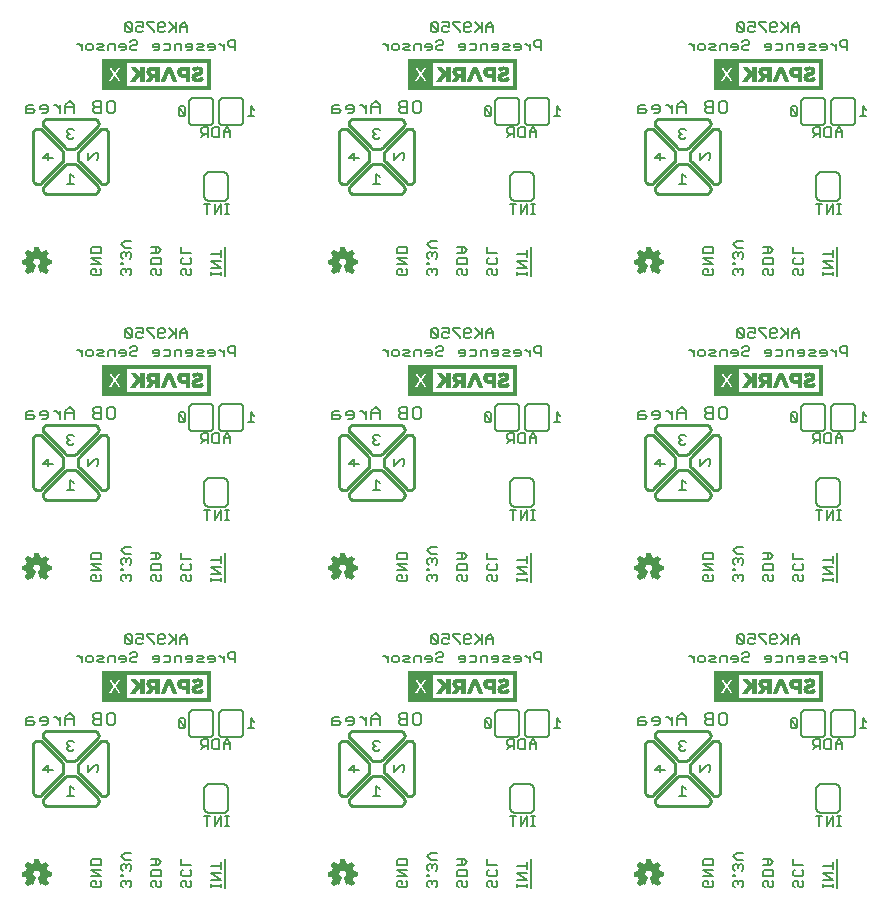
<source format=gbo>
G75*
%MOIN*%
%OFA0B0*%
%FSLAX25Y25*%
%IPPOS*%
%LPD*%
%AMOC8*
5,1,8,0,0,1.08239X$1,22.5*
%
%ADD10C,0.00600*%
%ADD11C,0.01000*%
%ADD12C,0.00800*%
%ADD13C,0.00299*%
%ADD14C,0.00039*%
D10*
X0060367Y0063633D02*
X0059800Y0064200D01*
X0059800Y0065335D01*
X0060367Y0065902D01*
X0061501Y0065902D01*
X0061501Y0064768D01*
X0060367Y0063633D02*
X0062636Y0063633D01*
X0063203Y0064200D01*
X0063203Y0065335D01*
X0062636Y0065902D01*
X0063203Y0067316D02*
X0059800Y0069585D01*
X0063203Y0069585D01*
X0063203Y0071000D02*
X0063203Y0072701D01*
X0062636Y0073268D01*
X0060367Y0073268D01*
X0059800Y0072701D01*
X0059800Y0071000D01*
X0063203Y0071000D01*
X0063203Y0067316D02*
X0059800Y0067316D01*
X0069800Y0067316D02*
X0069800Y0067884D01*
X0070367Y0067884D01*
X0070367Y0067316D01*
X0069800Y0067316D01*
X0070367Y0065902D02*
X0069800Y0065335D01*
X0069800Y0064200D01*
X0070367Y0063633D01*
X0071501Y0064768D02*
X0071501Y0065335D01*
X0070934Y0065902D01*
X0070367Y0065902D01*
X0071501Y0065335D02*
X0072069Y0065902D01*
X0072636Y0065902D01*
X0073203Y0065335D01*
X0073203Y0064200D01*
X0072636Y0063633D01*
X0072636Y0069158D02*
X0073203Y0069725D01*
X0073203Y0070859D01*
X0072636Y0071427D01*
X0072069Y0071427D01*
X0071501Y0070859D01*
X0070934Y0071427D01*
X0070367Y0071427D01*
X0069800Y0070859D01*
X0069800Y0069725D01*
X0070367Y0069158D01*
X0071501Y0070292D02*
X0071501Y0070859D01*
X0070934Y0072841D02*
X0069800Y0073975D01*
X0070934Y0075110D01*
X0073203Y0075110D01*
X0073203Y0072841D02*
X0070934Y0072841D01*
X0079800Y0073268D02*
X0082069Y0073268D01*
X0083203Y0072134D01*
X0082069Y0071000D01*
X0079800Y0071000D01*
X0080367Y0069585D02*
X0082636Y0069585D01*
X0083203Y0069018D01*
X0083203Y0067316D01*
X0079800Y0067316D01*
X0079800Y0069018D01*
X0080367Y0069585D01*
X0081501Y0071000D02*
X0081501Y0073268D01*
X0080934Y0065902D02*
X0080367Y0065902D01*
X0079800Y0065335D01*
X0079800Y0064200D01*
X0080367Y0063633D01*
X0081501Y0064200D02*
X0081501Y0065335D01*
X0080934Y0065902D01*
X0082636Y0065902D02*
X0083203Y0065335D01*
X0083203Y0064200D01*
X0082636Y0063633D01*
X0082069Y0063633D01*
X0081501Y0064200D01*
X0089800Y0064200D02*
X0090367Y0063633D01*
X0089800Y0064200D02*
X0089800Y0065335D01*
X0090367Y0065902D01*
X0090934Y0065902D01*
X0091501Y0065335D01*
X0091501Y0064200D01*
X0092069Y0063633D01*
X0092636Y0063633D01*
X0093203Y0064200D01*
X0093203Y0065335D01*
X0092636Y0065902D01*
X0092636Y0067316D02*
X0090367Y0067316D01*
X0089800Y0067884D01*
X0089800Y0069018D01*
X0090367Y0069585D01*
X0089800Y0071000D02*
X0089800Y0073268D01*
X0089800Y0071000D02*
X0093203Y0071000D01*
X0092636Y0069585D02*
X0093203Y0069018D01*
X0093203Y0067884D01*
X0092636Y0067316D01*
X0099800Y0068357D02*
X0103203Y0068357D01*
X0103203Y0069772D02*
X0103203Y0072041D01*
X0103203Y0070906D02*
X0099800Y0070906D01*
X0099800Y0068357D02*
X0103203Y0066089D01*
X0099800Y0066089D01*
X0099800Y0064768D02*
X0099800Y0063633D01*
X0099800Y0064200D02*
X0103203Y0064200D01*
X0103203Y0063633D02*
X0103203Y0064768D01*
X0104400Y0063333D02*
X0104400Y0073155D01*
X0104566Y0084133D02*
X0105700Y0084133D01*
X0105133Y0084133D02*
X0105133Y0087536D01*
X0105700Y0087536D02*
X0104566Y0087536D01*
X0103700Y0088533D02*
X0099300Y0088533D01*
X0099561Y0087536D02*
X0097293Y0087536D01*
X0098427Y0087536D02*
X0098427Y0084133D01*
X0100976Y0084133D02*
X0100976Y0087536D01*
X0103245Y0087536D02*
X0100976Y0084133D01*
X0103245Y0084133D02*
X0103245Y0087536D01*
X0103700Y0088533D02*
X0103783Y0088535D01*
X0103866Y0088541D01*
X0103949Y0088550D01*
X0104031Y0088564D01*
X0104112Y0088581D01*
X0104193Y0088602D01*
X0104272Y0088626D01*
X0104350Y0088655D01*
X0104427Y0088686D01*
X0104502Y0088722D01*
X0104576Y0088760D01*
X0104648Y0088803D01*
X0104717Y0088848D01*
X0104785Y0088897D01*
X0104850Y0088948D01*
X0104913Y0089003D01*
X0104973Y0089060D01*
X0105030Y0089120D01*
X0105085Y0089183D01*
X0105136Y0089248D01*
X0105185Y0089316D01*
X0105230Y0089385D01*
X0105273Y0089457D01*
X0105311Y0089531D01*
X0105347Y0089606D01*
X0105378Y0089683D01*
X0105407Y0089761D01*
X0105431Y0089840D01*
X0105452Y0089921D01*
X0105469Y0090002D01*
X0105483Y0090084D01*
X0105492Y0090167D01*
X0105498Y0090250D01*
X0105500Y0090333D01*
X0105500Y0096333D01*
X0105498Y0096416D01*
X0105492Y0096499D01*
X0105483Y0096582D01*
X0105469Y0096664D01*
X0105452Y0096745D01*
X0105431Y0096826D01*
X0105407Y0096905D01*
X0105378Y0096983D01*
X0105347Y0097060D01*
X0105311Y0097135D01*
X0105273Y0097209D01*
X0105230Y0097281D01*
X0105185Y0097350D01*
X0105136Y0097418D01*
X0105085Y0097483D01*
X0105030Y0097546D01*
X0104973Y0097606D01*
X0104913Y0097663D01*
X0104850Y0097718D01*
X0104785Y0097769D01*
X0104717Y0097818D01*
X0104648Y0097863D01*
X0104576Y0097906D01*
X0104502Y0097944D01*
X0104427Y0097980D01*
X0104350Y0098011D01*
X0104272Y0098040D01*
X0104193Y0098064D01*
X0104112Y0098085D01*
X0104031Y0098102D01*
X0103949Y0098116D01*
X0103866Y0098125D01*
X0103783Y0098131D01*
X0103700Y0098133D01*
X0099300Y0098133D01*
X0099217Y0098131D01*
X0099134Y0098125D01*
X0099051Y0098116D01*
X0098969Y0098102D01*
X0098888Y0098085D01*
X0098807Y0098064D01*
X0098728Y0098040D01*
X0098650Y0098011D01*
X0098573Y0097980D01*
X0098498Y0097944D01*
X0098424Y0097906D01*
X0098352Y0097863D01*
X0098283Y0097818D01*
X0098215Y0097769D01*
X0098150Y0097718D01*
X0098087Y0097663D01*
X0098027Y0097606D01*
X0097970Y0097546D01*
X0097915Y0097483D01*
X0097864Y0097418D01*
X0097815Y0097350D01*
X0097770Y0097281D01*
X0097727Y0097209D01*
X0097689Y0097135D01*
X0097653Y0097060D01*
X0097622Y0096983D01*
X0097593Y0096905D01*
X0097569Y0096826D01*
X0097548Y0096745D01*
X0097531Y0096664D01*
X0097517Y0096582D01*
X0097508Y0096499D01*
X0097502Y0096416D01*
X0097500Y0096333D01*
X0097500Y0090333D01*
X0097502Y0090250D01*
X0097508Y0090167D01*
X0097517Y0090084D01*
X0097531Y0090002D01*
X0097548Y0089921D01*
X0097569Y0089840D01*
X0097593Y0089761D01*
X0097622Y0089683D01*
X0097653Y0089606D01*
X0097689Y0089531D01*
X0097727Y0089457D01*
X0097770Y0089385D01*
X0097815Y0089316D01*
X0097864Y0089248D01*
X0097915Y0089183D01*
X0097970Y0089120D01*
X0098027Y0089060D01*
X0098087Y0089003D01*
X0098150Y0088948D01*
X0098215Y0088897D01*
X0098283Y0088848D01*
X0098352Y0088803D01*
X0098424Y0088760D01*
X0098498Y0088722D01*
X0098573Y0088686D01*
X0098650Y0088655D01*
X0098728Y0088626D01*
X0098807Y0088602D01*
X0098888Y0088581D01*
X0098969Y0088564D01*
X0099051Y0088550D01*
X0099134Y0088541D01*
X0099217Y0088535D01*
X0099300Y0088533D01*
X0098834Y0109633D02*
X0098834Y0113036D01*
X0097132Y0113036D01*
X0096565Y0112469D01*
X0096565Y0111335D01*
X0097132Y0110768D01*
X0098834Y0110768D01*
X0097699Y0110768D02*
X0096565Y0109633D01*
X0100248Y0110200D02*
X0100248Y0112469D01*
X0100815Y0113036D01*
X0102517Y0113036D01*
X0102517Y0109633D01*
X0100815Y0109633D01*
X0100248Y0110200D01*
X0103931Y0109633D02*
X0103931Y0111902D01*
X0105066Y0113036D01*
X0106200Y0111902D01*
X0106200Y0109633D01*
X0106200Y0111335D02*
X0103931Y0111335D01*
X0103500Y0113933D02*
X0109500Y0113933D01*
X0109560Y0113935D01*
X0109621Y0113940D01*
X0109680Y0113949D01*
X0109739Y0113962D01*
X0109798Y0113978D01*
X0109855Y0113998D01*
X0109910Y0114021D01*
X0109965Y0114048D01*
X0110017Y0114077D01*
X0110068Y0114110D01*
X0110117Y0114146D01*
X0110163Y0114184D01*
X0110207Y0114226D01*
X0110249Y0114270D01*
X0110287Y0114316D01*
X0110323Y0114365D01*
X0110356Y0114416D01*
X0110385Y0114468D01*
X0110412Y0114523D01*
X0110435Y0114578D01*
X0110455Y0114635D01*
X0110471Y0114694D01*
X0110484Y0114753D01*
X0110493Y0114812D01*
X0110498Y0114873D01*
X0110500Y0114933D01*
X0110500Y0121733D01*
X0110498Y0121793D01*
X0110493Y0121854D01*
X0110484Y0121913D01*
X0110471Y0121972D01*
X0110455Y0122031D01*
X0110435Y0122088D01*
X0110412Y0122143D01*
X0110385Y0122198D01*
X0110356Y0122250D01*
X0110323Y0122301D01*
X0110287Y0122350D01*
X0110249Y0122396D01*
X0110207Y0122440D01*
X0110163Y0122482D01*
X0110117Y0122520D01*
X0110068Y0122556D01*
X0110017Y0122589D01*
X0109965Y0122618D01*
X0109910Y0122645D01*
X0109855Y0122668D01*
X0109798Y0122688D01*
X0109739Y0122704D01*
X0109680Y0122717D01*
X0109621Y0122726D01*
X0109560Y0122731D01*
X0109500Y0122733D01*
X0103500Y0122733D01*
X0103440Y0122731D01*
X0103379Y0122726D01*
X0103320Y0122717D01*
X0103261Y0122704D01*
X0103202Y0122688D01*
X0103145Y0122668D01*
X0103090Y0122645D01*
X0103035Y0122618D01*
X0102983Y0122589D01*
X0102932Y0122556D01*
X0102883Y0122520D01*
X0102837Y0122482D01*
X0102793Y0122440D01*
X0102751Y0122396D01*
X0102713Y0122350D01*
X0102677Y0122301D01*
X0102644Y0122250D01*
X0102615Y0122198D01*
X0102588Y0122143D01*
X0102565Y0122088D01*
X0102545Y0122031D01*
X0102529Y0121972D01*
X0102516Y0121913D01*
X0102507Y0121854D01*
X0102502Y0121793D01*
X0102500Y0121733D01*
X0102500Y0114933D01*
X0102502Y0114873D01*
X0102507Y0114812D01*
X0102516Y0114753D01*
X0102529Y0114694D01*
X0102545Y0114635D01*
X0102565Y0114578D01*
X0102588Y0114523D01*
X0102615Y0114468D01*
X0102644Y0114416D01*
X0102677Y0114365D01*
X0102713Y0114316D01*
X0102751Y0114270D01*
X0102793Y0114226D01*
X0102837Y0114184D01*
X0102883Y0114146D01*
X0102932Y0114110D01*
X0102983Y0114077D01*
X0103035Y0114048D01*
X0103090Y0114021D01*
X0103145Y0113998D01*
X0103202Y0113978D01*
X0103261Y0113962D01*
X0103320Y0113949D01*
X0103379Y0113940D01*
X0103440Y0113935D01*
X0103500Y0113933D01*
X0100500Y0114933D02*
X0100500Y0121733D01*
X0100498Y0121793D01*
X0100493Y0121854D01*
X0100484Y0121913D01*
X0100471Y0121972D01*
X0100455Y0122031D01*
X0100435Y0122088D01*
X0100412Y0122143D01*
X0100385Y0122198D01*
X0100356Y0122250D01*
X0100323Y0122301D01*
X0100287Y0122350D01*
X0100249Y0122396D01*
X0100207Y0122440D01*
X0100163Y0122482D01*
X0100117Y0122520D01*
X0100068Y0122556D01*
X0100017Y0122589D01*
X0099965Y0122618D01*
X0099910Y0122645D01*
X0099855Y0122668D01*
X0099798Y0122688D01*
X0099739Y0122704D01*
X0099680Y0122717D01*
X0099621Y0122726D01*
X0099560Y0122731D01*
X0099500Y0122733D01*
X0093500Y0122733D01*
X0093440Y0122731D01*
X0093379Y0122726D01*
X0093320Y0122717D01*
X0093261Y0122704D01*
X0093202Y0122688D01*
X0093145Y0122668D01*
X0093090Y0122645D01*
X0093035Y0122618D01*
X0092983Y0122589D01*
X0092932Y0122556D01*
X0092883Y0122520D01*
X0092837Y0122482D01*
X0092793Y0122440D01*
X0092751Y0122396D01*
X0092713Y0122350D01*
X0092677Y0122301D01*
X0092644Y0122250D01*
X0092615Y0122198D01*
X0092588Y0122143D01*
X0092565Y0122088D01*
X0092545Y0122031D01*
X0092529Y0121972D01*
X0092516Y0121913D01*
X0092507Y0121854D01*
X0092502Y0121793D01*
X0092500Y0121733D01*
X0092500Y0114933D01*
X0092502Y0114873D01*
X0092507Y0114812D01*
X0092516Y0114753D01*
X0092529Y0114694D01*
X0092545Y0114635D01*
X0092565Y0114578D01*
X0092588Y0114523D01*
X0092615Y0114468D01*
X0092644Y0114416D01*
X0092677Y0114365D01*
X0092713Y0114316D01*
X0092751Y0114270D01*
X0092793Y0114226D01*
X0092837Y0114184D01*
X0092883Y0114146D01*
X0092932Y0114110D01*
X0092983Y0114077D01*
X0093035Y0114048D01*
X0093090Y0114021D01*
X0093145Y0113998D01*
X0093202Y0113978D01*
X0093261Y0113962D01*
X0093320Y0113949D01*
X0093379Y0113940D01*
X0093440Y0113935D01*
X0093500Y0113933D01*
X0099500Y0113933D01*
X0099560Y0113935D01*
X0099621Y0113940D01*
X0099680Y0113949D01*
X0099739Y0113962D01*
X0099798Y0113978D01*
X0099855Y0113998D01*
X0099910Y0114021D01*
X0099965Y0114048D01*
X0100017Y0114077D01*
X0100068Y0114110D01*
X0100117Y0114146D01*
X0100163Y0114184D01*
X0100207Y0114226D01*
X0100249Y0114270D01*
X0100287Y0114316D01*
X0100323Y0114365D01*
X0100356Y0114416D01*
X0100385Y0114468D01*
X0100412Y0114523D01*
X0100435Y0114578D01*
X0100455Y0114635D01*
X0100471Y0114694D01*
X0100484Y0114753D01*
X0100493Y0114812D01*
X0100498Y0114873D01*
X0100500Y0114933D01*
X0091200Y0117200D02*
X0091200Y0119469D01*
X0090633Y0120036D01*
X0089499Y0120036D01*
X0088931Y0119469D01*
X0091200Y0117200D01*
X0090633Y0116633D01*
X0089499Y0116633D01*
X0088931Y0117200D01*
X0088931Y0119469D01*
X0089908Y0138633D02*
X0089908Y0140902D01*
X0088206Y0140902D01*
X0087639Y0140335D01*
X0087639Y0138633D01*
X0086225Y0139200D02*
X0085658Y0138633D01*
X0083956Y0138633D01*
X0082542Y0139200D02*
X0082542Y0140335D01*
X0081974Y0140902D01*
X0080840Y0140902D01*
X0080273Y0140335D01*
X0080273Y0139768D01*
X0082542Y0139768D01*
X0082542Y0139200D02*
X0081974Y0138633D01*
X0080840Y0138633D01*
X0083956Y0140902D02*
X0085658Y0140902D01*
X0086225Y0140335D01*
X0086225Y0139200D01*
X0091322Y0139768D02*
X0093591Y0139768D01*
X0093591Y0140335D02*
X0093024Y0140902D01*
X0091890Y0140902D01*
X0091322Y0140335D01*
X0091322Y0139768D01*
X0091890Y0138633D02*
X0093024Y0138633D01*
X0093591Y0139200D01*
X0093591Y0140335D01*
X0095006Y0140902D02*
X0096707Y0140902D01*
X0097274Y0140335D01*
X0096707Y0139768D01*
X0095573Y0139768D01*
X0095006Y0139200D01*
X0095573Y0138633D01*
X0097274Y0138633D01*
X0098689Y0139768D02*
X0100957Y0139768D01*
X0100957Y0140335D02*
X0100390Y0140902D01*
X0099256Y0140902D01*
X0098689Y0140335D01*
X0098689Y0139768D01*
X0099256Y0138633D02*
X0100390Y0138633D01*
X0100957Y0139200D01*
X0100957Y0140335D01*
X0102325Y0140902D02*
X0102892Y0140902D01*
X0104027Y0139768D01*
X0104027Y0140902D02*
X0104027Y0138633D01*
X0105441Y0140335D02*
X0106008Y0139768D01*
X0107710Y0139768D01*
X0107710Y0138633D02*
X0107710Y0142036D01*
X0106008Y0142036D01*
X0105441Y0141469D01*
X0105441Y0140335D01*
X0091749Y0144633D02*
X0091749Y0146902D01*
X0090615Y0148036D01*
X0089481Y0146902D01*
X0089481Y0144633D01*
X0088066Y0144633D02*
X0088066Y0148036D01*
X0087499Y0146335D02*
X0085798Y0144633D01*
X0084383Y0145200D02*
X0083816Y0144633D01*
X0082682Y0144633D01*
X0082115Y0145200D01*
X0082115Y0147469D01*
X0082682Y0148036D01*
X0083816Y0148036D01*
X0084383Y0147469D01*
X0084383Y0146902D01*
X0083816Y0146335D01*
X0082115Y0146335D01*
X0080700Y0145200D02*
X0080700Y0144633D01*
X0080700Y0145200D02*
X0078431Y0147469D01*
X0078431Y0148036D01*
X0080700Y0148036D01*
X0077017Y0148036D02*
X0077017Y0146335D01*
X0075883Y0146902D01*
X0075315Y0146902D01*
X0074748Y0146335D01*
X0074748Y0145200D01*
X0075315Y0144633D01*
X0076450Y0144633D01*
X0077017Y0145200D01*
X0077017Y0148036D02*
X0074748Y0148036D01*
X0073334Y0147469D02*
X0072767Y0148036D01*
X0071632Y0148036D01*
X0071065Y0147469D01*
X0073334Y0145200D01*
X0072767Y0144633D01*
X0071632Y0144633D01*
X0071065Y0145200D01*
X0071065Y0147469D01*
X0073334Y0147469D02*
X0073334Y0145200D01*
X0073474Y0142036D02*
X0074608Y0142036D01*
X0075175Y0141469D01*
X0075175Y0140902D01*
X0074608Y0140335D01*
X0073474Y0140335D01*
X0072907Y0139768D01*
X0072907Y0139200D01*
X0073474Y0138633D01*
X0074608Y0138633D01*
X0075175Y0139200D01*
X0072907Y0141469D02*
X0073474Y0142036D01*
X0071492Y0140335D02*
X0070925Y0140902D01*
X0069791Y0140902D01*
X0069224Y0140335D01*
X0069224Y0139768D01*
X0071492Y0139768D01*
X0071492Y0140335D02*
X0071492Y0139200D01*
X0070925Y0138633D01*
X0069791Y0138633D01*
X0067809Y0138633D02*
X0067809Y0140902D01*
X0066108Y0140902D01*
X0065540Y0140335D01*
X0065540Y0138633D01*
X0064126Y0138633D02*
X0062424Y0138633D01*
X0061857Y0139200D01*
X0062424Y0139768D01*
X0063559Y0139768D01*
X0064126Y0140335D01*
X0063559Y0140902D01*
X0061857Y0140902D01*
X0060443Y0140335D02*
X0060443Y0139200D01*
X0059876Y0138633D01*
X0058741Y0138633D01*
X0058174Y0139200D01*
X0058174Y0140335D01*
X0058741Y0140902D01*
X0059876Y0140902D01*
X0060443Y0140335D01*
X0056760Y0140902D02*
X0056760Y0138633D01*
X0056760Y0139768D02*
X0055625Y0140902D01*
X0055058Y0140902D01*
X0085798Y0148036D02*
X0088066Y0145768D01*
X0089481Y0146335D02*
X0091749Y0146335D01*
X0104400Y0165333D02*
X0104400Y0175155D01*
X0103203Y0174041D02*
X0103203Y0171772D01*
X0103203Y0172906D02*
X0099800Y0172906D01*
X0099800Y0170357D02*
X0103203Y0170357D01*
X0103203Y0168089D02*
X0099800Y0170357D01*
X0099800Y0168089D02*
X0103203Y0168089D01*
X0103203Y0166768D02*
X0103203Y0165633D01*
X0103203Y0166200D02*
X0099800Y0166200D01*
X0099800Y0165633D02*
X0099800Y0166768D01*
X0093203Y0167335D02*
X0093203Y0166200D01*
X0092636Y0165633D01*
X0092069Y0165633D01*
X0091501Y0166200D01*
X0091501Y0167335D01*
X0090934Y0167902D01*
X0090367Y0167902D01*
X0089800Y0167335D01*
X0089800Y0166200D01*
X0090367Y0165633D01*
X0092636Y0167902D02*
X0093203Y0167335D01*
X0092636Y0169316D02*
X0090367Y0169316D01*
X0089800Y0169884D01*
X0089800Y0171018D01*
X0090367Y0171585D01*
X0089800Y0173000D02*
X0089800Y0175268D01*
X0089800Y0173000D02*
X0093203Y0173000D01*
X0092636Y0171585D02*
X0093203Y0171018D01*
X0093203Y0169884D01*
X0092636Y0169316D01*
X0083203Y0169316D02*
X0083203Y0171018D01*
X0082636Y0171585D01*
X0080367Y0171585D01*
X0079800Y0171018D01*
X0079800Y0169316D01*
X0083203Y0169316D01*
X0082636Y0167902D02*
X0083203Y0167335D01*
X0083203Y0166200D01*
X0082636Y0165633D01*
X0082069Y0165633D01*
X0081501Y0166200D01*
X0081501Y0167335D01*
X0080934Y0167902D01*
X0080367Y0167902D01*
X0079800Y0167335D01*
X0079800Y0166200D01*
X0080367Y0165633D01*
X0073203Y0166200D02*
X0073203Y0167335D01*
X0072636Y0167902D01*
X0072069Y0167902D01*
X0071501Y0167335D01*
X0070934Y0167902D01*
X0070367Y0167902D01*
X0069800Y0167335D01*
X0069800Y0166200D01*
X0070367Y0165633D01*
X0071501Y0166768D02*
X0071501Y0167335D01*
X0072636Y0165633D02*
X0073203Y0166200D01*
X0070367Y0169316D02*
X0070367Y0169884D01*
X0069800Y0169884D01*
X0069800Y0169316D01*
X0070367Y0169316D01*
X0070367Y0171158D02*
X0069800Y0171725D01*
X0069800Y0172859D01*
X0070367Y0173427D01*
X0070934Y0173427D01*
X0071501Y0172859D01*
X0071501Y0172292D01*
X0071501Y0172859D02*
X0072069Y0173427D01*
X0072636Y0173427D01*
X0073203Y0172859D01*
X0073203Y0171725D01*
X0072636Y0171158D01*
X0073203Y0174841D02*
X0070934Y0174841D01*
X0069800Y0175975D01*
X0070934Y0177110D01*
X0073203Y0177110D01*
X0079800Y0175268D02*
X0082069Y0175268D01*
X0083203Y0174134D01*
X0082069Y0173000D01*
X0079800Y0173000D01*
X0081501Y0173000D02*
X0081501Y0175268D01*
X0063203Y0174701D02*
X0063203Y0173000D01*
X0059800Y0173000D01*
X0059800Y0174701D01*
X0060367Y0175268D01*
X0062636Y0175268D01*
X0063203Y0174701D01*
X0063203Y0171585D02*
X0059800Y0171585D01*
X0063203Y0169316D01*
X0059800Y0169316D01*
X0060367Y0167902D02*
X0061501Y0167902D01*
X0061501Y0166768D01*
X0060367Y0167902D02*
X0059800Y0167335D01*
X0059800Y0166200D01*
X0060367Y0165633D01*
X0062636Y0165633D01*
X0063203Y0166200D01*
X0063203Y0167335D01*
X0062636Y0167902D01*
X0054042Y0196133D02*
X0051773Y0196133D01*
X0052907Y0196133D02*
X0052907Y0199536D01*
X0054042Y0198402D01*
X0058800Y0204292D02*
X0061069Y0206560D01*
X0061636Y0206560D01*
X0062203Y0205993D01*
X0062203Y0204859D01*
X0061636Y0204292D01*
X0058800Y0204292D02*
X0058800Y0206560D01*
X0054042Y0211700D02*
X0053474Y0211133D01*
X0052340Y0211133D01*
X0051773Y0211700D01*
X0051773Y0212268D01*
X0052340Y0212835D01*
X0052907Y0212835D01*
X0052340Y0212835D02*
X0051773Y0213402D01*
X0051773Y0213969D01*
X0052340Y0214536D01*
X0053474Y0214536D01*
X0054042Y0213969D01*
X0045499Y0206375D02*
X0043797Y0204673D01*
X0047200Y0204673D01*
X0045499Y0204106D02*
X0045499Y0206375D01*
X0056760Y0240633D02*
X0056760Y0242902D01*
X0056760Y0241768D02*
X0055625Y0242902D01*
X0055058Y0242902D01*
X0058174Y0242335D02*
X0058741Y0242902D01*
X0059876Y0242902D01*
X0060443Y0242335D01*
X0060443Y0241200D01*
X0059876Y0240633D01*
X0058741Y0240633D01*
X0058174Y0241200D01*
X0058174Y0242335D01*
X0061857Y0242902D02*
X0063559Y0242902D01*
X0064126Y0242335D01*
X0063559Y0241768D01*
X0062424Y0241768D01*
X0061857Y0241200D01*
X0062424Y0240633D01*
X0064126Y0240633D01*
X0065540Y0240633D02*
X0065540Y0242335D01*
X0066108Y0242902D01*
X0067809Y0242902D01*
X0067809Y0240633D01*
X0069224Y0241768D02*
X0071492Y0241768D01*
X0071492Y0242335D02*
X0070925Y0242902D01*
X0069791Y0242902D01*
X0069224Y0242335D01*
X0069224Y0241768D01*
X0069791Y0240633D02*
X0070925Y0240633D01*
X0071492Y0241200D01*
X0071492Y0242335D01*
X0072907Y0241768D02*
X0072907Y0241200D01*
X0073474Y0240633D01*
X0074608Y0240633D01*
X0075175Y0241200D01*
X0074608Y0242335D02*
X0073474Y0242335D01*
X0072907Y0241768D01*
X0072907Y0243469D02*
X0073474Y0244036D01*
X0074608Y0244036D01*
X0075175Y0243469D01*
X0075175Y0242902D01*
X0074608Y0242335D01*
X0080273Y0242335D02*
X0080840Y0242902D01*
X0081974Y0242902D01*
X0082542Y0242335D01*
X0082542Y0241200D01*
X0081974Y0240633D01*
X0080840Y0240633D01*
X0080273Y0241768D02*
X0082542Y0241768D01*
X0083956Y0242902D02*
X0085658Y0242902D01*
X0086225Y0242335D01*
X0086225Y0241200D01*
X0085658Y0240633D01*
X0083956Y0240633D01*
X0087639Y0240633D02*
X0087639Y0242335D01*
X0088206Y0242902D01*
X0089908Y0242902D01*
X0089908Y0240633D01*
X0091322Y0241768D02*
X0093591Y0241768D01*
X0093591Y0242335D02*
X0093024Y0242902D01*
X0091890Y0242902D01*
X0091322Y0242335D01*
X0091322Y0241768D01*
X0091890Y0240633D02*
X0093024Y0240633D01*
X0093591Y0241200D01*
X0093591Y0242335D01*
X0095006Y0242902D02*
X0096707Y0242902D01*
X0097274Y0242335D01*
X0096707Y0241768D01*
X0095573Y0241768D01*
X0095006Y0241200D01*
X0095573Y0240633D01*
X0097274Y0240633D01*
X0098689Y0241768D02*
X0100957Y0241768D01*
X0100957Y0242335D02*
X0100390Y0242902D01*
X0099256Y0242902D01*
X0098689Y0242335D01*
X0098689Y0241768D01*
X0099256Y0240633D02*
X0100390Y0240633D01*
X0100957Y0241200D01*
X0100957Y0242335D01*
X0102325Y0242902D02*
X0102892Y0242902D01*
X0104027Y0241768D01*
X0104027Y0242902D02*
X0104027Y0240633D01*
X0105441Y0242335D02*
X0105441Y0243469D01*
X0106008Y0244036D01*
X0107710Y0244036D01*
X0107710Y0240633D01*
X0107710Y0241768D02*
X0106008Y0241768D01*
X0105441Y0242335D01*
X0091749Y0246633D02*
X0091749Y0248902D01*
X0090615Y0250036D01*
X0089481Y0248902D01*
X0089481Y0246633D01*
X0088066Y0246633D02*
X0088066Y0250036D01*
X0087499Y0248335D02*
X0085798Y0246633D01*
X0084383Y0247200D02*
X0083816Y0246633D01*
X0082682Y0246633D01*
X0082115Y0247200D01*
X0082115Y0249469D01*
X0082682Y0250036D01*
X0083816Y0250036D01*
X0084383Y0249469D01*
X0084383Y0248902D01*
X0083816Y0248335D01*
X0082115Y0248335D01*
X0080700Y0247200D02*
X0080700Y0246633D01*
X0080700Y0247200D02*
X0078431Y0249469D01*
X0078431Y0250036D01*
X0080700Y0250036D01*
X0077017Y0250036D02*
X0077017Y0248335D01*
X0075883Y0248902D01*
X0075315Y0248902D01*
X0074748Y0248335D01*
X0074748Y0247200D01*
X0075315Y0246633D01*
X0076450Y0246633D01*
X0077017Y0247200D01*
X0077017Y0250036D02*
X0074748Y0250036D01*
X0073334Y0249469D02*
X0072767Y0250036D01*
X0071632Y0250036D01*
X0071065Y0249469D01*
X0073334Y0247200D01*
X0072767Y0246633D01*
X0071632Y0246633D01*
X0071065Y0247200D01*
X0071065Y0249469D01*
X0073334Y0249469D02*
X0073334Y0247200D01*
X0080273Y0242335D02*
X0080273Y0241768D01*
X0088066Y0247768D02*
X0085798Y0250036D01*
X0089481Y0248335D02*
X0091749Y0248335D01*
X0092069Y0267633D02*
X0091501Y0268200D01*
X0091501Y0269335D01*
X0090934Y0269902D01*
X0090367Y0269902D01*
X0089800Y0269335D01*
X0089800Y0268200D01*
X0090367Y0267633D01*
X0092069Y0267633D02*
X0092636Y0267633D01*
X0093203Y0268200D01*
X0093203Y0269335D01*
X0092636Y0269902D01*
X0092636Y0271316D02*
X0090367Y0271316D01*
X0089800Y0271884D01*
X0089800Y0273018D01*
X0090367Y0273585D01*
X0089800Y0275000D02*
X0089800Y0277268D01*
X0089800Y0275000D02*
X0093203Y0275000D01*
X0092636Y0273585D02*
X0093203Y0273018D01*
X0093203Y0271884D01*
X0092636Y0271316D01*
X0099800Y0272357D02*
X0103203Y0272357D01*
X0103203Y0273772D02*
X0103203Y0276041D01*
X0103203Y0274906D02*
X0099800Y0274906D01*
X0099800Y0272357D02*
X0103203Y0270089D01*
X0099800Y0270089D01*
X0099800Y0268768D02*
X0099800Y0267633D01*
X0099800Y0268200D02*
X0103203Y0268200D01*
X0103203Y0267633D02*
X0103203Y0268768D01*
X0104400Y0267333D02*
X0104400Y0277155D01*
X0104566Y0288133D02*
X0105700Y0288133D01*
X0105133Y0288133D02*
X0105133Y0291536D01*
X0105700Y0291536D02*
X0104566Y0291536D01*
X0103700Y0292533D02*
X0099300Y0292533D01*
X0099561Y0291536D02*
X0097293Y0291536D01*
X0098427Y0291536D02*
X0098427Y0288133D01*
X0100976Y0288133D02*
X0100976Y0291536D01*
X0103245Y0291536D02*
X0100976Y0288133D01*
X0103245Y0288133D02*
X0103245Y0291536D01*
X0103700Y0292533D02*
X0103783Y0292535D01*
X0103866Y0292541D01*
X0103949Y0292550D01*
X0104031Y0292564D01*
X0104112Y0292581D01*
X0104193Y0292602D01*
X0104272Y0292626D01*
X0104350Y0292655D01*
X0104427Y0292686D01*
X0104502Y0292722D01*
X0104576Y0292760D01*
X0104648Y0292803D01*
X0104717Y0292848D01*
X0104785Y0292897D01*
X0104850Y0292948D01*
X0104913Y0293003D01*
X0104973Y0293060D01*
X0105030Y0293120D01*
X0105085Y0293183D01*
X0105136Y0293248D01*
X0105185Y0293316D01*
X0105230Y0293385D01*
X0105273Y0293457D01*
X0105311Y0293531D01*
X0105347Y0293606D01*
X0105378Y0293683D01*
X0105407Y0293761D01*
X0105431Y0293840D01*
X0105452Y0293921D01*
X0105469Y0294002D01*
X0105483Y0294084D01*
X0105492Y0294167D01*
X0105498Y0294250D01*
X0105500Y0294333D01*
X0105500Y0300333D01*
X0105498Y0300416D01*
X0105492Y0300499D01*
X0105483Y0300582D01*
X0105469Y0300664D01*
X0105452Y0300745D01*
X0105431Y0300826D01*
X0105407Y0300905D01*
X0105378Y0300983D01*
X0105347Y0301060D01*
X0105311Y0301135D01*
X0105273Y0301209D01*
X0105230Y0301281D01*
X0105185Y0301350D01*
X0105136Y0301418D01*
X0105085Y0301483D01*
X0105030Y0301546D01*
X0104973Y0301606D01*
X0104913Y0301663D01*
X0104850Y0301718D01*
X0104785Y0301769D01*
X0104717Y0301818D01*
X0104648Y0301863D01*
X0104576Y0301906D01*
X0104502Y0301944D01*
X0104427Y0301980D01*
X0104350Y0302011D01*
X0104272Y0302040D01*
X0104193Y0302064D01*
X0104112Y0302085D01*
X0104031Y0302102D01*
X0103949Y0302116D01*
X0103866Y0302125D01*
X0103783Y0302131D01*
X0103700Y0302133D01*
X0099300Y0302133D01*
X0099217Y0302131D01*
X0099134Y0302125D01*
X0099051Y0302116D01*
X0098969Y0302102D01*
X0098888Y0302085D01*
X0098807Y0302064D01*
X0098728Y0302040D01*
X0098650Y0302011D01*
X0098573Y0301980D01*
X0098498Y0301944D01*
X0098424Y0301906D01*
X0098352Y0301863D01*
X0098283Y0301818D01*
X0098215Y0301769D01*
X0098150Y0301718D01*
X0098087Y0301663D01*
X0098027Y0301606D01*
X0097970Y0301546D01*
X0097915Y0301483D01*
X0097864Y0301418D01*
X0097815Y0301350D01*
X0097770Y0301281D01*
X0097727Y0301209D01*
X0097689Y0301135D01*
X0097653Y0301060D01*
X0097622Y0300983D01*
X0097593Y0300905D01*
X0097569Y0300826D01*
X0097548Y0300745D01*
X0097531Y0300664D01*
X0097517Y0300582D01*
X0097508Y0300499D01*
X0097502Y0300416D01*
X0097500Y0300333D01*
X0097500Y0294333D01*
X0097502Y0294250D01*
X0097508Y0294167D01*
X0097517Y0294084D01*
X0097531Y0294002D01*
X0097548Y0293921D01*
X0097569Y0293840D01*
X0097593Y0293761D01*
X0097622Y0293683D01*
X0097653Y0293606D01*
X0097689Y0293531D01*
X0097727Y0293457D01*
X0097770Y0293385D01*
X0097815Y0293316D01*
X0097864Y0293248D01*
X0097915Y0293183D01*
X0097970Y0293120D01*
X0098027Y0293060D01*
X0098087Y0293003D01*
X0098150Y0292948D01*
X0098215Y0292897D01*
X0098283Y0292848D01*
X0098352Y0292803D01*
X0098424Y0292760D01*
X0098498Y0292722D01*
X0098573Y0292686D01*
X0098650Y0292655D01*
X0098728Y0292626D01*
X0098807Y0292602D01*
X0098888Y0292581D01*
X0098969Y0292564D01*
X0099051Y0292550D01*
X0099134Y0292541D01*
X0099217Y0292535D01*
X0099300Y0292533D01*
X0083203Y0276134D02*
X0082069Y0277268D01*
X0079800Y0277268D01*
X0081501Y0277268D02*
X0081501Y0275000D01*
X0082069Y0275000D02*
X0079800Y0275000D01*
X0080367Y0273585D02*
X0082636Y0273585D01*
X0083203Y0273018D01*
X0083203Y0271316D01*
X0079800Y0271316D01*
X0079800Y0273018D01*
X0080367Y0273585D01*
X0082069Y0275000D02*
X0083203Y0276134D01*
X0082636Y0269902D02*
X0083203Y0269335D01*
X0083203Y0268200D01*
X0082636Y0267633D01*
X0082069Y0267633D01*
X0081501Y0268200D01*
X0081501Y0269335D01*
X0080934Y0269902D01*
X0080367Y0269902D01*
X0079800Y0269335D01*
X0079800Y0268200D01*
X0080367Y0267633D01*
X0073203Y0268200D02*
X0073203Y0269335D01*
X0072636Y0269902D01*
X0072069Y0269902D01*
X0071501Y0269335D01*
X0070934Y0269902D01*
X0070367Y0269902D01*
X0069800Y0269335D01*
X0069800Y0268200D01*
X0070367Y0267633D01*
X0071501Y0268768D02*
X0071501Y0269335D01*
X0072636Y0267633D02*
X0073203Y0268200D01*
X0070367Y0271316D02*
X0070367Y0271884D01*
X0069800Y0271884D01*
X0069800Y0271316D01*
X0070367Y0271316D01*
X0070367Y0273158D02*
X0069800Y0273725D01*
X0069800Y0274859D01*
X0070367Y0275427D01*
X0070934Y0275427D01*
X0071501Y0274859D01*
X0071501Y0274292D01*
X0071501Y0274859D02*
X0072069Y0275427D01*
X0072636Y0275427D01*
X0073203Y0274859D01*
X0073203Y0273725D01*
X0072636Y0273158D01*
X0073203Y0276841D02*
X0070934Y0276841D01*
X0069800Y0277975D01*
X0070934Y0279110D01*
X0073203Y0279110D01*
X0063203Y0276701D02*
X0063203Y0275000D01*
X0059800Y0275000D01*
X0059800Y0276701D01*
X0060367Y0277268D01*
X0062636Y0277268D01*
X0063203Y0276701D01*
X0063203Y0273585D02*
X0059800Y0273585D01*
X0063203Y0271316D01*
X0059800Y0271316D01*
X0060367Y0269902D02*
X0061501Y0269902D01*
X0061501Y0268768D01*
X0060367Y0269902D02*
X0059800Y0269335D01*
X0059800Y0268200D01*
X0060367Y0267633D01*
X0062636Y0267633D01*
X0063203Y0268200D01*
X0063203Y0269335D01*
X0062636Y0269902D01*
X0054042Y0298133D02*
X0051773Y0298133D01*
X0052907Y0298133D02*
X0052907Y0301536D01*
X0054042Y0300402D01*
X0058800Y0306292D02*
X0061069Y0308560D01*
X0061636Y0308560D01*
X0062203Y0307993D01*
X0062203Y0306859D01*
X0061636Y0306292D01*
X0058800Y0306292D02*
X0058800Y0308560D01*
X0054042Y0313700D02*
X0053474Y0313133D01*
X0052340Y0313133D01*
X0051773Y0313700D01*
X0051773Y0314268D01*
X0052340Y0314835D01*
X0052907Y0314835D01*
X0052340Y0314835D02*
X0051773Y0315402D01*
X0051773Y0315969D01*
X0052340Y0316536D01*
X0053474Y0316536D01*
X0054042Y0315969D01*
X0045499Y0308375D02*
X0045499Y0306106D01*
X0047200Y0306673D02*
X0043797Y0306673D01*
X0045499Y0308375D01*
X0056760Y0342633D02*
X0056760Y0344902D01*
X0056760Y0343768D02*
X0055625Y0344902D01*
X0055058Y0344902D01*
X0058174Y0344335D02*
X0058741Y0344902D01*
X0059876Y0344902D01*
X0060443Y0344335D01*
X0060443Y0343200D01*
X0059876Y0342633D01*
X0058741Y0342633D01*
X0058174Y0343200D01*
X0058174Y0344335D01*
X0061857Y0344902D02*
X0063559Y0344902D01*
X0064126Y0344335D01*
X0063559Y0343768D01*
X0062424Y0343768D01*
X0061857Y0343200D01*
X0062424Y0342633D01*
X0064126Y0342633D01*
X0065540Y0342633D02*
X0065540Y0344335D01*
X0066108Y0344902D01*
X0067809Y0344902D01*
X0067809Y0342633D01*
X0069224Y0343768D02*
X0071492Y0343768D01*
X0071492Y0344335D02*
X0070925Y0344902D01*
X0069791Y0344902D01*
X0069224Y0344335D01*
X0069224Y0343768D01*
X0069791Y0342633D02*
X0070925Y0342633D01*
X0071492Y0343200D01*
X0071492Y0344335D01*
X0072907Y0343768D02*
X0072907Y0343200D01*
X0073474Y0342633D01*
X0074608Y0342633D01*
X0075175Y0343200D01*
X0074608Y0344335D02*
X0073474Y0344335D01*
X0072907Y0343768D01*
X0072907Y0345469D02*
X0073474Y0346036D01*
X0074608Y0346036D01*
X0075175Y0345469D01*
X0075175Y0344902D01*
X0074608Y0344335D01*
X0075315Y0348633D02*
X0076450Y0348633D01*
X0077017Y0349200D01*
X0077017Y0350335D02*
X0075883Y0350902D01*
X0075315Y0350902D01*
X0074748Y0350335D01*
X0074748Y0349200D01*
X0075315Y0348633D01*
X0073334Y0349200D02*
X0071065Y0351469D01*
X0071065Y0349200D01*
X0071632Y0348633D01*
X0072767Y0348633D01*
X0073334Y0349200D01*
X0073334Y0351469D01*
X0072767Y0352036D01*
X0071632Y0352036D01*
X0071065Y0351469D01*
X0074748Y0352036D02*
X0077017Y0352036D01*
X0077017Y0350335D01*
X0078431Y0351469D02*
X0080700Y0349200D01*
X0080700Y0348633D01*
X0082115Y0349200D02*
X0082115Y0351469D01*
X0082682Y0352036D01*
X0083816Y0352036D01*
X0084383Y0351469D01*
X0084383Y0350902D01*
X0083816Y0350335D01*
X0082115Y0350335D01*
X0082115Y0349200D02*
X0082682Y0348633D01*
X0083816Y0348633D01*
X0084383Y0349200D01*
X0085798Y0348633D02*
X0087499Y0350335D01*
X0088066Y0349768D02*
X0085798Y0352036D01*
X0088066Y0352036D02*
X0088066Y0348633D01*
X0089481Y0348633D02*
X0089481Y0350902D01*
X0090615Y0352036D01*
X0091749Y0350902D01*
X0091749Y0348633D01*
X0091749Y0350335D02*
X0089481Y0350335D01*
X0089908Y0344902D02*
X0088206Y0344902D01*
X0087639Y0344335D01*
X0087639Y0342633D01*
X0086225Y0343200D02*
X0085658Y0342633D01*
X0083956Y0342633D01*
X0082542Y0343200D02*
X0082542Y0344335D01*
X0081974Y0344902D01*
X0080840Y0344902D01*
X0080273Y0344335D01*
X0080273Y0343768D01*
X0082542Y0343768D01*
X0082542Y0343200D02*
X0081974Y0342633D01*
X0080840Y0342633D01*
X0083956Y0344902D02*
X0085658Y0344902D01*
X0086225Y0344335D01*
X0086225Y0343200D01*
X0089908Y0342633D02*
X0089908Y0344902D01*
X0091322Y0344335D02*
X0091322Y0343768D01*
X0093591Y0343768D01*
X0093591Y0344335D02*
X0093024Y0344902D01*
X0091890Y0344902D01*
X0091322Y0344335D01*
X0091890Y0342633D02*
X0093024Y0342633D01*
X0093591Y0343200D01*
X0093591Y0344335D01*
X0095006Y0344902D02*
X0096707Y0344902D01*
X0097274Y0344335D01*
X0096707Y0343768D01*
X0095573Y0343768D01*
X0095006Y0343200D01*
X0095573Y0342633D01*
X0097274Y0342633D01*
X0098689Y0343768D02*
X0100957Y0343768D01*
X0100957Y0344335D02*
X0100390Y0344902D01*
X0099256Y0344902D01*
X0098689Y0344335D01*
X0098689Y0343768D01*
X0099256Y0342633D02*
X0100390Y0342633D01*
X0100957Y0343200D01*
X0100957Y0344335D01*
X0102325Y0344902D02*
X0102892Y0344902D01*
X0104027Y0343768D01*
X0104027Y0344902D02*
X0104027Y0342633D01*
X0105441Y0344335D02*
X0106008Y0343768D01*
X0107710Y0343768D01*
X0107710Y0342633D02*
X0107710Y0346036D01*
X0106008Y0346036D01*
X0105441Y0345469D01*
X0105441Y0344335D01*
X0103500Y0326733D02*
X0109500Y0326733D01*
X0109560Y0326731D01*
X0109621Y0326726D01*
X0109680Y0326717D01*
X0109739Y0326704D01*
X0109798Y0326688D01*
X0109855Y0326668D01*
X0109910Y0326645D01*
X0109965Y0326618D01*
X0110017Y0326589D01*
X0110068Y0326556D01*
X0110117Y0326520D01*
X0110163Y0326482D01*
X0110207Y0326440D01*
X0110249Y0326396D01*
X0110287Y0326350D01*
X0110323Y0326301D01*
X0110356Y0326250D01*
X0110385Y0326198D01*
X0110412Y0326143D01*
X0110435Y0326088D01*
X0110455Y0326031D01*
X0110471Y0325972D01*
X0110484Y0325913D01*
X0110493Y0325854D01*
X0110498Y0325793D01*
X0110500Y0325733D01*
X0110500Y0318933D01*
X0110498Y0318873D01*
X0110493Y0318812D01*
X0110484Y0318753D01*
X0110471Y0318694D01*
X0110455Y0318635D01*
X0110435Y0318578D01*
X0110412Y0318523D01*
X0110385Y0318468D01*
X0110356Y0318416D01*
X0110323Y0318365D01*
X0110287Y0318316D01*
X0110249Y0318270D01*
X0110207Y0318226D01*
X0110163Y0318184D01*
X0110117Y0318146D01*
X0110068Y0318110D01*
X0110017Y0318077D01*
X0109965Y0318048D01*
X0109910Y0318021D01*
X0109855Y0317998D01*
X0109798Y0317978D01*
X0109739Y0317962D01*
X0109680Y0317949D01*
X0109621Y0317940D01*
X0109560Y0317935D01*
X0109500Y0317933D01*
X0103500Y0317933D01*
X0103440Y0317935D01*
X0103379Y0317940D01*
X0103320Y0317949D01*
X0103261Y0317962D01*
X0103202Y0317978D01*
X0103145Y0317998D01*
X0103090Y0318021D01*
X0103035Y0318048D01*
X0102983Y0318077D01*
X0102932Y0318110D01*
X0102883Y0318146D01*
X0102837Y0318184D01*
X0102793Y0318226D01*
X0102751Y0318270D01*
X0102713Y0318316D01*
X0102677Y0318365D01*
X0102644Y0318416D01*
X0102615Y0318468D01*
X0102588Y0318523D01*
X0102565Y0318578D01*
X0102545Y0318635D01*
X0102529Y0318694D01*
X0102516Y0318753D01*
X0102507Y0318812D01*
X0102502Y0318873D01*
X0102500Y0318933D01*
X0102500Y0325733D01*
X0102502Y0325793D01*
X0102507Y0325854D01*
X0102516Y0325913D01*
X0102529Y0325972D01*
X0102545Y0326031D01*
X0102565Y0326088D01*
X0102588Y0326143D01*
X0102615Y0326198D01*
X0102644Y0326250D01*
X0102677Y0326301D01*
X0102713Y0326350D01*
X0102751Y0326396D01*
X0102793Y0326440D01*
X0102837Y0326482D01*
X0102883Y0326520D01*
X0102932Y0326556D01*
X0102983Y0326589D01*
X0103035Y0326618D01*
X0103090Y0326645D01*
X0103145Y0326668D01*
X0103202Y0326688D01*
X0103261Y0326704D01*
X0103320Y0326717D01*
X0103379Y0326726D01*
X0103440Y0326731D01*
X0103500Y0326733D01*
X0100500Y0325733D02*
X0100500Y0318933D01*
X0100498Y0318873D01*
X0100493Y0318812D01*
X0100484Y0318753D01*
X0100471Y0318694D01*
X0100455Y0318635D01*
X0100435Y0318578D01*
X0100412Y0318523D01*
X0100385Y0318468D01*
X0100356Y0318416D01*
X0100323Y0318365D01*
X0100287Y0318316D01*
X0100249Y0318270D01*
X0100207Y0318226D01*
X0100163Y0318184D01*
X0100117Y0318146D01*
X0100068Y0318110D01*
X0100017Y0318077D01*
X0099965Y0318048D01*
X0099910Y0318021D01*
X0099855Y0317998D01*
X0099798Y0317978D01*
X0099739Y0317962D01*
X0099680Y0317949D01*
X0099621Y0317940D01*
X0099560Y0317935D01*
X0099500Y0317933D01*
X0093500Y0317933D01*
X0093440Y0317935D01*
X0093379Y0317940D01*
X0093320Y0317949D01*
X0093261Y0317962D01*
X0093202Y0317978D01*
X0093145Y0317998D01*
X0093090Y0318021D01*
X0093035Y0318048D01*
X0092983Y0318077D01*
X0092932Y0318110D01*
X0092883Y0318146D01*
X0092837Y0318184D01*
X0092793Y0318226D01*
X0092751Y0318270D01*
X0092713Y0318316D01*
X0092677Y0318365D01*
X0092644Y0318416D01*
X0092615Y0318468D01*
X0092588Y0318523D01*
X0092565Y0318578D01*
X0092545Y0318635D01*
X0092529Y0318694D01*
X0092516Y0318753D01*
X0092507Y0318812D01*
X0092502Y0318873D01*
X0092500Y0318933D01*
X0092500Y0325733D01*
X0092502Y0325793D01*
X0092507Y0325854D01*
X0092516Y0325913D01*
X0092529Y0325972D01*
X0092545Y0326031D01*
X0092565Y0326088D01*
X0092588Y0326143D01*
X0092615Y0326198D01*
X0092644Y0326250D01*
X0092677Y0326301D01*
X0092713Y0326350D01*
X0092751Y0326396D01*
X0092793Y0326440D01*
X0092837Y0326482D01*
X0092883Y0326520D01*
X0092932Y0326556D01*
X0092983Y0326589D01*
X0093035Y0326618D01*
X0093090Y0326645D01*
X0093145Y0326668D01*
X0093202Y0326688D01*
X0093261Y0326704D01*
X0093320Y0326717D01*
X0093379Y0326726D01*
X0093440Y0326731D01*
X0093500Y0326733D01*
X0099500Y0326733D01*
X0099560Y0326731D01*
X0099621Y0326726D01*
X0099680Y0326717D01*
X0099739Y0326704D01*
X0099798Y0326688D01*
X0099855Y0326668D01*
X0099910Y0326645D01*
X0099965Y0326618D01*
X0100017Y0326589D01*
X0100068Y0326556D01*
X0100117Y0326520D01*
X0100163Y0326482D01*
X0100207Y0326440D01*
X0100249Y0326396D01*
X0100287Y0326350D01*
X0100323Y0326301D01*
X0100356Y0326250D01*
X0100385Y0326198D01*
X0100412Y0326143D01*
X0100435Y0326088D01*
X0100455Y0326031D01*
X0100471Y0325972D01*
X0100484Y0325913D01*
X0100493Y0325854D01*
X0100498Y0325793D01*
X0100500Y0325733D01*
X0100815Y0317036D02*
X0102517Y0317036D01*
X0102517Y0313633D01*
X0100815Y0313633D01*
X0100248Y0314200D01*
X0100248Y0316469D01*
X0100815Y0317036D01*
X0098834Y0317036D02*
X0098834Y0313633D01*
X0098834Y0314768D02*
X0097132Y0314768D01*
X0096565Y0315335D01*
X0096565Y0316469D01*
X0097132Y0317036D01*
X0098834Y0317036D01*
X0097699Y0314768D02*
X0096565Y0313633D01*
X0103931Y0313633D02*
X0103931Y0315902D01*
X0105066Y0317036D01*
X0106200Y0315902D01*
X0106200Y0313633D01*
X0106200Y0315335D02*
X0103931Y0315335D01*
X0111931Y0320633D02*
X0114200Y0320633D01*
X0113066Y0320633D02*
X0113066Y0324036D01*
X0114200Y0322902D01*
X0091200Y0323469D02*
X0091200Y0321200D01*
X0088931Y0323469D01*
X0088931Y0321200D01*
X0089499Y0320633D01*
X0090633Y0320633D01*
X0091200Y0321200D01*
X0091200Y0323469D02*
X0090633Y0324036D01*
X0089499Y0324036D01*
X0088931Y0323469D01*
X0080700Y0352036D02*
X0078431Y0352036D01*
X0078431Y0351469D01*
X0145797Y0306673D02*
X0147499Y0308375D01*
X0147499Y0306106D01*
X0149200Y0306673D02*
X0145797Y0306673D01*
X0154907Y0301536D02*
X0154907Y0298133D01*
X0153773Y0298133D02*
X0156042Y0298133D01*
X0156042Y0300402D02*
X0154907Y0301536D01*
X0160800Y0306292D02*
X0163069Y0308560D01*
X0163636Y0308560D01*
X0164203Y0307993D01*
X0164203Y0306859D01*
X0163636Y0306292D01*
X0160800Y0306292D02*
X0160800Y0308560D01*
X0156042Y0313700D02*
X0155474Y0313133D01*
X0154340Y0313133D01*
X0153773Y0313700D01*
X0153773Y0314268D01*
X0154340Y0314835D01*
X0154907Y0314835D01*
X0154340Y0314835D02*
X0153773Y0315402D01*
X0153773Y0315969D01*
X0154340Y0316536D01*
X0155474Y0316536D01*
X0156042Y0315969D01*
X0158760Y0342633D02*
X0158760Y0344902D01*
X0158760Y0343768D02*
X0157625Y0344902D01*
X0157058Y0344902D01*
X0160174Y0344335D02*
X0160741Y0344902D01*
X0161876Y0344902D01*
X0162443Y0344335D01*
X0162443Y0343200D01*
X0161876Y0342633D01*
X0160741Y0342633D01*
X0160174Y0343200D01*
X0160174Y0344335D01*
X0163857Y0344902D02*
X0165559Y0344902D01*
X0166126Y0344335D01*
X0165559Y0343768D01*
X0164424Y0343768D01*
X0163857Y0343200D01*
X0164424Y0342633D01*
X0166126Y0342633D01*
X0167540Y0342633D02*
X0167540Y0344335D01*
X0168108Y0344902D01*
X0169809Y0344902D01*
X0169809Y0342633D01*
X0171224Y0343768D02*
X0173492Y0343768D01*
X0173492Y0344335D02*
X0172925Y0344902D01*
X0171791Y0344902D01*
X0171224Y0344335D01*
X0171224Y0343768D01*
X0171791Y0342633D02*
X0172925Y0342633D01*
X0173492Y0343200D01*
X0173492Y0344335D01*
X0174907Y0343768D02*
X0174907Y0343200D01*
X0175474Y0342633D01*
X0176608Y0342633D01*
X0177175Y0343200D01*
X0176608Y0344335D02*
X0177175Y0344902D01*
X0177175Y0345469D01*
X0176608Y0346036D01*
X0175474Y0346036D01*
X0174907Y0345469D01*
X0175474Y0344335D02*
X0174907Y0343768D01*
X0175474Y0344335D02*
X0176608Y0344335D01*
X0177315Y0348633D02*
X0176748Y0349200D01*
X0176748Y0350335D01*
X0177315Y0350902D01*
X0177883Y0350902D01*
X0179017Y0350335D01*
X0179017Y0352036D01*
X0176748Y0352036D01*
X0175334Y0351469D02*
X0174767Y0352036D01*
X0173632Y0352036D01*
X0173065Y0351469D01*
X0175334Y0349200D01*
X0174767Y0348633D01*
X0173632Y0348633D01*
X0173065Y0349200D01*
X0173065Y0351469D01*
X0175334Y0351469D02*
X0175334Y0349200D01*
X0177315Y0348633D02*
X0178450Y0348633D01*
X0179017Y0349200D01*
X0180431Y0351469D02*
X0182700Y0349200D01*
X0182700Y0348633D01*
X0184115Y0349200D02*
X0184115Y0351469D01*
X0184682Y0352036D01*
X0185816Y0352036D01*
X0186383Y0351469D01*
X0186383Y0350902D01*
X0185816Y0350335D01*
X0184115Y0350335D01*
X0184115Y0349200D02*
X0184682Y0348633D01*
X0185816Y0348633D01*
X0186383Y0349200D01*
X0187798Y0348633D02*
X0189499Y0350335D01*
X0190066Y0349768D02*
X0187798Y0352036D01*
X0190066Y0352036D02*
X0190066Y0348633D01*
X0191481Y0348633D02*
X0191481Y0350902D01*
X0192615Y0352036D01*
X0193749Y0350902D01*
X0193749Y0348633D01*
X0193749Y0350335D02*
X0191481Y0350335D01*
X0191908Y0344902D02*
X0190206Y0344902D01*
X0189639Y0344335D01*
X0189639Y0342633D01*
X0188225Y0343200D02*
X0187658Y0342633D01*
X0185956Y0342633D01*
X0184542Y0343200D02*
X0184542Y0344335D01*
X0183974Y0344902D01*
X0182840Y0344902D01*
X0182273Y0344335D01*
X0182273Y0343768D01*
X0184542Y0343768D01*
X0184542Y0343200D02*
X0183974Y0342633D01*
X0182840Y0342633D01*
X0185956Y0344902D02*
X0187658Y0344902D01*
X0188225Y0344335D01*
X0188225Y0343200D01*
X0191908Y0342633D02*
X0191908Y0344902D01*
X0193322Y0344335D02*
X0193322Y0343768D01*
X0195591Y0343768D01*
X0195591Y0344335D02*
X0195024Y0344902D01*
X0193890Y0344902D01*
X0193322Y0344335D01*
X0193890Y0342633D02*
X0195024Y0342633D01*
X0195591Y0343200D01*
X0195591Y0344335D01*
X0197006Y0344902D02*
X0198707Y0344902D01*
X0199274Y0344335D01*
X0198707Y0343768D01*
X0197573Y0343768D01*
X0197006Y0343200D01*
X0197573Y0342633D01*
X0199274Y0342633D01*
X0200689Y0343768D02*
X0202957Y0343768D01*
X0202957Y0344335D02*
X0202390Y0344902D01*
X0201256Y0344902D01*
X0200689Y0344335D01*
X0200689Y0343768D01*
X0201256Y0342633D02*
X0202390Y0342633D01*
X0202957Y0343200D01*
X0202957Y0344335D01*
X0204325Y0344902D02*
X0204892Y0344902D01*
X0206027Y0343768D01*
X0206027Y0344902D02*
X0206027Y0342633D01*
X0207441Y0344335D02*
X0208008Y0343768D01*
X0209710Y0343768D01*
X0209710Y0342633D02*
X0209710Y0346036D01*
X0208008Y0346036D01*
X0207441Y0345469D01*
X0207441Y0344335D01*
X0205500Y0326733D02*
X0211500Y0326733D01*
X0211560Y0326731D01*
X0211621Y0326726D01*
X0211680Y0326717D01*
X0211739Y0326704D01*
X0211798Y0326688D01*
X0211855Y0326668D01*
X0211910Y0326645D01*
X0211965Y0326618D01*
X0212017Y0326589D01*
X0212068Y0326556D01*
X0212117Y0326520D01*
X0212163Y0326482D01*
X0212207Y0326440D01*
X0212249Y0326396D01*
X0212287Y0326350D01*
X0212323Y0326301D01*
X0212356Y0326250D01*
X0212385Y0326198D01*
X0212412Y0326143D01*
X0212435Y0326088D01*
X0212455Y0326031D01*
X0212471Y0325972D01*
X0212484Y0325913D01*
X0212493Y0325854D01*
X0212498Y0325793D01*
X0212500Y0325733D01*
X0212500Y0318933D01*
X0212498Y0318873D01*
X0212493Y0318812D01*
X0212484Y0318753D01*
X0212471Y0318694D01*
X0212455Y0318635D01*
X0212435Y0318578D01*
X0212412Y0318523D01*
X0212385Y0318468D01*
X0212356Y0318416D01*
X0212323Y0318365D01*
X0212287Y0318316D01*
X0212249Y0318270D01*
X0212207Y0318226D01*
X0212163Y0318184D01*
X0212117Y0318146D01*
X0212068Y0318110D01*
X0212017Y0318077D01*
X0211965Y0318048D01*
X0211910Y0318021D01*
X0211855Y0317998D01*
X0211798Y0317978D01*
X0211739Y0317962D01*
X0211680Y0317949D01*
X0211621Y0317940D01*
X0211560Y0317935D01*
X0211500Y0317933D01*
X0205500Y0317933D01*
X0205440Y0317935D01*
X0205379Y0317940D01*
X0205320Y0317949D01*
X0205261Y0317962D01*
X0205202Y0317978D01*
X0205145Y0317998D01*
X0205090Y0318021D01*
X0205035Y0318048D01*
X0204983Y0318077D01*
X0204932Y0318110D01*
X0204883Y0318146D01*
X0204837Y0318184D01*
X0204793Y0318226D01*
X0204751Y0318270D01*
X0204713Y0318316D01*
X0204677Y0318365D01*
X0204644Y0318416D01*
X0204615Y0318468D01*
X0204588Y0318523D01*
X0204565Y0318578D01*
X0204545Y0318635D01*
X0204529Y0318694D01*
X0204516Y0318753D01*
X0204507Y0318812D01*
X0204502Y0318873D01*
X0204500Y0318933D01*
X0204500Y0325733D01*
X0204502Y0325793D01*
X0204507Y0325854D01*
X0204516Y0325913D01*
X0204529Y0325972D01*
X0204545Y0326031D01*
X0204565Y0326088D01*
X0204588Y0326143D01*
X0204615Y0326198D01*
X0204644Y0326250D01*
X0204677Y0326301D01*
X0204713Y0326350D01*
X0204751Y0326396D01*
X0204793Y0326440D01*
X0204837Y0326482D01*
X0204883Y0326520D01*
X0204932Y0326556D01*
X0204983Y0326589D01*
X0205035Y0326618D01*
X0205090Y0326645D01*
X0205145Y0326668D01*
X0205202Y0326688D01*
X0205261Y0326704D01*
X0205320Y0326717D01*
X0205379Y0326726D01*
X0205440Y0326731D01*
X0205500Y0326733D01*
X0202500Y0325733D02*
X0202500Y0318933D01*
X0202498Y0318873D01*
X0202493Y0318812D01*
X0202484Y0318753D01*
X0202471Y0318694D01*
X0202455Y0318635D01*
X0202435Y0318578D01*
X0202412Y0318523D01*
X0202385Y0318468D01*
X0202356Y0318416D01*
X0202323Y0318365D01*
X0202287Y0318316D01*
X0202249Y0318270D01*
X0202207Y0318226D01*
X0202163Y0318184D01*
X0202117Y0318146D01*
X0202068Y0318110D01*
X0202017Y0318077D01*
X0201965Y0318048D01*
X0201910Y0318021D01*
X0201855Y0317998D01*
X0201798Y0317978D01*
X0201739Y0317962D01*
X0201680Y0317949D01*
X0201621Y0317940D01*
X0201560Y0317935D01*
X0201500Y0317933D01*
X0195500Y0317933D01*
X0195440Y0317935D01*
X0195379Y0317940D01*
X0195320Y0317949D01*
X0195261Y0317962D01*
X0195202Y0317978D01*
X0195145Y0317998D01*
X0195090Y0318021D01*
X0195035Y0318048D01*
X0194983Y0318077D01*
X0194932Y0318110D01*
X0194883Y0318146D01*
X0194837Y0318184D01*
X0194793Y0318226D01*
X0194751Y0318270D01*
X0194713Y0318316D01*
X0194677Y0318365D01*
X0194644Y0318416D01*
X0194615Y0318468D01*
X0194588Y0318523D01*
X0194565Y0318578D01*
X0194545Y0318635D01*
X0194529Y0318694D01*
X0194516Y0318753D01*
X0194507Y0318812D01*
X0194502Y0318873D01*
X0194500Y0318933D01*
X0194500Y0325733D01*
X0194502Y0325793D01*
X0194507Y0325854D01*
X0194516Y0325913D01*
X0194529Y0325972D01*
X0194545Y0326031D01*
X0194565Y0326088D01*
X0194588Y0326143D01*
X0194615Y0326198D01*
X0194644Y0326250D01*
X0194677Y0326301D01*
X0194713Y0326350D01*
X0194751Y0326396D01*
X0194793Y0326440D01*
X0194837Y0326482D01*
X0194883Y0326520D01*
X0194932Y0326556D01*
X0194983Y0326589D01*
X0195035Y0326618D01*
X0195090Y0326645D01*
X0195145Y0326668D01*
X0195202Y0326688D01*
X0195261Y0326704D01*
X0195320Y0326717D01*
X0195379Y0326726D01*
X0195440Y0326731D01*
X0195500Y0326733D01*
X0201500Y0326733D01*
X0201560Y0326731D01*
X0201621Y0326726D01*
X0201680Y0326717D01*
X0201739Y0326704D01*
X0201798Y0326688D01*
X0201855Y0326668D01*
X0201910Y0326645D01*
X0201965Y0326618D01*
X0202017Y0326589D01*
X0202068Y0326556D01*
X0202117Y0326520D01*
X0202163Y0326482D01*
X0202207Y0326440D01*
X0202249Y0326396D01*
X0202287Y0326350D01*
X0202323Y0326301D01*
X0202356Y0326250D01*
X0202385Y0326198D01*
X0202412Y0326143D01*
X0202435Y0326088D01*
X0202455Y0326031D01*
X0202471Y0325972D01*
X0202484Y0325913D01*
X0202493Y0325854D01*
X0202498Y0325793D01*
X0202500Y0325733D01*
X0202815Y0317036D02*
X0204517Y0317036D01*
X0204517Y0313633D01*
X0202815Y0313633D01*
X0202248Y0314200D01*
X0202248Y0316469D01*
X0202815Y0317036D01*
X0200834Y0317036D02*
X0199132Y0317036D01*
X0198565Y0316469D01*
X0198565Y0315335D01*
X0199132Y0314768D01*
X0200834Y0314768D01*
X0199699Y0314768D02*
X0198565Y0313633D01*
X0200834Y0313633D02*
X0200834Y0317036D01*
X0205931Y0315902D02*
X0205931Y0313633D01*
X0205931Y0315335D02*
X0208200Y0315335D01*
X0208200Y0315902D02*
X0208200Y0313633D01*
X0208200Y0315902D02*
X0207066Y0317036D01*
X0205931Y0315902D01*
X0213931Y0320633D02*
X0216200Y0320633D01*
X0215066Y0320633D02*
X0215066Y0324036D01*
X0216200Y0322902D01*
X0193200Y0323469D02*
X0193200Y0321200D01*
X0190931Y0323469D01*
X0190931Y0321200D01*
X0191499Y0320633D01*
X0192633Y0320633D01*
X0193200Y0321200D01*
X0193200Y0323469D02*
X0192633Y0324036D01*
X0191499Y0324036D01*
X0190931Y0323469D01*
X0201300Y0302133D02*
X0205700Y0302133D01*
X0205783Y0302131D01*
X0205866Y0302125D01*
X0205949Y0302116D01*
X0206031Y0302102D01*
X0206112Y0302085D01*
X0206193Y0302064D01*
X0206272Y0302040D01*
X0206350Y0302011D01*
X0206427Y0301980D01*
X0206502Y0301944D01*
X0206576Y0301906D01*
X0206648Y0301863D01*
X0206717Y0301818D01*
X0206785Y0301769D01*
X0206850Y0301718D01*
X0206913Y0301663D01*
X0206973Y0301606D01*
X0207030Y0301546D01*
X0207085Y0301483D01*
X0207136Y0301418D01*
X0207185Y0301350D01*
X0207230Y0301281D01*
X0207273Y0301209D01*
X0207311Y0301135D01*
X0207347Y0301060D01*
X0207378Y0300983D01*
X0207407Y0300905D01*
X0207431Y0300826D01*
X0207452Y0300745D01*
X0207469Y0300664D01*
X0207483Y0300582D01*
X0207492Y0300499D01*
X0207498Y0300416D01*
X0207500Y0300333D01*
X0207500Y0294333D01*
X0207498Y0294250D01*
X0207492Y0294167D01*
X0207483Y0294084D01*
X0207469Y0294002D01*
X0207452Y0293921D01*
X0207431Y0293840D01*
X0207407Y0293761D01*
X0207378Y0293683D01*
X0207347Y0293606D01*
X0207311Y0293531D01*
X0207273Y0293457D01*
X0207230Y0293385D01*
X0207185Y0293316D01*
X0207136Y0293248D01*
X0207085Y0293183D01*
X0207030Y0293120D01*
X0206973Y0293060D01*
X0206913Y0293003D01*
X0206850Y0292948D01*
X0206785Y0292897D01*
X0206717Y0292848D01*
X0206648Y0292803D01*
X0206576Y0292760D01*
X0206502Y0292722D01*
X0206427Y0292686D01*
X0206350Y0292655D01*
X0206272Y0292626D01*
X0206193Y0292602D01*
X0206112Y0292581D01*
X0206031Y0292564D01*
X0205949Y0292550D01*
X0205866Y0292541D01*
X0205783Y0292535D01*
X0205700Y0292533D01*
X0201300Y0292533D01*
X0201561Y0291536D02*
X0199293Y0291536D01*
X0200427Y0291536D02*
X0200427Y0288133D01*
X0202976Y0288133D02*
X0202976Y0291536D01*
X0205245Y0291536D02*
X0202976Y0288133D01*
X0205245Y0288133D02*
X0205245Y0291536D01*
X0206566Y0291536D02*
X0207700Y0291536D01*
X0207133Y0291536D02*
X0207133Y0288133D01*
X0207700Y0288133D02*
X0206566Y0288133D01*
X0201300Y0292533D02*
X0201217Y0292535D01*
X0201134Y0292541D01*
X0201051Y0292550D01*
X0200969Y0292564D01*
X0200888Y0292581D01*
X0200807Y0292602D01*
X0200728Y0292626D01*
X0200650Y0292655D01*
X0200573Y0292686D01*
X0200498Y0292722D01*
X0200424Y0292760D01*
X0200352Y0292803D01*
X0200283Y0292848D01*
X0200215Y0292897D01*
X0200150Y0292948D01*
X0200087Y0293003D01*
X0200027Y0293060D01*
X0199970Y0293120D01*
X0199915Y0293183D01*
X0199864Y0293248D01*
X0199815Y0293316D01*
X0199770Y0293385D01*
X0199727Y0293457D01*
X0199689Y0293531D01*
X0199653Y0293606D01*
X0199622Y0293683D01*
X0199593Y0293761D01*
X0199569Y0293840D01*
X0199548Y0293921D01*
X0199531Y0294002D01*
X0199517Y0294084D01*
X0199508Y0294167D01*
X0199502Y0294250D01*
X0199500Y0294333D01*
X0199500Y0300333D01*
X0199502Y0300416D01*
X0199508Y0300499D01*
X0199517Y0300582D01*
X0199531Y0300664D01*
X0199548Y0300745D01*
X0199569Y0300826D01*
X0199593Y0300905D01*
X0199622Y0300983D01*
X0199653Y0301060D01*
X0199689Y0301135D01*
X0199727Y0301209D01*
X0199770Y0301281D01*
X0199815Y0301350D01*
X0199864Y0301418D01*
X0199915Y0301483D01*
X0199970Y0301546D01*
X0200027Y0301606D01*
X0200087Y0301663D01*
X0200150Y0301718D01*
X0200215Y0301769D01*
X0200283Y0301818D01*
X0200352Y0301863D01*
X0200424Y0301906D01*
X0200498Y0301944D01*
X0200573Y0301980D01*
X0200650Y0302011D01*
X0200728Y0302040D01*
X0200807Y0302064D01*
X0200888Y0302085D01*
X0200969Y0302102D01*
X0201051Y0302116D01*
X0201134Y0302125D01*
X0201217Y0302131D01*
X0201300Y0302133D01*
X0206400Y0277155D02*
X0206400Y0267333D01*
X0205203Y0267633D02*
X0205203Y0268768D01*
X0205203Y0268200D02*
X0201800Y0268200D01*
X0201800Y0267633D02*
X0201800Y0268768D01*
X0201800Y0270089D02*
X0205203Y0270089D01*
X0201800Y0272357D01*
X0205203Y0272357D01*
X0205203Y0273772D02*
X0205203Y0276041D01*
X0205203Y0274906D02*
X0201800Y0274906D01*
X0195203Y0275000D02*
X0191800Y0275000D01*
X0191800Y0277268D01*
X0192367Y0273585D02*
X0191800Y0273018D01*
X0191800Y0271884D01*
X0192367Y0271316D01*
X0194636Y0271316D01*
X0195203Y0271884D01*
X0195203Y0273018D01*
X0194636Y0273585D01*
X0194636Y0269902D02*
X0195203Y0269335D01*
X0195203Y0268200D01*
X0194636Y0267633D01*
X0194069Y0267633D01*
X0193501Y0268200D01*
X0193501Y0269335D01*
X0192934Y0269902D01*
X0192367Y0269902D01*
X0191800Y0269335D01*
X0191800Y0268200D01*
X0192367Y0267633D01*
X0185203Y0268200D02*
X0184636Y0267633D01*
X0184069Y0267633D01*
X0183501Y0268200D01*
X0183501Y0269335D01*
X0182934Y0269902D01*
X0182367Y0269902D01*
X0181800Y0269335D01*
X0181800Y0268200D01*
X0182367Y0267633D01*
X0185203Y0268200D02*
X0185203Y0269335D01*
X0184636Y0269902D01*
X0185203Y0271316D02*
X0185203Y0273018D01*
X0184636Y0273585D01*
X0182367Y0273585D01*
X0181800Y0273018D01*
X0181800Y0271316D01*
X0185203Y0271316D01*
X0184069Y0275000D02*
X0185203Y0276134D01*
X0184069Y0277268D01*
X0181800Y0277268D01*
X0183501Y0277268D02*
X0183501Y0275000D01*
X0184069Y0275000D02*
X0181800Y0275000D01*
X0175203Y0274859D02*
X0174636Y0275427D01*
X0174069Y0275427D01*
X0173501Y0274859D01*
X0172934Y0275427D01*
X0172367Y0275427D01*
X0171800Y0274859D01*
X0171800Y0273725D01*
X0172367Y0273158D01*
X0172367Y0271884D02*
X0171800Y0271884D01*
X0171800Y0271316D01*
X0172367Y0271316D01*
X0172367Y0271884D01*
X0172367Y0269902D02*
X0171800Y0269335D01*
X0171800Y0268200D01*
X0172367Y0267633D01*
X0173501Y0268768D02*
X0173501Y0269335D01*
X0172934Y0269902D01*
X0172367Y0269902D01*
X0173501Y0269335D02*
X0174069Y0269902D01*
X0174636Y0269902D01*
X0175203Y0269335D01*
X0175203Y0268200D01*
X0174636Y0267633D01*
X0174636Y0273158D02*
X0175203Y0273725D01*
X0175203Y0274859D01*
X0173501Y0274859D02*
X0173501Y0274292D01*
X0172934Y0276841D02*
X0171800Y0277975D01*
X0172934Y0279110D01*
X0175203Y0279110D01*
X0175203Y0276841D02*
X0172934Y0276841D01*
X0165203Y0276701D02*
X0165203Y0275000D01*
X0161800Y0275000D01*
X0161800Y0276701D01*
X0162367Y0277268D01*
X0164636Y0277268D01*
X0165203Y0276701D01*
X0165203Y0273585D02*
X0161800Y0273585D01*
X0165203Y0271316D01*
X0161800Y0271316D01*
X0162367Y0269902D02*
X0163501Y0269902D01*
X0163501Y0268768D01*
X0162367Y0269902D02*
X0161800Y0269335D01*
X0161800Y0268200D01*
X0162367Y0267633D01*
X0164636Y0267633D01*
X0165203Y0268200D01*
X0165203Y0269335D01*
X0164636Y0269902D01*
X0173632Y0250036D02*
X0173065Y0249469D01*
X0175334Y0247200D01*
X0174767Y0246633D01*
X0173632Y0246633D01*
X0173065Y0247200D01*
X0173065Y0249469D01*
X0173632Y0250036D02*
X0174767Y0250036D01*
X0175334Y0249469D01*
X0175334Y0247200D01*
X0176748Y0247200D02*
X0177315Y0246633D01*
X0178450Y0246633D01*
X0179017Y0247200D01*
X0179017Y0248335D02*
X0177883Y0248902D01*
X0177315Y0248902D01*
X0176748Y0248335D01*
X0176748Y0247200D01*
X0179017Y0248335D02*
X0179017Y0250036D01*
X0176748Y0250036D01*
X0180431Y0250036D02*
X0180431Y0249469D01*
X0182700Y0247200D01*
X0182700Y0246633D01*
X0184115Y0247200D02*
X0184115Y0249469D01*
X0184682Y0250036D01*
X0185816Y0250036D01*
X0186383Y0249469D01*
X0186383Y0248902D01*
X0185816Y0248335D01*
X0184115Y0248335D01*
X0184115Y0247200D02*
X0184682Y0246633D01*
X0185816Y0246633D01*
X0186383Y0247200D01*
X0187798Y0246633D02*
X0189499Y0248335D01*
X0190066Y0247768D02*
X0187798Y0250036D01*
X0190066Y0250036D02*
X0190066Y0246633D01*
X0191481Y0246633D02*
X0191481Y0248902D01*
X0192615Y0250036D01*
X0193749Y0248902D01*
X0193749Y0246633D01*
X0193749Y0248335D02*
X0191481Y0248335D01*
X0191908Y0242902D02*
X0190206Y0242902D01*
X0189639Y0242335D01*
X0189639Y0240633D01*
X0188225Y0241200D02*
X0187658Y0240633D01*
X0185956Y0240633D01*
X0184542Y0241200D02*
X0184542Y0242335D01*
X0183974Y0242902D01*
X0182840Y0242902D01*
X0182273Y0242335D01*
X0182273Y0241768D01*
X0184542Y0241768D01*
X0184542Y0241200D02*
X0183974Y0240633D01*
X0182840Y0240633D01*
X0185956Y0242902D02*
X0187658Y0242902D01*
X0188225Y0242335D01*
X0188225Y0241200D01*
X0191908Y0240633D02*
X0191908Y0242902D01*
X0193322Y0242335D02*
X0193890Y0242902D01*
X0195024Y0242902D01*
X0195591Y0242335D01*
X0195591Y0241200D01*
X0195024Y0240633D01*
X0193890Y0240633D01*
X0193322Y0241768D02*
X0195591Y0241768D01*
X0197006Y0241200D02*
X0197573Y0241768D01*
X0198707Y0241768D01*
X0199274Y0242335D01*
X0198707Y0242902D01*
X0197006Y0242902D01*
X0197006Y0241200D02*
X0197573Y0240633D01*
X0199274Y0240633D01*
X0200689Y0241768D02*
X0202957Y0241768D01*
X0202957Y0242335D02*
X0202390Y0242902D01*
X0201256Y0242902D01*
X0200689Y0242335D01*
X0200689Y0241768D01*
X0201256Y0240633D02*
X0202390Y0240633D01*
X0202957Y0241200D01*
X0202957Y0242335D01*
X0204325Y0242902D02*
X0204892Y0242902D01*
X0206027Y0241768D01*
X0206027Y0242902D02*
X0206027Y0240633D01*
X0207441Y0242335D02*
X0208008Y0241768D01*
X0209710Y0241768D01*
X0209710Y0240633D02*
X0209710Y0244036D01*
X0208008Y0244036D01*
X0207441Y0243469D01*
X0207441Y0242335D01*
X0193322Y0242335D02*
X0193322Y0241768D01*
X0182700Y0250036D02*
X0180431Y0250036D01*
X0176608Y0244036D02*
X0177175Y0243469D01*
X0177175Y0242902D01*
X0176608Y0242335D01*
X0175474Y0242335D01*
X0174907Y0241768D01*
X0174907Y0241200D01*
X0175474Y0240633D01*
X0176608Y0240633D01*
X0177175Y0241200D01*
X0176608Y0244036D02*
X0175474Y0244036D01*
X0174907Y0243469D01*
X0173492Y0242335D02*
X0172925Y0242902D01*
X0171791Y0242902D01*
X0171224Y0242335D01*
X0171224Y0241768D01*
X0173492Y0241768D01*
X0173492Y0242335D02*
X0173492Y0241200D01*
X0172925Y0240633D01*
X0171791Y0240633D01*
X0169809Y0240633D02*
X0169809Y0242902D01*
X0168108Y0242902D01*
X0167540Y0242335D01*
X0167540Y0240633D01*
X0166126Y0240633D02*
X0164424Y0240633D01*
X0163857Y0241200D01*
X0164424Y0241768D01*
X0165559Y0241768D01*
X0166126Y0242335D01*
X0165559Y0242902D01*
X0163857Y0242902D01*
X0162443Y0242335D02*
X0162443Y0241200D01*
X0161876Y0240633D01*
X0160741Y0240633D01*
X0160174Y0241200D01*
X0160174Y0242335D01*
X0160741Y0242902D01*
X0161876Y0242902D01*
X0162443Y0242335D01*
X0158760Y0242902D02*
X0158760Y0240633D01*
X0158760Y0241768D02*
X0157625Y0242902D01*
X0157058Y0242902D01*
X0155474Y0214536D02*
X0154340Y0214536D01*
X0153773Y0213969D01*
X0153773Y0213402D01*
X0154340Y0212835D01*
X0153773Y0212268D01*
X0153773Y0211700D01*
X0154340Y0211133D01*
X0155474Y0211133D01*
X0156042Y0211700D01*
X0154907Y0212835D02*
X0154340Y0212835D01*
X0155474Y0214536D02*
X0156042Y0213969D01*
X0160800Y0206560D02*
X0160800Y0204292D01*
X0163069Y0206560D01*
X0163636Y0206560D01*
X0164203Y0205993D01*
X0164203Y0204859D01*
X0163636Y0204292D01*
X0156042Y0198402D02*
X0154907Y0199536D01*
X0154907Y0196133D01*
X0153773Y0196133D02*
X0156042Y0196133D01*
X0149200Y0204673D02*
X0145797Y0204673D01*
X0147499Y0206375D01*
X0147499Y0204106D01*
X0114200Y0218633D02*
X0111931Y0218633D01*
X0113066Y0218633D02*
X0113066Y0222036D01*
X0114200Y0220902D01*
X0110500Y0223733D02*
X0110500Y0216933D01*
X0110498Y0216873D01*
X0110493Y0216812D01*
X0110484Y0216753D01*
X0110471Y0216694D01*
X0110455Y0216635D01*
X0110435Y0216578D01*
X0110412Y0216523D01*
X0110385Y0216468D01*
X0110356Y0216416D01*
X0110323Y0216365D01*
X0110287Y0216316D01*
X0110249Y0216270D01*
X0110207Y0216226D01*
X0110163Y0216184D01*
X0110117Y0216146D01*
X0110068Y0216110D01*
X0110017Y0216077D01*
X0109965Y0216048D01*
X0109910Y0216021D01*
X0109855Y0215998D01*
X0109798Y0215978D01*
X0109739Y0215962D01*
X0109680Y0215949D01*
X0109621Y0215940D01*
X0109560Y0215935D01*
X0109500Y0215933D01*
X0103500Y0215933D01*
X0103440Y0215935D01*
X0103379Y0215940D01*
X0103320Y0215949D01*
X0103261Y0215962D01*
X0103202Y0215978D01*
X0103145Y0215998D01*
X0103090Y0216021D01*
X0103035Y0216048D01*
X0102983Y0216077D01*
X0102932Y0216110D01*
X0102883Y0216146D01*
X0102837Y0216184D01*
X0102793Y0216226D01*
X0102751Y0216270D01*
X0102713Y0216316D01*
X0102677Y0216365D01*
X0102644Y0216416D01*
X0102615Y0216468D01*
X0102588Y0216523D01*
X0102565Y0216578D01*
X0102545Y0216635D01*
X0102529Y0216694D01*
X0102516Y0216753D01*
X0102507Y0216812D01*
X0102502Y0216873D01*
X0102500Y0216933D01*
X0102500Y0223733D01*
X0102502Y0223793D01*
X0102507Y0223854D01*
X0102516Y0223913D01*
X0102529Y0223972D01*
X0102545Y0224031D01*
X0102565Y0224088D01*
X0102588Y0224143D01*
X0102615Y0224198D01*
X0102644Y0224250D01*
X0102677Y0224301D01*
X0102713Y0224350D01*
X0102751Y0224396D01*
X0102793Y0224440D01*
X0102837Y0224482D01*
X0102883Y0224520D01*
X0102932Y0224556D01*
X0102983Y0224589D01*
X0103035Y0224618D01*
X0103090Y0224645D01*
X0103145Y0224668D01*
X0103202Y0224688D01*
X0103261Y0224704D01*
X0103320Y0224717D01*
X0103379Y0224726D01*
X0103440Y0224731D01*
X0103500Y0224733D01*
X0109500Y0224733D01*
X0109560Y0224731D01*
X0109621Y0224726D01*
X0109680Y0224717D01*
X0109739Y0224704D01*
X0109798Y0224688D01*
X0109855Y0224668D01*
X0109910Y0224645D01*
X0109965Y0224618D01*
X0110017Y0224589D01*
X0110068Y0224556D01*
X0110117Y0224520D01*
X0110163Y0224482D01*
X0110207Y0224440D01*
X0110249Y0224396D01*
X0110287Y0224350D01*
X0110323Y0224301D01*
X0110356Y0224250D01*
X0110385Y0224198D01*
X0110412Y0224143D01*
X0110435Y0224088D01*
X0110455Y0224031D01*
X0110471Y0223972D01*
X0110484Y0223913D01*
X0110493Y0223854D01*
X0110498Y0223793D01*
X0110500Y0223733D01*
X0100500Y0223733D02*
X0100500Y0216933D01*
X0100498Y0216873D01*
X0100493Y0216812D01*
X0100484Y0216753D01*
X0100471Y0216694D01*
X0100455Y0216635D01*
X0100435Y0216578D01*
X0100412Y0216523D01*
X0100385Y0216468D01*
X0100356Y0216416D01*
X0100323Y0216365D01*
X0100287Y0216316D01*
X0100249Y0216270D01*
X0100207Y0216226D01*
X0100163Y0216184D01*
X0100117Y0216146D01*
X0100068Y0216110D01*
X0100017Y0216077D01*
X0099965Y0216048D01*
X0099910Y0216021D01*
X0099855Y0215998D01*
X0099798Y0215978D01*
X0099739Y0215962D01*
X0099680Y0215949D01*
X0099621Y0215940D01*
X0099560Y0215935D01*
X0099500Y0215933D01*
X0093500Y0215933D01*
X0093440Y0215935D01*
X0093379Y0215940D01*
X0093320Y0215949D01*
X0093261Y0215962D01*
X0093202Y0215978D01*
X0093145Y0215998D01*
X0093090Y0216021D01*
X0093035Y0216048D01*
X0092983Y0216077D01*
X0092932Y0216110D01*
X0092883Y0216146D01*
X0092837Y0216184D01*
X0092793Y0216226D01*
X0092751Y0216270D01*
X0092713Y0216316D01*
X0092677Y0216365D01*
X0092644Y0216416D01*
X0092615Y0216468D01*
X0092588Y0216523D01*
X0092565Y0216578D01*
X0092545Y0216635D01*
X0092529Y0216694D01*
X0092516Y0216753D01*
X0092507Y0216812D01*
X0092502Y0216873D01*
X0092500Y0216933D01*
X0092500Y0223733D01*
X0092502Y0223793D01*
X0092507Y0223854D01*
X0092516Y0223913D01*
X0092529Y0223972D01*
X0092545Y0224031D01*
X0092565Y0224088D01*
X0092588Y0224143D01*
X0092615Y0224198D01*
X0092644Y0224250D01*
X0092677Y0224301D01*
X0092713Y0224350D01*
X0092751Y0224396D01*
X0092793Y0224440D01*
X0092837Y0224482D01*
X0092883Y0224520D01*
X0092932Y0224556D01*
X0092983Y0224589D01*
X0093035Y0224618D01*
X0093090Y0224645D01*
X0093145Y0224668D01*
X0093202Y0224688D01*
X0093261Y0224704D01*
X0093320Y0224717D01*
X0093379Y0224726D01*
X0093440Y0224731D01*
X0093500Y0224733D01*
X0099500Y0224733D01*
X0099560Y0224731D01*
X0099621Y0224726D01*
X0099680Y0224717D01*
X0099739Y0224704D01*
X0099798Y0224688D01*
X0099855Y0224668D01*
X0099910Y0224645D01*
X0099965Y0224618D01*
X0100017Y0224589D01*
X0100068Y0224556D01*
X0100117Y0224520D01*
X0100163Y0224482D01*
X0100207Y0224440D01*
X0100249Y0224396D01*
X0100287Y0224350D01*
X0100323Y0224301D01*
X0100356Y0224250D01*
X0100385Y0224198D01*
X0100412Y0224143D01*
X0100435Y0224088D01*
X0100455Y0224031D01*
X0100471Y0223972D01*
X0100484Y0223913D01*
X0100493Y0223854D01*
X0100498Y0223793D01*
X0100500Y0223733D01*
X0091200Y0221469D02*
X0091200Y0219200D01*
X0088931Y0221469D01*
X0088931Y0219200D01*
X0089499Y0218633D01*
X0090633Y0218633D01*
X0091200Y0219200D01*
X0091200Y0221469D02*
X0090633Y0222036D01*
X0089499Y0222036D01*
X0088931Y0221469D01*
X0096565Y0214469D02*
X0096565Y0213335D01*
X0097132Y0212768D01*
X0098834Y0212768D01*
X0097699Y0212768D02*
X0096565Y0211633D01*
X0098834Y0211633D02*
X0098834Y0215036D01*
X0097132Y0215036D01*
X0096565Y0214469D01*
X0100248Y0214469D02*
X0100815Y0215036D01*
X0102517Y0215036D01*
X0102517Y0211633D01*
X0100815Y0211633D01*
X0100248Y0212200D01*
X0100248Y0214469D01*
X0103931Y0213902D02*
X0103931Y0211633D01*
X0103931Y0213335D02*
X0106200Y0213335D01*
X0106200Y0213902D02*
X0105066Y0215036D01*
X0103931Y0213902D01*
X0106200Y0213902D02*
X0106200Y0211633D01*
X0103700Y0200133D02*
X0099300Y0200133D01*
X0099217Y0200131D01*
X0099134Y0200125D01*
X0099051Y0200116D01*
X0098969Y0200102D01*
X0098888Y0200085D01*
X0098807Y0200064D01*
X0098728Y0200040D01*
X0098650Y0200011D01*
X0098573Y0199980D01*
X0098498Y0199944D01*
X0098424Y0199906D01*
X0098352Y0199863D01*
X0098283Y0199818D01*
X0098215Y0199769D01*
X0098150Y0199718D01*
X0098087Y0199663D01*
X0098027Y0199606D01*
X0097970Y0199546D01*
X0097915Y0199483D01*
X0097864Y0199418D01*
X0097815Y0199350D01*
X0097770Y0199281D01*
X0097727Y0199209D01*
X0097689Y0199135D01*
X0097653Y0199060D01*
X0097622Y0198983D01*
X0097593Y0198905D01*
X0097569Y0198826D01*
X0097548Y0198745D01*
X0097531Y0198664D01*
X0097517Y0198582D01*
X0097508Y0198499D01*
X0097502Y0198416D01*
X0097500Y0198333D01*
X0097500Y0192333D01*
X0097502Y0192250D01*
X0097508Y0192167D01*
X0097517Y0192084D01*
X0097531Y0192002D01*
X0097548Y0191921D01*
X0097569Y0191840D01*
X0097593Y0191761D01*
X0097622Y0191683D01*
X0097653Y0191606D01*
X0097689Y0191531D01*
X0097727Y0191457D01*
X0097770Y0191385D01*
X0097815Y0191316D01*
X0097864Y0191248D01*
X0097915Y0191183D01*
X0097970Y0191120D01*
X0098027Y0191060D01*
X0098087Y0191003D01*
X0098150Y0190948D01*
X0098215Y0190897D01*
X0098283Y0190848D01*
X0098352Y0190803D01*
X0098424Y0190760D01*
X0098498Y0190722D01*
X0098573Y0190686D01*
X0098650Y0190655D01*
X0098728Y0190626D01*
X0098807Y0190602D01*
X0098888Y0190581D01*
X0098969Y0190564D01*
X0099051Y0190550D01*
X0099134Y0190541D01*
X0099217Y0190535D01*
X0099300Y0190533D01*
X0103700Y0190533D01*
X0103245Y0189536D02*
X0100976Y0186133D01*
X0100976Y0189536D01*
X0099561Y0189536D02*
X0097293Y0189536D01*
X0098427Y0189536D02*
X0098427Y0186133D01*
X0103245Y0186133D02*
X0103245Y0189536D01*
X0104566Y0189536D02*
X0105700Y0189536D01*
X0105133Y0189536D02*
X0105133Y0186133D01*
X0105700Y0186133D02*
X0104566Y0186133D01*
X0103700Y0190533D02*
X0103783Y0190535D01*
X0103866Y0190541D01*
X0103949Y0190550D01*
X0104031Y0190564D01*
X0104112Y0190581D01*
X0104193Y0190602D01*
X0104272Y0190626D01*
X0104350Y0190655D01*
X0104427Y0190686D01*
X0104502Y0190722D01*
X0104576Y0190760D01*
X0104648Y0190803D01*
X0104717Y0190848D01*
X0104785Y0190897D01*
X0104850Y0190948D01*
X0104913Y0191003D01*
X0104973Y0191060D01*
X0105030Y0191120D01*
X0105085Y0191183D01*
X0105136Y0191248D01*
X0105185Y0191316D01*
X0105230Y0191385D01*
X0105273Y0191457D01*
X0105311Y0191531D01*
X0105347Y0191606D01*
X0105378Y0191683D01*
X0105407Y0191761D01*
X0105431Y0191840D01*
X0105452Y0191921D01*
X0105469Y0192002D01*
X0105483Y0192084D01*
X0105492Y0192167D01*
X0105498Y0192250D01*
X0105500Y0192333D01*
X0105500Y0198333D01*
X0105498Y0198416D01*
X0105492Y0198499D01*
X0105483Y0198582D01*
X0105469Y0198664D01*
X0105452Y0198745D01*
X0105431Y0198826D01*
X0105407Y0198905D01*
X0105378Y0198983D01*
X0105347Y0199060D01*
X0105311Y0199135D01*
X0105273Y0199209D01*
X0105230Y0199281D01*
X0105185Y0199350D01*
X0105136Y0199418D01*
X0105085Y0199483D01*
X0105030Y0199546D01*
X0104973Y0199606D01*
X0104913Y0199663D01*
X0104850Y0199718D01*
X0104785Y0199769D01*
X0104717Y0199818D01*
X0104648Y0199863D01*
X0104576Y0199906D01*
X0104502Y0199944D01*
X0104427Y0199980D01*
X0104350Y0200011D01*
X0104272Y0200040D01*
X0104193Y0200064D01*
X0104112Y0200085D01*
X0104031Y0200102D01*
X0103949Y0200116D01*
X0103866Y0200125D01*
X0103783Y0200131D01*
X0103700Y0200133D01*
X0161800Y0174701D02*
X0161800Y0173000D01*
X0165203Y0173000D01*
X0165203Y0174701D01*
X0164636Y0175268D01*
X0162367Y0175268D01*
X0161800Y0174701D01*
X0161800Y0171585D02*
X0165203Y0171585D01*
X0165203Y0169316D02*
X0161800Y0169316D01*
X0162367Y0167902D02*
X0163501Y0167902D01*
X0163501Y0166768D01*
X0162367Y0167902D02*
X0161800Y0167335D01*
X0161800Y0166200D01*
X0162367Y0165633D01*
X0164636Y0165633D01*
X0165203Y0166200D01*
X0165203Y0167335D01*
X0164636Y0167902D01*
X0165203Y0169316D02*
X0161800Y0171585D01*
X0171800Y0171725D02*
X0172367Y0171158D01*
X0171800Y0171725D02*
X0171800Y0172859D01*
X0172367Y0173427D01*
X0172934Y0173427D01*
X0173501Y0172859D01*
X0173501Y0172292D01*
X0173501Y0172859D02*
X0174069Y0173427D01*
X0174636Y0173427D01*
X0175203Y0172859D01*
X0175203Y0171725D01*
X0174636Y0171158D01*
X0172367Y0169884D02*
X0171800Y0169884D01*
X0171800Y0169316D01*
X0172367Y0169316D01*
X0172367Y0169884D01*
X0172367Y0167902D02*
X0171800Y0167335D01*
X0171800Y0166200D01*
X0172367Y0165633D01*
X0173501Y0166768D02*
X0173501Y0167335D01*
X0172934Y0167902D01*
X0172367Y0167902D01*
X0173501Y0167335D02*
X0174069Y0167902D01*
X0174636Y0167902D01*
X0175203Y0167335D01*
X0175203Y0166200D01*
X0174636Y0165633D01*
X0181800Y0166200D02*
X0182367Y0165633D01*
X0181800Y0166200D02*
X0181800Y0167335D01*
X0182367Y0167902D01*
X0182934Y0167902D01*
X0183501Y0167335D01*
X0183501Y0166200D01*
X0184069Y0165633D01*
X0184636Y0165633D01*
X0185203Y0166200D01*
X0185203Y0167335D01*
X0184636Y0167902D01*
X0185203Y0169316D02*
X0185203Y0171018D01*
X0184636Y0171585D01*
X0182367Y0171585D01*
X0181800Y0171018D01*
X0181800Y0169316D01*
X0185203Y0169316D01*
X0184069Y0173000D02*
X0185203Y0174134D01*
X0184069Y0175268D01*
X0181800Y0175268D01*
X0183501Y0175268D02*
X0183501Y0173000D01*
X0184069Y0173000D02*
X0181800Y0173000D01*
X0175203Y0174841D02*
X0172934Y0174841D01*
X0171800Y0175975D01*
X0172934Y0177110D01*
X0175203Y0177110D01*
X0191800Y0175268D02*
X0191800Y0173000D01*
X0195203Y0173000D01*
X0194636Y0171585D02*
X0195203Y0171018D01*
X0195203Y0169884D01*
X0194636Y0169316D01*
X0192367Y0169316D01*
X0191800Y0169884D01*
X0191800Y0171018D01*
X0192367Y0171585D01*
X0192367Y0167902D02*
X0191800Y0167335D01*
X0191800Y0166200D01*
X0192367Y0165633D01*
X0193501Y0166200D02*
X0193501Y0167335D01*
X0192934Y0167902D01*
X0192367Y0167902D01*
X0193501Y0166200D02*
X0194069Y0165633D01*
X0194636Y0165633D01*
X0195203Y0166200D01*
X0195203Y0167335D01*
X0194636Y0167902D01*
X0201800Y0168089D02*
X0205203Y0168089D01*
X0201800Y0170357D01*
X0205203Y0170357D01*
X0205203Y0171772D02*
X0205203Y0174041D01*
X0205203Y0172906D02*
X0201800Y0172906D01*
X0206400Y0175155D02*
X0206400Y0165333D01*
X0205203Y0165633D02*
X0205203Y0166768D01*
X0205203Y0166200D02*
X0201800Y0166200D01*
X0201800Y0165633D02*
X0201800Y0166768D01*
X0202976Y0186133D02*
X0202976Y0189536D01*
X0201561Y0189536D02*
X0199293Y0189536D01*
X0200427Y0189536D02*
X0200427Y0186133D01*
X0202976Y0186133D02*
X0205245Y0189536D01*
X0205245Y0186133D01*
X0206566Y0186133D02*
X0207700Y0186133D01*
X0207133Y0186133D02*
X0207133Y0189536D01*
X0207700Y0189536D02*
X0206566Y0189536D01*
X0205700Y0190533D02*
X0201300Y0190533D01*
X0201217Y0190535D01*
X0201134Y0190541D01*
X0201051Y0190550D01*
X0200969Y0190564D01*
X0200888Y0190581D01*
X0200807Y0190602D01*
X0200728Y0190626D01*
X0200650Y0190655D01*
X0200573Y0190686D01*
X0200498Y0190722D01*
X0200424Y0190760D01*
X0200352Y0190803D01*
X0200283Y0190848D01*
X0200215Y0190897D01*
X0200150Y0190948D01*
X0200087Y0191003D01*
X0200027Y0191060D01*
X0199970Y0191120D01*
X0199915Y0191183D01*
X0199864Y0191248D01*
X0199815Y0191316D01*
X0199770Y0191385D01*
X0199727Y0191457D01*
X0199689Y0191531D01*
X0199653Y0191606D01*
X0199622Y0191683D01*
X0199593Y0191761D01*
X0199569Y0191840D01*
X0199548Y0191921D01*
X0199531Y0192002D01*
X0199517Y0192084D01*
X0199508Y0192167D01*
X0199502Y0192250D01*
X0199500Y0192333D01*
X0199500Y0198333D01*
X0199502Y0198416D01*
X0199508Y0198499D01*
X0199517Y0198582D01*
X0199531Y0198664D01*
X0199548Y0198745D01*
X0199569Y0198826D01*
X0199593Y0198905D01*
X0199622Y0198983D01*
X0199653Y0199060D01*
X0199689Y0199135D01*
X0199727Y0199209D01*
X0199770Y0199281D01*
X0199815Y0199350D01*
X0199864Y0199418D01*
X0199915Y0199483D01*
X0199970Y0199546D01*
X0200027Y0199606D01*
X0200087Y0199663D01*
X0200150Y0199718D01*
X0200215Y0199769D01*
X0200283Y0199818D01*
X0200352Y0199863D01*
X0200424Y0199906D01*
X0200498Y0199944D01*
X0200573Y0199980D01*
X0200650Y0200011D01*
X0200728Y0200040D01*
X0200807Y0200064D01*
X0200888Y0200085D01*
X0200969Y0200102D01*
X0201051Y0200116D01*
X0201134Y0200125D01*
X0201217Y0200131D01*
X0201300Y0200133D01*
X0205700Y0200133D01*
X0205783Y0200131D01*
X0205866Y0200125D01*
X0205949Y0200116D01*
X0206031Y0200102D01*
X0206112Y0200085D01*
X0206193Y0200064D01*
X0206272Y0200040D01*
X0206350Y0200011D01*
X0206427Y0199980D01*
X0206502Y0199944D01*
X0206576Y0199906D01*
X0206648Y0199863D01*
X0206717Y0199818D01*
X0206785Y0199769D01*
X0206850Y0199718D01*
X0206913Y0199663D01*
X0206973Y0199606D01*
X0207030Y0199546D01*
X0207085Y0199483D01*
X0207136Y0199418D01*
X0207185Y0199350D01*
X0207230Y0199281D01*
X0207273Y0199209D01*
X0207311Y0199135D01*
X0207347Y0199060D01*
X0207378Y0198983D01*
X0207407Y0198905D01*
X0207431Y0198826D01*
X0207452Y0198745D01*
X0207469Y0198664D01*
X0207483Y0198582D01*
X0207492Y0198499D01*
X0207498Y0198416D01*
X0207500Y0198333D01*
X0207500Y0192333D01*
X0207498Y0192250D01*
X0207492Y0192167D01*
X0207483Y0192084D01*
X0207469Y0192002D01*
X0207452Y0191921D01*
X0207431Y0191840D01*
X0207407Y0191761D01*
X0207378Y0191683D01*
X0207347Y0191606D01*
X0207311Y0191531D01*
X0207273Y0191457D01*
X0207230Y0191385D01*
X0207185Y0191316D01*
X0207136Y0191248D01*
X0207085Y0191183D01*
X0207030Y0191120D01*
X0206973Y0191060D01*
X0206913Y0191003D01*
X0206850Y0190948D01*
X0206785Y0190897D01*
X0206717Y0190848D01*
X0206648Y0190803D01*
X0206576Y0190760D01*
X0206502Y0190722D01*
X0206427Y0190686D01*
X0206350Y0190655D01*
X0206272Y0190626D01*
X0206193Y0190602D01*
X0206112Y0190581D01*
X0206031Y0190564D01*
X0205949Y0190550D01*
X0205866Y0190541D01*
X0205783Y0190535D01*
X0205700Y0190533D01*
X0205931Y0211633D02*
X0205931Y0213902D01*
X0207066Y0215036D01*
X0208200Y0213902D01*
X0208200Y0211633D01*
X0208200Y0213335D02*
X0205931Y0213335D01*
X0204517Y0215036D02*
X0202815Y0215036D01*
X0202248Y0214469D01*
X0202248Y0212200D01*
X0202815Y0211633D01*
X0204517Y0211633D01*
X0204517Y0215036D01*
X0205500Y0215933D02*
X0211500Y0215933D01*
X0211560Y0215935D01*
X0211621Y0215940D01*
X0211680Y0215949D01*
X0211739Y0215962D01*
X0211798Y0215978D01*
X0211855Y0215998D01*
X0211910Y0216021D01*
X0211965Y0216048D01*
X0212017Y0216077D01*
X0212068Y0216110D01*
X0212117Y0216146D01*
X0212163Y0216184D01*
X0212207Y0216226D01*
X0212249Y0216270D01*
X0212287Y0216316D01*
X0212323Y0216365D01*
X0212356Y0216416D01*
X0212385Y0216468D01*
X0212412Y0216523D01*
X0212435Y0216578D01*
X0212455Y0216635D01*
X0212471Y0216694D01*
X0212484Y0216753D01*
X0212493Y0216812D01*
X0212498Y0216873D01*
X0212500Y0216933D01*
X0212500Y0223733D01*
X0212498Y0223793D01*
X0212493Y0223854D01*
X0212484Y0223913D01*
X0212471Y0223972D01*
X0212455Y0224031D01*
X0212435Y0224088D01*
X0212412Y0224143D01*
X0212385Y0224198D01*
X0212356Y0224250D01*
X0212323Y0224301D01*
X0212287Y0224350D01*
X0212249Y0224396D01*
X0212207Y0224440D01*
X0212163Y0224482D01*
X0212117Y0224520D01*
X0212068Y0224556D01*
X0212017Y0224589D01*
X0211965Y0224618D01*
X0211910Y0224645D01*
X0211855Y0224668D01*
X0211798Y0224688D01*
X0211739Y0224704D01*
X0211680Y0224717D01*
X0211621Y0224726D01*
X0211560Y0224731D01*
X0211500Y0224733D01*
X0205500Y0224733D01*
X0205440Y0224731D01*
X0205379Y0224726D01*
X0205320Y0224717D01*
X0205261Y0224704D01*
X0205202Y0224688D01*
X0205145Y0224668D01*
X0205090Y0224645D01*
X0205035Y0224618D01*
X0204983Y0224589D01*
X0204932Y0224556D01*
X0204883Y0224520D01*
X0204837Y0224482D01*
X0204793Y0224440D01*
X0204751Y0224396D01*
X0204713Y0224350D01*
X0204677Y0224301D01*
X0204644Y0224250D01*
X0204615Y0224198D01*
X0204588Y0224143D01*
X0204565Y0224088D01*
X0204545Y0224031D01*
X0204529Y0223972D01*
X0204516Y0223913D01*
X0204507Y0223854D01*
X0204502Y0223793D01*
X0204500Y0223733D01*
X0204500Y0216933D01*
X0204502Y0216873D01*
X0204507Y0216812D01*
X0204516Y0216753D01*
X0204529Y0216694D01*
X0204545Y0216635D01*
X0204565Y0216578D01*
X0204588Y0216523D01*
X0204615Y0216468D01*
X0204644Y0216416D01*
X0204677Y0216365D01*
X0204713Y0216316D01*
X0204751Y0216270D01*
X0204793Y0216226D01*
X0204837Y0216184D01*
X0204883Y0216146D01*
X0204932Y0216110D01*
X0204983Y0216077D01*
X0205035Y0216048D01*
X0205090Y0216021D01*
X0205145Y0215998D01*
X0205202Y0215978D01*
X0205261Y0215962D01*
X0205320Y0215949D01*
X0205379Y0215940D01*
X0205440Y0215935D01*
X0205500Y0215933D01*
X0202500Y0216933D02*
X0202500Y0223733D01*
X0202498Y0223793D01*
X0202493Y0223854D01*
X0202484Y0223913D01*
X0202471Y0223972D01*
X0202455Y0224031D01*
X0202435Y0224088D01*
X0202412Y0224143D01*
X0202385Y0224198D01*
X0202356Y0224250D01*
X0202323Y0224301D01*
X0202287Y0224350D01*
X0202249Y0224396D01*
X0202207Y0224440D01*
X0202163Y0224482D01*
X0202117Y0224520D01*
X0202068Y0224556D01*
X0202017Y0224589D01*
X0201965Y0224618D01*
X0201910Y0224645D01*
X0201855Y0224668D01*
X0201798Y0224688D01*
X0201739Y0224704D01*
X0201680Y0224717D01*
X0201621Y0224726D01*
X0201560Y0224731D01*
X0201500Y0224733D01*
X0195500Y0224733D01*
X0195440Y0224731D01*
X0195379Y0224726D01*
X0195320Y0224717D01*
X0195261Y0224704D01*
X0195202Y0224688D01*
X0195145Y0224668D01*
X0195090Y0224645D01*
X0195035Y0224618D01*
X0194983Y0224589D01*
X0194932Y0224556D01*
X0194883Y0224520D01*
X0194837Y0224482D01*
X0194793Y0224440D01*
X0194751Y0224396D01*
X0194713Y0224350D01*
X0194677Y0224301D01*
X0194644Y0224250D01*
X0194615Y0224198D01*
X0194588Y0224143D01*
X0194565Y0224088D01*
X0194545Y0224031D01*
X0194529Y0223972D01*
X0194516Y0223913D01*
X0194507Y0223854D01*
X0194502Y0223793D01*
X0194500Y0223733D01*
X0194500Y0216933D01*
X0194502Y0216873D01*
X0194507Y0216812D01*
X0194516Y0216753D01*
X0194529Y0216694D01*
X0194545Y0216635D01*
X0194565Y0216578D01*
X0194588Y0216523D01*
X0194615Y0216468D01*
X0194644Y0216416D01*
X0194677Y0216365D01*
X0194713Y0216316D01*
X0194751Y0216270D01*
X0194793Y0216226D01*
X0194837Y0216184D01*
X0194883Y0216146D01*
X0194932Y0216110D01*
X0194983Y0216077D01*
X0195035Y0216048D01*
X0195090Y0216021D01*
X0195145Y0215998D01*
X0195202Y0215978D01*
X0195261Y0215962D01*
X0195320Y0215949D01*
X0195379Y0215940D01*
X0195440Y0215935D01*
X0195500Y0215933D01*
X0201500Y0215933D01*
X0201560Y0215935D01*
X0201621Y0215940D01*
X0201680Y0215949D01*
X0201739Y0215962D01*
X0201798Y0215978D01*
X0201855Y0215998D01*
X0201910Y0216021D01*
X0201965Y0216048D01*
X0202017Y0216077D01*
X0202068Y0216110D01*
X0202117Y0216146D01*
X0202163Y0216184D01*
X0202207Y0216226D01*
X0202249Y0216270D01*
X0202287Y0216316D01*
X0202323Y0216365D01*
X0202356Y0216416D01*
X0202385Y0216468D01*
X0202412Y0216523D01*
X0202435Y0216578D01*
X0202455Y0216635D01*
X0202471Y0216694D01*
X0202484Y0216753D01*
X0202493Y0216812D01*
X0202498Y0216873D01*
X0202500Y0216933D01*
X0200834Y0215036D02*
X0199132Y0215036D01*
X0198565Y0214469D01*
X0198565Y0213335D01*
X0199132Y0212768D01*
X0200834Y0212768D01*
X0199699Y0212768D02*
X0198565Y0211633D01*
X0200834Y0211633D02*
X0200834Y0215036D01*
X0193200Y0219200D02*
X0190931Y0221469D01*
X0190931Y0219200D01*
X0191499Y0218633D01*
X0192633Y0218633D01*
X0193200Y0219200D01*
X0193200Y0221469D01*
X0192633Y0222036D01*
X0191499Y0222036D01*
X0190931Y0221469D01*
X0213931Y0218633D02*
X0216200Y0218633D01*
X0215066Y0218633D02*
X0215066Y0222036D01*
X0216200Y0220902D01*
X0247797Y0204673D02*
X0249499Y0206375D01*
X0249499Y0204106D01*
X0251200Y0204673D02*
X0247797Y0204673D01*
X0256907Y0199536D02*
X0256907Y0196133D01*
X0255773Y0196133D02*
X0258042Y0196133D01*
X0258042Y0198402D02*
X0256907Y0199536D01*
X0262800Y0204292D02*
X0265069Y0206560D01*
X0265636Y0206560D01*
X0266203Y0205993D01*
X0266203Y0204859D01*
X0265636Y0204292D01*
X0262800Y0204292D02*
X0262800Y0206560D01*
X0258042Y0211700D02*
X0257474Y0211133D01*
X0256340Y0211133D01*
X0255773Y0211700D01*
X0255773Y0212268D01*
X0256340Y0212835D01*
X0256907Y0212835D01*
X0256340Y0212835D02*
X0255773Y0213402D01*
X0255773Y0213969D01*
X0256340Y0214536D01*
X0257474Y0214536D01*
X0258042Y0213969D01*
X0260760Y0240633D02*
X0260760Y0242902D01*
X0260760Y0241768D02*
X0259625Y0242902D01*
X0259058Y0242902D01*
X0262174Y0242335D02*
X0262741Y0242902D01*
X0263876Y0242902D01*
X0264443Y0242335D01*
X0264443Y0241200D01*
X0263876Y0240633D01*
X0262741Y0240633D01*
X0262174Y0241200D01*
X0262174Y0242335D01*
X0265857Y0242902D02*
X0267559Y0242902D01*
X0268126Y0242335D01*
X0267559Y0241768D01*
X0266424Y0241768D01*
X0265857Y0241200D01*
X0266424Y0240633D01*
X0268126Y0240633D01*
X0269540Y0240633D02*
X0269540Y0242335D01*
X0270108Y0242902D01*
X0271809Y0242902D01*
X0271809Y0240633D01*
X0273224Y0241768D02*
X0275492Y0241768D01*
X0275492Y0242335D02*
X0274925Y0242902D01*
X0273791Y0242902D01*
X0273224Y0242335D01*
X0273224Y0241768D01*
X0273791Y0240633D02*
X0274925Y0240633D01*
X0275492Y0241200D01*
X0275492Y0242335D01*
X0276907Y0241768D02*
X0276907Y0241200D01*
X0277474Y0240633D01*
X0278608Y0240633D01*
X0279175Y0241200D01*
X0278608Y0242335D02*
X0277474Y0242335D01*
X0276907Y0241768D01*
X0276907Y0243469D02*
X0277474Y0244036D01*
X0278608Y0244036D01*
X0279175Y0243469D01*
X0279175Y0242902D01*
X0278608Y0242335D01*
X0284273Y0242335D02*
X0284840Y0242902D01*
X0285974Y0242902D01*
X0286542Y0242335D01*
X0286542Y0241200D01*
X0285974Y0240633D01*
X0284840Y0240633D01*
X0284273Y0241768D02*
X0286542Y0241768D01*
X0287956Y0242902D02*
X0289658Y0242902D01*
X0290225Y0242335D01*
X0290225Y0241200D01*
X0289658Y0240633D01*
X0287956Y0240633D01*
X0291639Y0240633D02*
X0291639Y0242335D01*
X0292206Y0242902D01*
X0293908Y0242902D01*
X0293908Y0240633D01*
X0295322Y0241768D02*
X0297591Y0241768D01*
X0297591Y0242335D02*
X0297024Y0242902D01*
X0295890Y0242902D01*
X0295322Y0242335D01*
X0295322Y0241768D01*
X0295890Y0240633D02*
X0297024Y0240633D01*
X0297591Y0241200D01*
X0297591Y0242335D01*
X0299006Y0242902D02*
X0300707Y0242902D01*
X0301274Y0242335D01*
X0300707Y0241768D01*
X0299573Y0241768D01*
X0299006Y0241200D01*
X0299573Y0240633D01*
X0301274Y0240633D01*
X0302689Y0241768D02*
X0304957Y0241768D01*
X0304957Y0242335D02*
X0304390Y0242902D01*
X0303256Y0242902D01*
X0302689Y0242335D01*
X0302689Y0241768D01*
X0303256Y0240633D02*
X0304390Y0240633D01*
X0304957Y0241200D01*
X0304957Y0242335D01*
X0306325Y0242902D02*
X0306892Y0242902D01*
X0308027Y0241768D01*
X0308027Y0242902D02*
X0308027Y0240633D01*
X0309441Y0242335D02*
X0309441Y0243469D01*
X0310008Y0244036D01*
X0311710Y0244036D01*
X0311710Y0240633D01*
X0311710Y0241768D02*
X0310008Y0241768D01*
X0309441Y0242335D01*
X0295749Y0246633D02*
X0295749Y0248902D01*
X0294615Y0250036D01*
X0293481Y0248902D01*
X0293481Y0246633D01*
X0292066Y0246633D02*
X0292066Y0250036D01*
X0291499Y0248335D02*
X0289798Y0246633D01*
X0288383Y0247200D02*
X0287816Y0246633D01*
X0286682Y0246633D01*
X0286115Y0247200D01*
X0286115Y0249469D01*
X0286682Y0250036D01*
X0287816Y0250036D01*
X0288383Y0249469D01*
X0288383Y0248902D01*
X0287816Y0248335D01*
X0286115Y0248335D01*
X0284700Y0247200D02*
X0284700Y0246633D01*
X0284700Y0247200D02*
X0282431Y0249469D01*
X0282431Y0250036D01*
X0284700Y0250036D01*
X0281017Y0250036D02*
X0281017Y0248335D01*
X0279883Y0248902D01*
X0279315Y0248902D01*
X0278748Y0248335D01*
X0278748Y0247200D01*
X0279315Y0246633D01*
X0280450Y0246633D01*
X0281017Y0247200D01*
X0281017Y0250036D02*
X0278748Y0250036D01*
X0277334Y0249469D02*
X0276767Y0250036D01*
X0275632Y0250036D01*
X0275065Y0249469D01*
X0277334Y0247200D01*
X0276767Y0246633D01*
X0275632Y0246633D01*
X0275065Y0247200D01*
X0275065Y0249469D01*
X0277334Y0249469D02*
X0277334Y0247200D01*
X0284273Y0242335D02*
X0284273Y0241768D01*
X0292066Y0247768D02*
X0289798Y0250036D01*
X0293481Y0248335D02*
X0295749Y0248335D01*
X0296069Y0267633D02*
X0295501Y0268200D01*
X0295501Y0269335D01*
X0294934Y0269902D01*
X0294367Y0269902D01*
X0293800Y0269335D01*
X0293800Y0268200D01*
X0294367Y0267633D01*
X0296069Y0267633D02*
X0296636Y0267633D01*
X0297203Y0268200D01*
X0297203Y0269335D01*
X0296636Y0269902D01*
X0296636Y0271316D02*
X0294367Y0271316D01*
X0293800Y0271884D01*
X0293800Y0273018D01*
X0294367Y0273585D01*
X0293800Y0275000D02*
X0293800Y0277268D01*
X0293800Y0275000D02*
X0297203Y0275000D01*
X0296636Y0273585D02*
X0297203Y0273018D01*
X0297203Y0271884D01*
X0296636Y0271316D01*
X0303800Y0272357D02*
X0307203Y0272357D01*
X0307203Y0273772D02*
X0307203Y0276041D01*
X0307203Y0274906D02*
X0303800Y0274906D01*
X0303800Y0272357D02*
X0307203Y0270089D01*
X0303800Y0270089D01*
X0303800Y0268768D02*
X0303800Y0267633D01*
X0303800Y0268200D02*
X0307203Y0268200D01*
X0307203Y0267633D02*
X0307203Y0268768D01*
X0308400Y0267333D02*
X0308400Y0277155D01*
X0308566Y0288133D02*
X0309700Y0288133D01*
X0309133Y0288133D02*
X0309133Y0291536D01*
X0309700Y0291536D02*
X0308566Y0291536D01*
X0307700Y0292533D02*
X0303300Y0292533D01*
X0303561Y0291536D02*
X0301293Y0291536D01*
X0302427Y0291536D02*
X0302427Y0288133D01*
X0304976Y0288133D02*
X0304976Y0291536D01*
X0307245Y0291536D02*
X0304976Y0288133D01*
X0307245Y0288133D02*
X0307245Y0291536D01*
X0307700Y0292533D02*
X0307783Y0292535D01*
X0307866Y0292541D01*
X0307949Y0292550D01*
X0308031Y0292564D01*
X0308112Y0292581D01*
X0308193Y0292602D01*
X0308272Y0292626D01*
X0308350Y0292655D01*
X0308427Y0292686D01*
X0308502Y0292722D01*
X0308576Y0292760D01*
X0308648Y0292803D01*
X0308717Y0292848D01*
X0308785Y0292897D01*
X0308850Y0292948D01*
X0308913Y0293003D01*
X0308973Y0293060D01*
X0309030Y0293120D01*
X0309085Y0293183D01*
X0309136Y0293248D01*
X0309185Y0293316D01*
X0309230Y0293385D01*
X0309273Y0293457D01*
X0309311Y0293531D01*
X0309347Y0293606D01*
X0309378Y0293683D01*
X0309407Y0293761D01*
X0309431Y0293840D01*
X0309452Y0293921D01*
X0309469Y0294002D01*
X0309483Y0294084D01*
X0309492Y0294167D01*
X0309498Y0294250D01*
X0309500Y0294333D01*
X0309500Y0300333D01*
X0309498Y0300416D01*
X0309492Y0300499D01*
X0309483Y0300582D01*
X0309469Y0300664D01*
X0309452Y0300745D01*
X0309431Y0300826D01*
X0309407Y0300905D01*
X0309378Y0300983D01*
X0309347Y0301060D01*
X0309311Y0301135D01*
X0309273Y0301209D01*
X0309230Y0301281D01*
X0309185Y0301350D01*
X0309136Y0301418D01*
X0309085Y0301483D01*
X0309030Y0301546D01*
X0308973Y0301606D01*
X0308913Y0301663D01*
X0308850Y0301718D01*
X0308785Y0301769D01*
X0308717Y0301818D01*
X0308648Y0301863D01*
X0308576Y0301906D01*
X0308502Y0301944D01*
X0308427Y0301980D01*
X0308350Y0302011D01*
X0308272Y0302040D01*
X0308193Y0302064D01*
X0308112Y0302085D01*
X0308031Y0302102D01*
X0307949Y0302116D01*
X0307866Y0302125D01*
X0307783Y0302131D01*
X0307700Y0302133D01*
X0303300Y0302133D01*
X0303217Y0302131D01*
X0303134Y0302125D01*
X0303051Y0302116D01*
X0302969Y0302102D01*
X0302888Y0302085D01*
X0302807Y0302064D01*
X0302728Y0302040D01*
X0302650Y0302011D01*
X0302573Y0301980D01*
X0302498Y0301944D01*
X0302424Y0301906D01*
X0302352Y0301863D01*
X0302283Y0301818D01*
X0302215Y0301769D01*
X0302150Y0301718D01*
X0302087Y0301663D01*
X0302027Y0301606D01*
X0301970Y0301546D01*
X0301915Y0301483D01*
X0301864Y0301418D01*
X0301815Y0301350D01*
X0301770Y0301281D01*
X0301727Y0301209D01*
X0301689Y0301135D01*
X0301653Y0301060D01*
X0301622Y0300983D01*
X0301593Y0300905D01*
X0301569Y0300826D01*
X0301548Y0300745D01*
X0301531Y0300664D01*
X0301517Y0300582D01*
X0301508Y0300499D01*
X0301502Y0300416D01*
X0301500Y0300333D01*
X0301500Y0294333D01*
X0301502Y0294250D01*
X0301508Y0294167D01*
X0301517Y0294084D01*
X0301531Y0294002D01*
X0301548Y0293921D01*
X0301569Y0293840D01*
X0301593Y0293761D01*
X0301622Y0293683D01*
X0301653Y0293606D01*
X0301689Y0293531D01*
X0301727Y0293457D01*
X0301770Y0293385D01*
X0301815Y0293316D01*
X0301864Y0293248D01*
X0301915Y0293183D01*
X0301970Y0293120D01*
X0302027Y0293060D01*
X0302087Y0293003D01*
X0302150Y0292948D01*
X0302215Y0292897D01*
X0302283Y0292848D01*
X0302352Y0292803D01*
X0302424Y0292760D01*
X0302498Y0292722D01*
X0302573Y0292686D01*
X0302650Y0292655D01*
X0302728Y0292626D01*
X0302807Y0292602D01*
X0302888Y0292581D01*
X0302969Y0292564D01*
X0303051Y0292550D01*
X0303134Y0292541D01*
X0303217Y0292535D01*
X0303300Y0292533D01*
X0287203Y0276134D02*
X0286069Y0277268D01*
X0283800Y0277268D01*
X0285501Y0277268D02*
X0285501Y0275000D01*
X0286069Y0275000D02*
X0283800Y0275000D01*
X0284367Y0273585D02*
X0286636Y0273585D01*
X0287203Y0273018D01*
X0287203Y0271316D01*
X0283800Y0271316D01*
X0283800Y0273018D01*
X0284367Y0273585D01*
X0286069Y0275000D02*
X0287203Y0276134D01*
X0286636Y0269902D02*
X0287203Y0269335D01*
X0287203Y0268200D01*
X0286636Y0267633D01*
X0286069Y0267633D01*
X0285501Y0268200D01*
X0285501Y0269335D01*
X0284934Y0269902D01*
X0284367Y0269902D01*
X0283800Y0269335D01*
X0283800Y0268200D01*
X0284367Y0267633D01*
X0277203Y0268200D02*
X0277203Y0269335D01*
X0276636Y0269902D01*
X0276069Y0269902D01*
X0275501Y0269335D01*
X0274934Y0269902D01*
X0274367Y0269902D01*
X0273800Y0269335D01*
X0273800Y0268200D01*
X0274367Y0267633D01*
X0275501Y0268768D02*
X0275501Y0269335D01*
X0276636Y0267633D02*
X0277203Y0268200D01*
X0274367Y0271316D02*
X0274367Y0271884D01*
X0273800Y0271884D01*
X0273800Y0271316D01*
X0274367Y0271316D01*
X0274367Y0273158D02*
X0273800Y0273725D01*
X0273800Y0274859D01*
X0274367Y0275427D01*
X0274934Y0275427D01*
X0275501Y0274859D01*
X0275501Y0274292D01*
X0275501Y0274859D02*
X0276069Y0275427D01*
X0276636Y0275427D01*
X0277203Y0274859D01*
X0277203Y0273725D01*
X0276636Y0273158D01*
X0277203Y0276841D02*
X0274934Y0276841D01*
X0273800Y0277975D01*
X0274934Y0279110D01*
X0277203Y0279110D01*
X0267203Y0276701D02*
X0267203Y0275000D01*
X0263800Y0275000D01*
X0263800Y0276701D01*
X0264367Y0277268D01*
X0266636Y0277268D01*
X0267203Y0276701D01*
X0267203Y0273585D02*
X0263800Y0273585D01*
X0267203Y0271316D01*
X0263800Y0271316D01*
X0264367Y0269902D02*
X0265501Y0269902D01*
X0265501Y0268768D01*
X0264367Y0269902D02*
X0263800Y0269335D01*
X0263800Y0268200D01*
X0264367Y0267633D01*
X0266636Y0267633D01*
X0267203Y0268200D01*
X0267203Y0269335D01*
X0266636Y0269902D01*
X0258042Y0298133D02*
X0255773Y0298133D01*
X0256907Y0298133D02*
X0256907Y0301536D01*
X0258042Y0300402D01*
X0262800Y0306292D02*
X0265069Y0308560D01*
X0265636Y0308560D01*
X0266203Y0307993D01*
X0266203Y0306859D01*
X0265636Y0306292D01*
X0262800Y0306292D02*
X0262800Y0308560D01*
X0258042Y0313700D02*
X0257474Y0313133D01*
X0256340Y0313133D01*
X0255773Y0313700D01*
X0255773Y0314268D01*
X0256340Y0314835D01*
X0256907Y0314835D01*
X0256340Y0314835D02*
X0255773Y0315402D01*
X0255773Y0315969D01*
X0256340Y0316536D01*
X0257474Y0316536D01*
X0258042Y0315969D01*
X0249499Y0308375D02*
X0249499Y0306106D01*
X0251200Y0306673D02*
X0247797Y0306673D01*
X0249499Y0308375D01*
X0260760Y0342633D02*
X0260760Y0344902D01*
X0260760Y0343768D02*
X0259625Y0344902D01*
X0259058Y0344902D01*
X0262174Y0344335D02*
X0262741Y0344902D01*
X0263876Y0344902D01*
X0264443Y0344335D01*
X0264443Y0343200D01*
X0263876Y0342633D01*
X0262741Y0342633D01*
X0262174Y0343200D01*
X0262174Y0344335D01*
X0265857Y0344902D02*
X0267559Y0344902D01*
X0268126Y0344335D01*
X0267559Y0343768D01*
X0266424Y0343768D01*
X0265857Y0343200D01*
X0266424Y0342633D01*
X0268126Y0342633D01*
X0269540Y0342633D02*
X0269540Y0344335D01*
X0270108Y0344902D01*
X0271809Y0344902D01*
X0271809Y0342633D01*
X0273224Y0343768D02*
X0275492Y0343768D01*
X0275492Y0344335D02*
X0274925Y0344902D01*
X0273791Y0344902D01*
X0273224Y0344335D01*
X0273224Y0343768D01*
X0273791Y0342633D02*
X0274925Y0342633D01*
X0275492Y0343200D01*
X0275492Y0344335D01*
X0276907Y0343768D02*
X0276907Y0343200D01*
X0277474Y0342633D01*
X0278608Y0342633D01*
X0279175Y0343200D01*
X0278608Y0344335D02*
X0277474Y0344335D01*
X0276907Y0343768D01*
X0276907Y0345469D02*
X0277474Y0346036D01*
X0278608Y0346036D01*
X0279175Y0345469D01*
X0279175Y0344902D01*
X0278608Y0344335D01*
X0279315Y0348633D02*
X0280450Y0348633D01*
X0281017Y0349200D01*
X0281017Y0350335D02*
X0279883Y0350902D01*
X0279315Y0350902D01*
X0278748Y0350335D01*
X0278748Y0349200D01*
X0279315Y0348633D01*
X0277334Y0349200D02*
X0275065Y0351469D01*
X0275065Y0349200D01*
X0275632Y0348633D01*
X0276767Y0348633D01*
X0277334Y0349200D01*
X0277334Y0351469D01*
X0276767Y0352036D01*
X0275632Y0352036D01*
X0275065Y0351469D01*
X0278748Y0352036D02*
X0281017Y0352036D01*
X0281017Y0350335D01*
X0282431Y0351469D02*
X0284700Y0349200D01*
X0284700Y0348633D01*
X0286115Y0349200D02*
X0286115Y0351469D01*
X0286682Y0352036D01*
X0287816Y0352036D01*
X0288383Y0351469D01*
X0288383Y0350902D01*
X0287816Y0350335D01*
X0286115Y0350335D01*
X0286115Y0349200D02*
X0286682Y0348633D01*
X0287816Y0348633D01*
X0288383Y0349200D01*
X0289798Y0348633D02*
X0291499Y0350335D01*
X0292066Y0349768D02*
X0289798Y0352036D01*
X0292066Y0352036D02*
X0292066Y0348633D01*
X0293481Y0348633D02*
X0293481Y0350902D01*
X0294615Y0352036D01*
X0295749Y0350902D01*
X0295749Y0348633D01*
X0295749Y0350335D02*
X0293481Y0350335D01*
X0293908Y0344902D02*
X0292206Y0344902D01*
X0291639Y0344335D01*
X0291639Y0342633D01*
X0290225Y0343200D02*
X0289658Y0342633D01*
X0287956Y0342633D01*
X0286542Y0343200D02*
X0286542Y0344335D01*
X0285974Y0344902D01*
X0284840Y0344902D01*
X0284273Y0344335D01*
X0284273Y0343768D01*
X0286542Y0343768D01*
X0286542Y0343200D02*
X0285974Y0342633D01*
X0284840Y0342633D01*
X0287956Y0344902D02*
X0289658Y0344902D01*
X0290225Y0344335D01*
X0290225Y0343200D01*
X0293908Y0342633D02*
X0293908Y0344902D01*
X0295322Y0344335D02*
X0295322Y0343768D01*
X0297591Y0343768D01*
X0297591Y0344335D02*
X0297024Y0344902D01*
X0295890Y0344902D01*
X0295322Y0344335D01*
X0295890Y0342633D02*
X0297024Y0342633D01*
X0297591Y0343200D01*
X0297591Y0344335D01*
X0299006Y0344902D02*
X0300707Y0344902D01*
X0301274Y0344335D01*
X0300707Y0343768D01*
X0299573Y0343768D01*
X0299006Y0343200D01*
X0299573Y0342633D01*
X0301274Y0342633D01*
X0302689Y0343768D02*
X0304957Y0343768D01*
X0304957Y0344335D02*
X0304390Y0344902D01*
X0303256Y0344902D01*
X0302689Y0344335D01*
X0302689Y0343768D01*
X0303256Y0342633D02*
X0304390Y0342633D01*
X0304957Y0343200D01*
X0304957Y0344335D01*
X0306325Y0344902D02*
X0306892Y0344902D01*
X0308027Y0343768D01*
X0308027Y0344902D02*
X0308027Y0342633D01*
X0309441Y0344335D02*
X0310008Y0343768D01*
X0311710Y0343768D01*
X0311710Y0342633D02*
X0311710Y0346036D01*
X0310008Y0346036D01*
X0309441Y0345469D01*
X0309441Y0344335D01*
X0307500Y0326733D02*
X0313500Y0326733D01*
X0313560Y0326731D01*
X0313621Y0326726D01*
X0313680Y0326717D01*
X0313739Y0326704D01*
X0313798Y0326688D01*
X0313855Y0326668D01*
X0313910Y0326645D01*
X0313965Y0326618D01*
X0314017Y0326589D01*
X0314068Y0326556D01*
X0314117Y0326520D01*
X0314163Y0326482D01*
X0314207Y0326440D01*
X0314249Y0326396D01*
X0314287Y0326350D01*
X0314323Y0326301D01*
X0314356Y0326250D01*
X0314385Y0326198D01*
X0314412Y0326143D01*
X0314435Y0326088D01*
X0314455Y0326031D01*
X0314471Y0325972D01*
X0314484Y0325913D01*
X0314493Y0325854D01*
X0314498Y0325793D01*
X0314500Y0325733D01*
X0314500Y0318933D01*
X0314498Y0318873D01*
X0314493Y0318812D01*
X0314484Y0318753D01*
X0314471Y0318694D01*
X0314455Y0318635D01*
X0314435Y0318578D01*
X0314412Y0318523D01*
X0314385Y0318468D01*
X0314356Y0318416D01*
X0314323Y0318365D01*
X0314287Y0318316D01*
X0314249Y0318270D01*
X0314207Y0318226D01*
X0314163Y0318184D01*
X0314117Y0318146D01*
X0314068Y0318110D01*
X0314017Y0318077D01*
X0313965Y0318048D01*
X0313910Y0318021D01*
X0313855Y0317998D01*
X0313798Y0317978D01*
X0313739Y0317962D01*
X0313680Y0317949D01*
X0313621Y0317940D01*
X0313560Y0317935D01*
X0313500Y0317933D01*
X0307500Y0317933D01*
X0307440Y0317935D01*
X0307379Y0317940D01*
X0307320Y0317949D01*
X0307261Y0317962D01*
X0307202Y0317978D01*
X0307145Y0317998D01*
X0307090Y0318021D01*
X0307035Y0318048D01*
X0306983Y0318077D01*
X0306932Y0318110D01*
X0306883Y0318146D01*
X0306837Y0318184D01*
X0306793Y0318226D01*
X0306751Y0318270D01*
X0306713Y0318316D01*
X0306677Y0318365D01*
X0306644Y0318416D01*
X0306615Y0318468D01*
X0306588Y0318523D01*
X0306565Y0318578D01*
X0306545Y0318635D01*
X0306529Y0318694D01*
X0306516Y0318753D01*
X0306507Y0318812D01*
X0306502Y0318873D01*
X0306500Y0318933D01*
X0306500Y0325733D01*
X0306502Y0325793D01*
X0306507Y0325854D01*
X0306516Y0325913D01*
X0306529Y0325972D01*
X0306545Y0326031D01*
X0306565Y0326088D01*
X0306588Y0326143D01*
X0306615Y0326198D01*
X0306644Y0326250D01*
X0306677Y0326301D01*
X0306713Y0326350D01*
X0306751Y0326396D01*
X0306793Y0326440D01*
X0306837Y0326482D01*
X0306883Y0326520D01*
X0306932Y0326556D01*
X0306983Y0326589D01*
X0307035Y0326618D01*
X0307090Y0326645D01*
X0307145Y0326668D01*
X0307202Y0326688D01*
X0307261Y0326704D01*
X0307320Y0326717D01*
X0307379Y0326726D01*
X0307440Y0326731D01*
X0307500Y0326733D01*
X0304500Y0325733D02*
X0304500Y0318933D01*
X0304498Y0318873D01*
X0304493Y0318812D01*
X0304484Y0318753D01*
X0304471Y0318694D01*
X0304455Y0318635D01*
X0304435Y0318578D01*
X0304412Y0318523D01*
X0304385Y0318468D01*
X0304356Y0318416D01*
X0304323Y0318365D01*
X0304287Y0318316D01*
X0304249Y0318270D01*
X0304207Y0318226D01*
X0304163Y0318184D01*
X0304117Y0318146D01*
X0304068Y0318110D01*
X0304017Y0318077D01*
X0303965Y0318048D01*
X0303910Y0318021D01*
X0303855Y0317998D01*
X0303798Y0317978D01*
X0303739Y0317962D01*
X0303680Y0317949D01*
X0303621Y0317940D01*
X0303560Y0317935D01*
X0303500Y0317933D01*
X0297500Y0317933D01*
X0297440Y0317935D01*
X0297379Y0317940D01*
X0297320Y0317949D01*
X0297261Y0317962D01*
X0297202Y0317978D01*
X0297145Y0317998D01*
X0297090Y0318021D01*
X0297035Y0318048D01*
X0296983Y0318077D01*
X0296932Y0318110D01*
X0296883Y0318146D01*
X0296837Y0318184D01*
X0296793Y0318226D01*
X0296751Y0318270D01*
X0296713Y0318316D01*
X0296677Y0318365D01*
X0296644Y0318416D01*
X0296615Y0318468D01*
X0296588Y0318523D01*
X0296565Y0318578D01*
X0296545Y0318635D01*
X0296529Y0318694D01*
X0296516Y0318753D01*
X0296507Y0318812D01*
X0296502Y0318873D01*
X0296500Y0318933D01*
X0296500Y0325733D01*
X0296502Y0325793D01*
X0296507Y0325854D01*
X0296516Y0325913D01*
X0296529Y0325972D01*
X0296545Y0326031D01*
X0296565Y0326088D01*
X0296588Y0326143D01*
X0296615Y0326198D01*
X0296644Y0326250D01*
X0296677Y0326301D01*
X0296713Y0326350D01*
X0296751Y0326396D01*
X0296793Y0326440D01*
X0296837Y0326482D01*
X0296883Y0326520D01*
X0296932Y0326556D01*
X0296983Y0326589D01*
X0297035Y0326618D01*
X0297090Y0326645D01*
X0297145Y0326668D01*
X0297202Y0326688D01*
X0297261Y0326704D01*
X0297320Y0326717D01*
X0297379Y0326726D01*
X0297440Y0326731D01*
X0297500Y0326733D01*
X0303500Y0326733D01*
X0303560Y0326731D01*
X0303621Y0326726D01*
X0303680Y0326717D01*
X0303739Y0326704D01*
X0303798Y0326688D01*
X0303855Y0326668D01*
X0303910Y0326645D01*
X0303965Y0326618D01*
X0304017Y0326589D01*
X0304068Y0326556D01*
X0304117Y0326520D01*
X0304163Y0326482D01*
X0304207Y0326440D01*
X0304249Y0326396D01*
X0304287Y0326350D01*
X0304323Y0326301D01*
X0304356Y0326250D01*
X0304385Y0326198D01*
X0304412Y0326143D01*
X0304435Y0326088D01*
X0304455Y0326031D01*
X0304471Y0325972D01*
X0304484Y0325913D01*
X0304493Y0325854D01*
X0304498Y0325793D01*
X0304500Y0325733D01*
X0304815Y0317036D02*
X0306517Y0317036D01*
X0306517Y0313633D01*
X0304815Y0313633D01*
X0304248Y0314200D01*
X0304248Y0316469D01*
X0304815Y0317036D01*
X0302834Y0317036D02*
X0302834Y0313633D01*
X0302834Y0314768D02*
X0301132Y0314768D01*
X0300565Y0315335D01*
X0300565Y0316469D01*
X0301132Y0317036D01*
X0302834Y0317036D01*
X0301699Y0314768D02*
X0300565Y0313633D01*
X0307931Y0313633D02*
X0307931Y0315902D01*
X0309066Y0317036D01*
X0310200Y0315902D01*
X0310200Y0313633D01*
X0310200Y0315335D02*
X0307931Y0315335D01*
X0315931Y0320633D02*
X0318200Y0320633D01*
X0317066Y0320633D02*
X0317066Y0324036D01*
X0318200Y0322902D01*
X0295200Y0323469D02*
X0295200Y0321200D01*
X0292931Y0323469D01*
X0292931Y0321200D01*
X0293499Y0320633D01*
X0294633Y0320633D01*
X0295200Y0321200D01*
X0295200Y0323469D02*
X0294633Y0324036D01*
X0293499Y0324036D01*
X0292931Y0323469D01*
X0284700Y0352036D02*
X0282431Y0352036D01*
X0282431Y0351469D01*
X0182700Y0352036D02*
X0180431Y0352036D01*
X0180431Y0351469D01*
X0297500Y0224733D02*
X0303500Y0224733D01*
X0303560Y0224731D01*
X0303621Y0224726D01*
X0303680Y0224717D01*
X0303739Y0224704D01*
X0303798Y0224688D01*
X0303855Y0224668D01*
X0303910Y0224645D01*
X0303965Y0224618D01*
X0304017Y0224589D01*
X0304068Y0224556D01*
X0304117Y0224520D01*
X0304163Y0224482D01*
X0304207Y0224440D01*
X0304249Y0224396D01*
X0304287Y0224350D01*
X0304323Y0224301D01*
X0304356Y0224250D01*
X0304385Y0224198D01*
X0304412Y0224143D01*
X0304435Y0224088D01*
X0304455Y0224031D01*
X0304471Y0223972D01*
X0304484Y0223913D01*
X0304493Y0223854D01*
X0304498Y0223793D01*
X0304500Y0223733D01*
X0304500Y0216933D01*
X0304498Y0216873D01*
X0304493Y0216812D01*
X0304484Y0216753D01*
X0304471Y0216694D01*
X0304455Y0216635D01*
X0304435Y0216578D01*
X0304412Y0216523D01*
X0304385Y0216468D01*
X0304356Y0216416D01*
X0304323Y0216365D01*
X0304287Y0216316D01*
X0304249Y0216270D01*
X0304207Y0216226D01*
X0304163Y0216184D01*
X0304117Y0216146D01*
X0304068Y0216110D01*
X0304017Y0216077D01*
X0303965Y0216048D01*
X0303910Y0216021D01*
X0303855Y0215998D01*
X0303798Y0215978D01*
X0303739Y0215962D01*
X0303680Y0215949D01*
X0303621Y0215940D01*
X0303560Y0215935D01*
X0303500Y0215933D01*
X0297500Y0215933D01*
X0297440Y0215935D01*
X0297379Y0215940D01*
X0297320Y0215949D01*
X0297261Y0215962D01*
X0297202Y0215978D01*
X0297145Y0215998D01*
X0297090Y0216021D01*
X0297035Y0216048D01*
X0296983Y0216077D01*
X0296932Y0216110D01*
X0296883Y0216146D01*
X0296837Y0216184D01*
X0296793Y0216226D01*
X0296751Y0216270D01*
X0296713Y0216316D01*
X0296677Y0216365D01*
X0296644Y0216416D01*
X0296615Y0216468D01*
X0296588Y0216523D01*
X0296565Y0216578D01*
X0296545Y0216635D01*
X0296529Y0216694D01*
X0296516Y0216753D01*
X0296507Y0216812D01*
X0296502Y0216873D01*
X0296500Y0216933D01*
X0296500Y0223733D01*
X0296502Y0223793D01*
X0296507Y0223854D01*
X0296516Y0223913D01*
X0296529Y0223972D01*
X0296545Y0224031D01*
X0296565Y0224088D01*
X0296588Y0224143D01*
X0296615Y0224198D01*
X0296644Y0224250D01*
X0296677Y0224301D01*
X0296713Y0224350D01*
X0296751Y0224396D01*
X0296793Y0224440D01*
X0296837Y0224482D01*
X0296883Y0224520D01*
X0296932Y0224556D01*
X0296983Y0224589D01*
X0297035Y0224618D01*
X0297090Y0224645D01*
X0297145Y0224668D01*
X0297202Y0224688D01*
X0297261Y0224704D01*
X0297320Y0224717D01*
X0297379Y0224726D01*
X0297440Y0224731D01*
X0297500Y0224733D01*
X0294633Y0222036D02*
X0293499Y0222036D01*
X0292931Y0221469D01*
X0295200Y0219200D01*
X0294633Y0218633D01*
X0293499Y0218633D01*
X0292931Y0219200D01*
X0292931Y0221469D01*
X0294633Y0222036D02*
X0295200Y0221469D01*
X0295200Y0219200D01*
X0300565Y0214469D02*
X0300565Y0213335D01*
X0301132Y0212768D01*
X0302834Y0212768D01*
X0301699Y0212768D02*
X0300565Y0211633D01*
X0302834Y0211633D02*
X0302834Y0215036D01*
X0301132Y0215036D01*
X0300565Y0214469D01*
X0304248Y0214469D02*
X0304815Y0215036D01*
X0306517Y0215036D01*
X0306517Y0211633D01*
X0304815Y0211633D01*
X0304248Y0212200D01*
X0304248Y0214469D01*
X0306500Y0216933D02*
X0306500Y0223733D01*
X0306502Y0223793D01*
X0306507Y0223854D01*
X0306516Y0223913D01*
X0306529Y0223972D01*
X0306545Y0224031D01*
X0306565Y0224088D01*
X0306588Y0224143D01*
X0306615Y0224198D01*
X0306644Y0224250D01*
X0306677Y0224301D01*
X0306713Y0224350D01*
X0306751Y0224396D01*
X0306793Y0224440D01*
X0306837Y0224482D01*
X0306883Y0224520D01*
X0306932Y0224556D01*
X0306983Y0224589D01*
X0307035Y0224618D01*
X0307090Y0224645D01*
X0307145Y0224668D01*
X0307202Y0224688D01*
X0307261Y0224704D01*
X0307320Y0224717D01*
X0307379Y0224726D01*
X0307440Y0224731D01*
X0307500Y0224733D01*
X0313500Y0224733D01*
X0313560Y0224731D01*
X0313621Y0224726D01*
X0313680Y0224717D01*
X0313739Y0224704D01*
X0313798Y0224688D01*
X0313855Y0224668D01*
X0313910Y0224645D01*
X0313965Y0224618D01*
X0314017Y0224589D01*
X0314068Y0224556D01*
X0314117Y0224520D01*
X0314163Y0224482D01*
X0314207Y0224440D01*
X0314249Y0224396D01*
X0314287Y0224350D01*
X0314323Y0224301D01*
X0314356Y0224250D01*
X0314385Y0224198D01*
X0314412Y0224143D01*
X0314435Y0224088D01*
X0314455Y0224031D01*
X0314471Y0223972D01*
X0314484Y0223913D01*
X0314493Y0223854D01*
X0314498Y0223793D01*
X0314500Y0223733D01*
X0314500Y0216933D01*
X0314498Y0216873D01*
X0314493Y0216812D01*
X0314484Y0216753D01*
X0314471Y0216694D01*
X0314455Y0216635D01*
X0314435Y0216578D01*
X0314412Y0216523D01*
X0314385Y0216468D01*
X0314356Y0216416D01*
X0314323Y0216365D01*
X0314287Y0216316D01*
X0314249Y0216270D01*
X0314207Y0216226D01*
X0314163Y0216184D01*
X0314117Y0216146D01*
X0314068Y0216110D01*
X0314017Y0216077D01*
X0313965Y0216048D01*
X0313910Y0216021D01*
X0313855Y0215998D01*
X0313798Y0215978D01*
X0313739Y0215962D01*
X0313680Y0215949D01*
X0313621Y0215940D01*
X0313560Y0215935D01*
X0313500Y0215933D01*
X0307500Y0215933D01*
X0307440Y0215935D01*
X0307379Y0215940D01*
X0307320Y0215949D01*
X0307261Y0215962D01*
X0307202Y0215978D01*
X0307145Y0215998D01*
X0307090Y0216021D01*
X0307035Y0216048D01*
X0306983Y0216077D01*
X0306932Y0216110D01*
X0306883Y0216146D01*
X0306837Y0216184D01*
X0306793Y0216226D01*
X0306751Y0216270D01*
X0306713Y0216316D01*
X0306677Y0216365D01*
X0306644Y0216416D01*
X0306615Y0216468D01*
X0306588Y0216523D01*
X0306565Y0216578D01*
X0306545Y0216635D01*
X0306529Y0216694D01*
X0306516Y0216753D01*
X0306507Y0216812D01*
X0306502Y0216873D01*
X0306500Y0216933D01*
X0309066Y0215036D02*
X0307931Y0213902D01*
X0307931Y0211633D01*
X0307931Y0213335D02*
X0310200Y0213335D01*
X0310200Y0213902D02*
X0309066Y0215036D01*
X0310200Y0213902D02*
X0310200Y0211633D01*
X0315931Y0218633D02*
X0318200Y0218633D01*
X0317066Y0218633D02*
X0317066Y0222036D01*
X0318200Y0220902D01*
X0307700Y0200133D02*
X0303300Y0200133D01*
X0303217Y0200131D01*
X0303134Y0200125D01*
X0303051Y0200116D01*
X0302969Y0200102D01*
X0302888Y0200085D01*
X0302807Y0200064D01*
X0302728Y0200040D01*
X0302650Y0200011D01*
X0302573Y0199980D01*
X0302498Y0199944D01*
X0302424Y0199906D01*
X0302352Y0199863D01*
X0302283Y0199818D01*
X0302215Y0199769D01*
X0302150Y0199718D01*
X0302087Y0199663D01*
X0302027Y0199606D01*
X0301970Y0199546D01*
X0301915Y0199483D01*
X0301864Y0199418D01*
X0301815Y0199350D01*
X0301770Y0199281D01*
X0301727Y0199209D01*
X0301689Y0199135D01*
X0301653Y0199060D01*
X0301622Y0198983D01*
X0301593Y0198905D01*
X0301569Y0198826D01*
X0301548Y0198745D01*
X0301531Y0198664D01*
X0301517Y0198582D01*
X0301508Y0198499D01*
X0301502Y0198416D01*
X0301500Y0198333D01*
X0301500Y0192333D01*
X0301502Y0192250D01*
X0301508Y0192167D01*
X0301517Y0192084D01*
X0301531Y0192002D01*
X0301548Y0191921D01*
X0301569Y0191840D01*
X0301593Y0191761D01*
X0301622Y0191683D01*
X0301653Y0191606D01*
X0301689Y0191531D01*
X0301727Y0191457D01*
X0301770Y0191385D01*
X0301815Y0191316D01*
X0301864Y0191248D01*
X0301915Y0191183D01*
X0301970Y0191120D01*
X0302027Y0191060D01*
X0302087Y0191003D01*
X0302150Y0190948D01*
X0302215Y0190897D01*
X0302283Y0190848D01*
X0302352Y0190803D01*
X0302424Y0190760D01*
X0302498Y0190722D01*
X0302573Y0190686D01*
X0302650Y0190655D01*
X0302728Y0190626D01*
X0302807Y0190602D01*
X0302888Y0190581D01*
X0302969Y0190564D01*
X0303051Y0190550D01*
X0303134Y0190541D01*
X0303217Y0190535D01*
X0303300Y0190533D01*
X0307700Y0190533D01*
X0307245Y0189536D02*
X0304976Y0186133D01*
X0304976Y0189536D01*
X0303561Y0189536D02*
X0301293Y0189536D01*
X0302427Y0189536D02*
X0302427Y0186133D01*
X0307245Y0186133D02*
X0307245Y0189536D01*
X0308566Y0189536D02*
X0309700Y0189536D01*
X0309133Y0189536D02*
X0309133Y0186133D01*
X0309700Y0186133D02*
X0308566Y0186133D01*
X0307700Y0190533D02*
X0307783Y0190535D01*
X0307866Y0190541D01*
X0307949Y0190550D01*
X0308031Y0190564D01*
X0308112Y0190581D01*
X0308193Y0190602D01*
X0308272Y0190626D01*
X0308350Y0190655D01*
X0308427Y0190686D01*
X0308502Y0190722D01*
X0308576Y0190760D01*
X0308648Y0190803D01*
X0308717Y0190848D01*
X0308785Y0190897D01*
X0308850Y0190948D01*
X0308913Y0191003D01*
X0308973Y0191060D01*
X0309030Y0191120D01*
X0309085Y0191183D01*
X0309136Y0191248D01*
X0309185Y0191316D01*
X0309230Y0191385D01*
X0309273Y0191457D01*
X0309311Y0191531D01*
X0309347Y0191606D01*
X0309378Y0191683D01*
X0309407Y0191761D01*
X0309431Y0191840D01*
X0309452Y0191921D01*
X0309469Y0192002D01*
X0309483Y0192084D01*
X0309492Y0192167D01*
X0309498Y0192250D01*
X0309500Y0192333D01*
X0309500Y0198333D01*
X0309498Y0198416D01*
X0309492Y0198499D01*
X0309483Y0198582D01*
X0309469Y0198664D01*
X0309452Y0198745D01*
X0309431Y0198826D01*
X0309407Y0198905D01*
X0309378Y0198983D01*
X0309347Y0199060D01*
X0309311Y0199135D01*
X0309273Y0199209D01*
X0309230Y0199281D01*
X0309185Y0199350D01*
X0309136Y0199418D01*
X0309085Y0199483D01*
X0309030Y0199546D01*
X0308973Y0199606D01*
X0308913Y0199663D01*
X0308850Y0199718D01*
X0308785Y0199769D01*
X0308717Y0199818D01*
X0308648Y0199863D01*
X0308576Y0199906D01*
X0308502Y0199944D01*
X0308427Y0199980D01*
X0308350Y0200011D01*
X0308272Y0200040D01*
X0308193Y0200064D01*
X0308112Y0200085D01*
X0308031Y0200102D01*
X0307949Y0200116D01*
X0307866Y0200125D01*
X0307783Y0200131D01*
X0307700Y0200133D01*
X0277203Y0177110D02*
X0274934Y0177110D01*
X0273800Y0175975D01*
X0274934Y0174841D01*
X0277203Y0174841D01*
X0276636Y0173427D02*
X0276069Y0173427D01*
X0275501Y0172859D01*
X0274934Y0173427D01*
X0274367Y0173427D01*
X0273800Y0172859D01*
X0273800Y0171725D01*
X0274367Y0171158D01*
X0274367Y0169884D02*
X0273800Y0169884D01*
X0273800Y0169316D01*
X0274367Y0169316D01*
X0274367Y0169884D01*
X0274367Y0167902D02*
X0273800Y0167335D01*
X0273800Y0166200D01*
X0274367Y0165633D01*
X0275501Y0166768D02*
X0275501Y0167335D01*
X0274934Y0167902D01*
X0274367Y0167902D01*
X0275501Y0167335D02*
X0276069Y0167902D01*
X0276636Y0167902D01*
X0277203Y0167335D01*
X0277203Y0166200D01*
X0276636Y0165633D01*
X0276636Y0171158D02*
X0277203Y0171725D01*
X0277203Y0172859D01*
X0276636Y0173427D01*
X0275501Y0172859D02*
X0275501Y0172292D01*
X0267203Y0171585D02*
X0263800Y0171585D01*
X0267203Y0169316D01*
X0263800Y0169316D01*
X0264367Y0167902D02*
X0265501Y0167902D01*
X0265501Y0166768D01*
X0264367Y0167902D02*
X0263800Y0167335D01*
X0263800Y0166200D01*
X0264367Y0165633D01*
X0266636Y0165633D01*
X0267203Y0166200D01*
X0267203Y0167335D01*
X0266636Y0167902D01*
X0267203Y0173000D02*
X0267203Y0174701D01*
X0266636Y0175268D01*
X0264367Y0175268D01*
X0263800Y0174701D01*
X0263800Y0173000D01*
X0267203Y0173000D01*
X0283800Y0173000D02*
X0286069Y0173000D01*
X0287203Y0174134D01*
X0286069Y0175268D01*
X0283800Y0175268D01*
X0285501Y0175268D02*
X0285501Y0173000D01*
X0284367Y0171585D02*
X0286636Y0171585D01*
X0287203Y0171018D01*
X0287203Y0169316D01*
X0283800Y0169316D01*
X0283800Y0171018D01*
X0284367Y0171585D01*
X0284367Y0167902D02*
X0283800Y0167335D01*
X0283800Y0166200D01*
X0284367Y0165633D01*
X0285501Y0166200D02*
X0285501Y0167335D01*
X0284934Y0167902D01*
X0284367Y0167902D01*
X0285501Y0166200D02*
X0286069Y0165633D01*
X0286636Y0165633D01*
X0287203Y0166200D01*
X0287203Y0167335D01*
X0286636Y0167902D01*
X0293800Y0167335D02*
X0293800Y0166200D01*
X0294367Y0165633D01*
X0295501Y0166200D02*
X0295501Y0167335D01*
X0294934Y0167902D01*
X0294367Y0167902D01*
X0293800Y0167335D01*
X0295501Y0166200D02*
X0296069Y0165633D01*
X0296636Y0165633D01*
X0297203Y0166200D01*
X0297203Y0167335D01*
X0296636Y0167902D01*
X0296636Y0169316D02*
X0294367Y0169316D01*
X0293800Y0169884D01*
X0293800Y0171018D01*
X0294367Y0171585D01*
X0293800Y0173000D02*
X0293800Y0175268D01*
X0293800Y0173000D02*
X0297203Y0173000D01*
X0296636Y0171585D02*
X0297203Y0171018D01*
X0297203Y0169884D01*
X0296636Y0169316D01*
X0303800Y0170357D02*
X0307203Y0168089D01*
X0303800Y0168089D01*
X0303800Y0166768D02*
X0303800Y0165633D01*
X0303800Y0166200D02*
X0307203Y0166200D01*
X0307203Y0165633D02*
X0307203Y0166768D01*
X0308400Y0165333D02*
X0308400Y0175155D01*
X0307203Y0174041D02*
X0307203Y0171772D01*
X0307203Y0172906D02*
X0303800Y0172906D01*
X0303800Y0170357D02*
X0307203Y0170357D01*
X0294615Y0148036D02*
X0293481Y0146902D01*
X0293481Y0144633D01*
X0292066Y0144633D02*
X0292066Y0148036D01*
X0291499Y0146335D02*
X0289798Y0144633D01*
X0288383Y0145200D02*
X0287816Y0144633D01*
X0286682Y0144633D01*
X0286115Y0145200D01*
X0286115Y0147469D01*
X0286682Y0148036D01*
X0287816Y0148036D01*
X0288383Y0147469D01*
X0288383Y0146902D01*
X0287816Y0146335D01*
X0286115Y0146335D01*
X0284700Y0145200D02*
X0284700Y0144633D01*
X0284700Y0145200D02*
X0282431Y0147469D01*
X0282431Y0148036D01*
X0284700Y0148036D01*
X0281017Y0148036D02*
X0281017Y0146335D01*
X0279883Y0146902D01*
X0279315Y0146902D01*
X0278748Y0146335D01*
X0278748Y0145200D01*
X0279315Y0144633D01*
X0280450Y0144633D01*
X0281017Y0145200D01*
X0281017Y0148036D02*
X0278748Y0148036D01*
X0277334Y0147469D02*
X0276767Y0148036D01*
X0275632Y0148036D01*
X0275065Y0147469D01*
X0277334Y0145200D01*
X0276767Y0144633D01*
X0275632Y0144633D01*
X0275065Y0145200D01*
X0275065Y0147469D01*
X0277334Y0147469D02*
X0277334Y0145200D01*
X0277474Y0142036D02*
X0278608Y0142036D01*
X0279175Y0141469D01*
X0279175Y0140902D01*
X0278608Y0140335D01*
X0277474Y0140335D01*
X0276907Y0139768D01*
X0276907Y0139200D01*
X0277474Y0138633D01*
X0278608Y0138633D01*
X0279175Y0139200D01*
X0276907Y0141469D02*
X0277474Y0142036D01*
X0275492Y0140335D02*
X0274925Y0140902D01*
X0273791Y0140902D01*
X0273224Y0140335D01*
X0273224Y0139768D01*
X0275492Y0139768D01*
X0275492Y0140335D02*
X0275492Y0139200D01*
X0274925Y0138633D01*
X0273791Y0138633D01*
X0271809Y0138633D02*
X0271809Y0140902D01*
X0270108Y0140902D01*
X0269540Y0140335D01*
X0269540Y0138633D01*
X0268126Y0138633D02*
X0266424Y0138633D01*
X0265857Y0139200D01*
X0266424Y0139768D01*
X0267559Y0139768D01*
X0268126Y0140335D01*
X0267559Y0140902D01*
X0265857Y0140902D01*
X0264443Y0140335D02*
X0264443Y0139200D01*
X0263876Y0138633D01*
X0262741Y0138633D01*
X0262174Y0139200D01*
X0262174Y0140335D01*
X0262741Y0140902D01*
X0263876Y0140902D01*
X0264443Y0140335D01*
X0260760Y0140902D02*
X0260760Y0138633D01*
X0260760Y0139768D02*
X0259625Y0140902D01*
X0259058Y0140902D01*
X0284273Y0140335D02*
X0284273Y0139768D01*
X0286542Y0139768D01*
X0286542Y0140335D02*
X0285974Y0140902D01*
X0284840Y0140902D01*
X0284273Y0140335D01*
X0284840Y0138633D02*
X0285974Y0138633D01*
X0286542Y0139200D01*
X0286542Y0140335D01*
X0287956Y0140902D02*
X0289658Y0140902D01*
X0290225Y0140335D01*
X0290225Y0139200D01*
X0289658Y0138633D01*
X0287956Y0138633D01*
X0291639Y0138633D02*
X0291639Y0140335D01*
X0292206Y0140902D01*
X0293908Y0140902D01*
X0293908Y0138633D01*
X0295322Y0139768D02*
X0297591Y0139768D01*
X0297591Y0140335D02*
X0297024Y0140902D01*
X0295890Y0140902D01*
X0295322Y0140335D01*
X0295322Y0139768D01*
X0295890Y0138633D02*
X0297024Y0138633D01*
X0297591Y0139200D01*
X0297591Y0140335D01*
X0299006Y0140902D02*
X0300707Y0140902D01*
X0301274Y0140335D01*
X0300707Y0139768D01*
X0299573Y0139768D01*
X0299006Y0139200D01*
X0299573Y0138633D01*
X0301274Y0138633D01*
X0302689Y0139768D02*
X0304957Y0139768D01*
X0304957Y0140335D02*
X0304390Y0140902D01*
X0303256Y0140902D01*
X0302689Y0140335D01*
X0302689Y0139768D01*
X0303256Y0138633D02*
X0304390Y0138633D01*
X0304957Y0139200D01*
X0304957Y0140335D01*
X0306325Y0140902D02*
X0306892Y0140902D01*
X0308027Y0139768D01*
X0308027Y0140902D02*
X0308027Y0138633D01*
X0309441Y0140335D02*
X0310008Y0139768D01*
X0311710Y0139768D01*
X0311710Y0138633D02*
X0311710Y0142036D01*
X0310008Y0142036D01*
X0309441Y0141469D01*
X0309441Y0140335D01*
X0295749Y0144633D02*
X0295749Y0146902D01*
X0294615Y0148036D01*
X0295749Y0146335D02*
X0293481Y0146335D01*
X0292066Y0145768D02*
X0289798Y0148036D01*
X0297500Y0122733D02*
X0303500Y0122733D01*
X0303560Y0122731D01*
X0303621Y0122726D01*
X0303680Y0122717D01*
X0303739Y0122704D01*
X0303798Y0122688D01*
X0303855Y0122668D01*
X0303910Y0122645D01*
X0303965Y0122618D01*
X0304017Y0122589D01*
X0304068Y0122556D01*
X0304117Y0122520D01*
X0304163Y0122482D01*
X0304207Y0122440D01*
X0304249Y0122396D01*
X0304287Y0122350D01*
X0304323Y0122301D01*
X0304356Y0122250D01*
X0304385Y0122198D01*
X0304412Y0122143D01*
X0304435Y0122088D01*
X0304455Y0122031D01*
X0304471Y0121972D01*
X0304484Y0121913D01*
X0304493Y0121854D01*
X0304498Y0121793D01*
X0304500Y0121733D01*
X0304500Y0114933D01*
X0304498Y0114873D01*
X0304493Y0114812D01*
X0304484Y0114753D01*
X0304471Y0114694D01*
X0304455Y0114635D01*
X0304435Y0114578D01*
X0304412Y0114523D01*
X0304385Y0114468D01*
X0304356Y0114416D01*
X0304323Y0114365D01*
X0304287Y0114316D01*
X0304249Y0114270D01*
X0304207Y0114226D01*
X0304163Y0114184D01*
X0304117Y0114146D01*
X0304068Y0114110D01*
X0304017Y0114077D01*
X0303965Y0114048D01*
X0303910Y0114021D01*
X0303855Y0113998D01*
X0303798Y0113978D01*
X0303739Y0113962D01*
X0303680Y0113949D01*
X0303621Y0113940D01*
X0303560Y0113935D01*
X0303500Y0113933D01*
X0297500Y0113933D01*
X0297440Y0113935D01*
X0297379Y0113940D01*
X0297320Y0113949D01*
X0297261Y0113962D01*
X0297202Y0113978D01*
X0297145Y0113998D01*
X0297090Y0114021D01*
X0297035Y0114048D01*
X0296983Y0114077D01*
X0296932Y0114110D01*
X0296883Y0114146D01*
X0296837Y0114184D01*
X0296793Y0114226D01*
X0296751Y0114270D01*
X0296713Y0114316D01*
X0296677Y0114365D01*
X0296644Y0114416D01*
X0296615Y0114468D01*
X0296588Y0114523D01*
X0296565Y0114578D01*
X0296545Y0114635D01*
X0296529Y0114694D01*
X0296516Y0114753D01*
X0296507Y0114812D01*
X0296502Y0114873D01*
X0296500Y0114933D01*
X0296500Y0121733D01*
X0296502Y0121793D01*
X0296507Y0121854D01*
X0296516Y0121913D01*
X0296529Y0121972D01*
X0296545Y0122031D01*
X0296565Y0122088D01*
X0296588Y0122143D01*
X0296615Y0122198D01*
X0296644Y0122250D01*
X0296677Y0122301D01*
X0296713Y0122350D01*
X0296751Y0122396D01*
X0296793Y0122440D01*
X0296837Y0122482D01*
X0296883Y0122520D01*
X0296932Y0122556D01*
X0296983Y0122589D01*
X0297035Y0122618D01*
X0297090Y0122645D01*
X0297145Y0122668D01*
X0297202Y0122688D01*
X0297261Y0122704D01*
X0297320Y0122717D01*
X0297379Y0122726D01*
X0297440Y0122731D01*
X0297500Y0122733D01*
X0294633Y0120036D02*
X0293499Y0120036D01*
X0292931Y0119469D01*
X0295200Y0117200D01*
X0294633Y0116633D01*
X0293499Y0116633D01*
X0292931Y0117200D01*
X0292931Y0119469D01*
X0294633Y0120036D02*
X0295200Y0119469D01*
X0295200Y0117200D01*
X0300565Y0112469D02*
X0300565Y0111335D01*
X0301132Y0110768D01*
X0302834Y0110768D01*
X0301699Y0110768D02*
X0300565Y0109633D01*
X0302834Y0109633D02*
X0302834Y0113036D01*
X0301132Y0113036D01*
X0300565Y0112469D01*
X0304248Y0112469D02*
X0304248Y0110200D01*
X0304815Y0109633D01*
X0306517Y0109633D01*
X0306517Y0113036D01*
X0304815Y0113036D01*
X0304248Y0112469D01*
X0306500Y0114933D02*
X0306500Y0121733D01*
X0306502Y0121793D01*
X0306507Y0121854D01*
X0306516Y0121913D01*
X0306529Y0121972D01*
X0306545Y0122031D01*
X0306565Y0122088D01*
X0306588Y0122143D01*
X0306615Y0122198D01*
X0306644Y0122250D01*
X0306677Y0122301D01*
X0306713Y0122350D01*
X0306751Y0122396D01*
X0306793Y0122440D01*
X0306837Y0122482D01*
X0306883Y0122520D01*
X0306932Y0122556D01*
X0306983Y0122589D01*
X0307035Y0122618D01*
X0307090Y0122645D01*
X0307145Y0122668D01*
X0307202Y0122688D01*
X0307261Y0122704D01*
X0307320Y0122717D01*
X0307379Y0122726D01*
X0307440Y0122731D01*
X0307500Y0122733D01*
X0313500Y0122733D01*
X0313560Y0122731D01*
X0313621Y0122726D01*
X0313680Y0122717D01*
X0313739Y0122704D01*
X0313798Y0122688D01*
X0313855Y0122668D01*
X0313910Y0122645D01*
X0313965Y0122618D01*
X0314017Y0122589D01*
X0314068Y0122556D01*
X0314117Y0122520D01*
X0314163Y0122482D01*
X0314207Y0122440D01*
X0314249Y0122396D01*
X0314287Y0122350D01*
X0314323Y0122301D01*
X0314356Y0122250D01*
X0314385Y0122198D01*
X0314412Y0122143D01*
X0314435Y0122088D01*
X0314455Y0122031D01*
X0314471Y0121972D01*
X0314484Y0121913D01*
X0314493Y0121854D01*
X0314498Y0121793D01*
X0314500Y0121733D01*
X0314500Y0114933D01*
X0314498Y0114873D01*
X0314493Y0114812D01*
X0314484Y0114753D01*
X0314471Y0114694D01*
X0314455Y0114635D01*
X0314435Y0114578D01*
X0314412Y0114523D01*
X0314385Y0114468D01*
X0314356Y0114416D01*
X0314323Y0114365D01*
X0314287Y0114316D01*
X0314249Y0114270D01*
X0314207Y0114226D01*
X0314163Y0114184D01*
X0314117Y0114146D01*
X0314068Y0114110D01*
X0314017Y0114077D01*
X0313965Y0114048D01*
X0313910Y0114021D01*
X0313855Y0113998D01*
X0313798Y0113978D01*
X0313739Y0113962D01*
X0313680Y0113949D01*
X0313621Y0113940D01*
X0313560Y0113935D01*
X0313500Y0113933D01*
X0307500Y0113933D01*
X0307440Y0113935D01*
X0307379Y0113940D01*
X0307320Y0113949D01*
X0307261Y0113962D01*
X0307202Y0113978D01*
X0307145Y0113998D01*
X0307090Y0114021D01*
X0307035Y0114048D01*
X0306983Y0114077D01*
X0306932Y0114110D01*
X0306883Y0114146D01*
X0306837Y0114184D01*
X0306793Y0114226D01*
X0306751Y0114270D01*
X0306713Y0114316D01*
X0306677Y0114365D01*
X0306644Y0114416D01*
X0306615Y0114468D01*
X0306588Y0114523D01*
X0306565Y0114578D01*
X0306545Y0114635D01*
X0306529Y0114694D01*
X0306516Y0114753D01*
X0306507Y0114812D01*
X0306502Y0114873D01*
X0306500Y0114933D01*
X0309066Y0113036D02*
X0307931Y0111902D01*
X0307931Y0109633D01*
X0307931Y0111335D02*
X0310200Y0111335D01*
X0310200Y0111902D02*
X0310200Y0109633D01*
X0310200Y0111902D02*
X0309066Y0113036D01*
X0315931Y0116633D02*
X0318200Y0116633D01*
X0317066Y0116633D02*
X0317066Y0120036D01*
X0318200Y0118902D01*
X0307700Y0098133D02*
X0303300Y0098133D01*
X0303217Y0098131D01*
X0303134Y0098125D01*
X0303051Y0098116D01*
X0302969Y0098102D01*
X0302888Y0098085D01*
X0302807Y0098064D01*
X0302728Y0098040D01*
X0302650Y0098011D01*
X0302573Y0097980D01*
X0302498Y0097944D01*
X0302424Y0097906D01*
X0302352Y0097863D01*
X0302283Y0097818D01*
X0302215Y0097769D01*
X0302150Y0097718D01*
X0302087Y0097663D01*
X0302027Y0097606D01*
X0301970Y0097546D01*
X0301915Y0097483D01*
X0301864Y0097418D01*
X0301815Y0097350D01*
X0301770Y0097281D01*
X0301727Y0097209D01*
X0301689Y0097135D01*
X0301653Y0097060D01*
X0301622Y0096983D01*
X0301593Y0096905D01*
X0301569Y0096826D01*
X0301548Y0096745D01*
X0301531Y0096664D01*
X0301517Y0096582D01*
X0301508Y0096499D01*
X0301502Y0096416D01*
X0301500Y0096333D01*
X0301500Y0090333D01*
X0301502Y0090250D01*
X0301508Y0090167D01*
X0301517Y0090084D01*
X0301531Y0090002D01*
X0301548Y0089921D01*
X0301569Y0089840D01*
X0301593Y0089761D01*
X0301622Y0089683D01*
X0301653Y0089606D01*
X0301689Y0089531D01*
X0301727Y0089457D01*
X0301770Y0089385D01*
X0301815Y0089316D01*
X0301864Y0089248D01*
X0301915Y0089183D01*
X0301970Y0089120D01*
X0302027Y0089060D01*
X0302087Y0089003D01*
X0302150Y0088948D01*
X0302215Y0088897D01*
X0302283Y0088848D01*
X0302352Y0088803D01*
X0302424Y0088760D01*
X0302498Y0088722D01*
X0302573Y0088686D01*
X0302650Y0088655D01*
X0302728Y0088626D01*
X0302807Y0088602D01*
X0302888Y0088581D01*
X0302969Y0088564D01*
X0303051Y0088550D01*
X0303134Y0088541D01*
X0303217Y0088535D01*
X0303300Y0088533D01*
X0307700Y0088533D01*
X0307245Y0087536D02*
X0304976Y0084133D01*
X0304976Y0087536D01*
X0303561Y0087536D02*
X0301293Y0087536D01*
X0302427Y0087536D02*
X0302427Y0084133D01*
X0307245Y0084133D02*
X0307245Y0087536D01*
X0308566Y0087536D02*
X0309700Y0087536D01*
X0309133Y0087536D02*
X0309133Y0084133D01*
X0309700Y0084133D02*
X0308566Y0084133D01*
X0307700Y0088533D02*
X0307783Y0088535D01*
X0307866Y0088541D01*
X0307949Y0088550D01*
X0308031Y0088564D01*
X0308112Y0088581D01*
X0308193Y0088602D01*
X0308272Y0088626D01*
X0308350Y0088655D01*
X0308427Y0088686D01*
X0308502Y0088722D01*
X0308576Y0088760D01*
X0308648Y0088803D01*
X0308717Y0088848D01*
X0308785Y0088897D01*
X0308850Y0088948D01*
X0308913Y0089003D01*
X0308973Y0089060D01*
X0309030Y0089120D01*
X0309085Y0089183D01*
X0309136Y0089248D01*
X0309185Y0089316D01*
X0309230Y0089385D01*
X0309273Y0089457D01*
X0309311Y0089531D01*
X0309347Y0089606D01*
X0309378Y0089683D01*
X0309407Y0089761D01*
X0309431Y0089840D01*
X0309452Y0089921D01*
X0309469Y0090002D01*
X0309483Y0090084D01*
X0309492Y0090167D01*
X0309498Y0090250D01*
X0309500Y0090333D01*
X0309500Y0096333D01*
X0309498Y0096416D01*
X0309492Y0096499D01*
X0309483Y0096582D01*
X0309469Y0096664D01*
X0309452Y0096745D01*
X0309431Y0096826D01*
X0309407Y0096905D01*
X0309378Y0096983D01*
X0309347Y0097060D01*
X0309311Y0097135D01*
X0309273Y0097209D01*
X0309230Y0097281D01*
X0309185Y0097350D01*
X0309136Y0097418D01*
X0309085Y0097483D01*
X0309030Y0097546D01*
X0308973Y0097606D01*
X0308913Y0097663D01*
X0308850Y0097718D01*
X0308785Y0097769D01*
X0308717Y0097818D01*
X0308648Y0097863D01*
X0308576Y0097906D01*
X0308502Y0097944D01*
X0308427Y0097980D01*
X0308350Y0098011D01*
X0308272Y0098040D01*
X0308193Y0098064D01*
X0308112Y0098085D01*
X0308031Y0098102D01*
X0307949Y0098116D01*
X0307866Y0098125D01*
X0307783Y0098131D01*
X0307700Y0098133D01*
X0308400Y0073155D02*
X0308400Y0063333D01*
X0307203Y0063633D02*
X0307203Y0064768D01*
X0307203Y0064200D02*
X0303800Y0064200D01*
X0303800Y0063633D02*
X0303800Y0064768D01*
X0303800Y0066089D02*
X0307203Y0066089D01*
X0303800Y0068357D01*
X0307203Y0068357D01*
X0307203Y0069772D02*
X0307203Y0072041D01*
X0307203Y0070906D02*
X0303800Y0070906D01*
X0297203Y0071000D02*
X0293800Y0071000D01*
X0293800Y0073268D01*
X0294367Y0069585D02*
X0293800Y0069018D01*
X0293800Y0067884D01*
X0294367Y0067316D01*
X0296636Y0067316D01*
X0297203Y0067884D01*
X0297203Y0069018D01*
X0296636Y0069585D01*
X0296636Y0065902D02*
X0297203Y0065335D01*
X0297203Y0064200D01*
X0296636Y0063633D01*
X0296069Y0063633D01*
X0295501Y0064200D01*
X0295501Y0065335D01*
X0294934Y0065902D01*
X0294367Y0065902D01*
X0293800Y0065335D01*
X0293800Y0064200D01*
X0294367Y0063633D01*
X0287203Y0064200D02*
X0286636Y0063633D01*
X0286069Y0063633D01*
X0285501Y0064200D01*
X0285501Y0065335D01*
X0284934Y0065902D01*
X0284367Y0065902D01*
X0283800Y0065335D01*
X0283800Y0064200D01*
X0284367Y0063633D01*
X0287203Y0064200D02*
X0287203Y0065335D01*
X0286636Y0065902D01*
X0287203Y0067316D02*
X0287203Y0069018D01*
X0286636Y0069585D01*
X0284367Y0069585D01*
X0283800Y0069018D01*
X0283800Y0067316D01*
X0287203Y0067316D01*
X0286069Y0071000D02*
X0283800Y0071000D01*
X0285501Y0071000D02*
X0285501Y0073268D01*
X0286069Y0073268D02*
X0283800Y0073268D01*
X0286069Y0073268D02*
X0287203Y0072134D01*
X0286069Y0071000D01*
X0277203Y0070859D02*
X0276636Y0071427D01*
X0276069Y0071427D01*
X0275501Y0070859D01*
X0274934Y0071427D01*
X0274367Y0071427D01*
X0273800Y0070859D01*
X0273800Y0069725D01*
X0274367Y0069158D01*
X0274367Y0067884D02*
X0273800Y0067884D01*
X0273800Y0067316D01*
X0274367Y0067316D01*
X0274367Y0067884D01*
X0274367Y0065902D02*
X0273800Y0065335D01*
X0273800Y0064200D01*
X0274367Y0063633D01*
X0275501Y0064768D02*
X0275501Y0065335D01*
X0274934Y0065902D01*
X0274367Y0065902D01*
X0275501Y0065335D02*
X0276069Y0065902D01*
X0276636Y0065902D01*
X0277203Y0065335D01*
X0277203Y0064200D01*
X0276636Y0063633D01*
X0276636Y0069158D02*
X0277203Y0069725D01*
X0277203Y0070859D01*
X0275501Y0070859D02*
X0275501Y0070292D01*
X0274934Y0072841D02*
X0273800Y0073975D01*
X0274934Y0075110D01*
X0277203Y0075110D01*
X0277203Y0072841D02*
X0274934Y0072841D01*
X0267203Y0072701D02*
X0267203Y0071000D01*
X0263800Y0071000D01*
X0263800Y0072701D01*
X0264367Y0073268D01*
X0266636Y0073268D01*
X0267203Y0072701D01*
X0267203Y0069585D02*
X0263800Y0069585D01*
X0267203Y0067316D01*
X0263800Y0067316D01*
X0264367Y0065902D02*
X0265501Y0065902D01*
X0265501Y0064768D01*
X0264367Y0065902D02*
X0263800Y0065335D01*
X0263800Y0064200D01*
X0264367Y0063633D01*
X0266636Y0063633D01*
X0267203Y0064200D01*
X0267203Y0065335D01*
X0266636Y0065902D01*
X0258042Y0094133D02*
X0255773Y0094133D01*
X0256907Y0094133D02*
X0256907Y0097536D01*
X0258042Y0096402D01*
X0262800Y0102292D02*
X0265069Y0104560D01*
X0265636Y0104560D01*
X0266203Y0103993D01*
X0266203Y0102859D01*
X0265636Y0102292D01*
X0262800Y0102292D02*
X0262800Y0104560D01*
X0258042Y0109700D02*
X0257474Y0109133D01*
X0256340Y0109133D01*
X0255773Y0109700D01*
X0255773Y0110268D01*
X0256340Y0110835D01*
X0256907Y0110835D01*
X0256340Y0110835D02*
X0255773Y0111402D01*
X0255773Y0111969D01*
X0256340Y0112536D01*
X0257474Y0112536D01*
X0258042Y0111969D01*
X0249499Y0104375D02*
X0249499Y0102106D01*
X0251200Y0102673D02*
X0247797Y0102673D01*
X0249499Y0104375D01*
X0216200Y0116633D02*
X0213931Y0116633D01*
X0215066Y0116633D02*
X0215066Y0120036D01*
X0216200Y0118902D01*
X0212500Y0121733D02*
X0212500Y0114933D01*
X0212498Y0114873D01*
X0212493Y0114812D01*
X0212484Y0114753D01*
X0212471Y0114694D01*
X0212455Y0114635D01*
X0212435Y0114578D01*
X0212412Y0114523D01*
X0212385Y0114468D01*
X0212356Y0114416D01*
X0212323Y0114365D01*
X0212287Y0114316D01*
X0212249Y0114270D01*
X0212207Y0114226D01*
X0212163Y0114184D01*
X0212117Y0114146D01*
X0212068Y0114110D01*
X0212017Y0114077D01*
X0211965Y0114048D01*
X0211910Y0114021D01*
X0211855Y0113998D01*
X0211798Y0113978D01*
X0211739Y0113962D01*
X0211680Y0113949D01*
X0211621Y0113940D01*
X0211560Y0113935D01*
X0211500Y0113933D01*
X0205500Y0113933D01*
X0205440Y0113935D01*
X0205379Y0113940D01*
X0205320Y0113949D01*
X0205261Y0113962D01*
X0205202Y0113978D01*
X0205145Y0113998D01*
X0205090Y0114021D01*
X0205035Y0114048D01*
X0204983Y0114077D01*
X0204932Y0114110D01*
X0204883Y0114146D01*
X0204837Y0114184D01*
X0204793Y0114226D01*
X0204751Y0114270D01*
X0204713Y0114316D01*
X0204677Y0114365D01*
X0204644Y0114416D01*
X0204615Y0114468D01*
X0204588Y0114523D01*
X0204565Y0114578D01*
X0204545Y0114635D01*
X0204529Y0114694D01*
X0204516Y0114753D01*
X0204507Y0114812D01*
X0204502Y0114873D01*
X0204500Y0114933D01*
X0204500Y0121733D01*
X0204502Y0121793D01*
X0204507Y0121854D01*
X0204516Y0121913D01*
X0204529Y0121972D01*
X0204545Y0122031D01*
X0204565Y0122088D01*
X0204588Y0122143D01*
X0204615Y0122198D01*
X0204644Y0122250D01*
X0204677Y0122301D01*
X0204713Y0122350D01*
X0204751Y0122396D01*
X0204793Y0122440D01*
X0204837Y0122482D01*
X0204883Y0122520D01*
X0204932Y0122556D01*
X0204983Y0122589D01*
X0205035Y0122618D01*
X0205090Y0122645D01*
X0205145Y0122668D01*
X0205202Y0122688D01*
X0205261Y0122704D01*
X0205320Y0122717D01*
X0205379Y0122726D01*
X0205440Y0122731D01*
X0205500Y0122733D01*
X0211500Y0122733D01*
X0211560Y0122731D01*
X0211621Y0122726D01*
X0211680Y0122717D01*
X0211739Y0122704D01*
X0211798Y0122688D01*
X0211855Y0122668D01*
X0211910Y0122645D01*
X0211965Y0122618D01*
X0212017Y0122589D01*
X0212068Y0122556D01*
X0212117Y0122520D01*
X0212163Y0122482D01*
X0212207Y0122440D01*
X0212249Y0122396D01*
X0212287Y0122350D01*
X0212323Y0122301D01*
X0212356Y0122250D01*
X0212385Y0122198D01*
X0212412Y0122143D01*
X0212435Y0122088D01*
X0212455Y0122031D01*
X0212471Y0121972D01*
X0212484Y0121913D01*
X0212493Y0121854D01*
X0212498Y0121793D01*
X0212500Y0121733D01*
X0202500Y0121733D02*
X0202500Y0114933D01*
X0202498Y0114873D01*
X0202493Y0114812D01*
X0202484Y0114753D01*
X0202471Y0114694D01*
X0202455Y0114635D01*
X0202435Y0114578D01*
X0202412Y0114523D01*
X0202385Y0114468D01*
X0202356Y0114416D01*
X0202323Y0114365D01*
X0202287Y0114316D01*
X0202249Y0114270D01*
X0202207Y0114226D01*
X0202163Y0114184D01*
X0202117Y0114146D01*
X0202068Y0114110D01*
X0202017Y0114077D01*
X0201965Y0114048D01*
X0201910Y0114021D01*
X0201855Y0113998D01*
X0201798Y0113978D01*
X0201739Y0113962D01*
X0201680Y0113949D01*
X0201621Y0113940D01*
X0201560Y0113935D01*
X0201500Y0113933D01*
X0195500Y0113933D01*
X0195440Y0113935D01*
X0195379Y0113940D01*
X0195320Y0113949D01*
X0195261Y0113962D01*
X0195202Y0113978D01*
X0195145Y0113998D01*
X0195090Y0114021D01*
X0195035Y0114048D01*
X0194983Y0114077D01*
X0194932Y0114110D01*
X0194883Y0114146D01*
X0194837Y0114184D01*
X0194793Y0114226D01*
X0194751Y0114270D01*
X0194713Y0114316D01*
X0194677Y0114365D01*
X0194644Y0114416D01*
X0194615Y0114468D01*
X0194588Y0114523D01*
X0194565Y0114578D01*
X0194545Y0114635D01*
X0194529Y0114694D01*
X0194516Y0114753D01*
X0194507Y0114812D01*
X0194502Y0114873D01*
X0194500Y0114933D01*
X0194500Y0121733D01*
X0194502Y0121793D01*
X0194507Y0121854D01*
X0194516Y0121913D01*
X0194529Y0121972D01*
X0194545Y0122031D01*
X0194565Y0122088D01*
X0194588Y0122143D01*
X0194615Y0122198D01*
X0194644Y0122250D01*
X0194677Y0122301D01*
X0194713Y0122350D01*
X0194751Y0122396D01*
X0194793Y0122440D01*
X0194837Y0122482D01*
X0194883Y0122520D01*
X0194932Y0122556D01*
X0194983Y0122589D01*
X0195035Y0122618D01*
X0195090Y0122645D01*
X0195145Y0122668D01*
X0195202Y0122688D01*
X0195261Y0122704D01*
X0195320Y0122717D01*
X0195379Y0122726D01*
X0195440Y0122731D01*
X0195500Y0122733D01*
X0201500Y0122733D01*
X0201560Y0122731D01*
X0201621Y0122726D01*
X0201680Y0122717D01*
X0201739Y0122704D01*
X0201798Y0122688D01*
X0201855Y0122668D01*
X0201910Y0122645D01*
X0201965Y0122618D01*
X0202017Y0122589D01*
X0202068Y0122556D01*
X0202117Y0122520D01*
X0202163Y0122482D01*
X0202207Y0122440D01*
X0202249Y0122396D01*
X0202287Y0122350D01*
X0202323Y0122301D01*
X0202356Y0122250D01*
X0202385Y0122198D01*
X0202412Y0122143D01*
X0202435Y0122088D01*
X0202455Y0122031D01*
X0202471Y0121972D01*
X0202484Y0121913D01*
X0202493Y0121854D01*
X0202498Y0121793D01*
X0202500Y0121733D01*
X0202815Y0113036D02*
X0204517Y0113036D01*
X0204517Y0109633D01*
X0202815Y0109633D01*
X0202248Y0110200D01*
X0202248Y0112469D01*
X0202815Y0113036D01*
X0200834Y0113036D02*
X0199132Y0113036D01*
X0198565Y0112469D01*
X0198565Y0111335D01*
X0199132Y0110768D01*
X0200834Y0110768D01*
X0199699Y0110768D02*
X0198565Y0109633D01*
X0200834Y0109633D02*
X0200834Y0113036D01*
X0205931Y0111902D02*
X0205931Y0109633D01*
X0205931Y0111335D02*
X0208200Y0111335D01*
X0208200Y0111902D02*
X0208200Y0109633D01*
X0208200Y0111902D02*
X0207066Y0113036D01*
X0205931Y0111902D01*
X0193200Y0117200D02*
X0190931Y0119469D01*
X0190931Y0117200D01*
X0191499Y0116633D01*
X0192633Y0116633D01*
X0193200Y0117200D01*
X0193200Y0119469D01*
X0192633Y0120036D01*
X0191499Y0120036D01*
X0190931Y0119469D01*
X0191908Y0138633D02*
X0191908Y0140902D01*
X0190206Y0140902D01*
X0189639Y0140335D01*
X0189639Y0138633D01*
X0188225Y0139200D02*
X0187658Y0138633D01*
X0185956Y0138633D01*
X0184542Y0139200D02*
X0184542Y0140335D01*
X0183974Y0140902D01*
X0182840Y0140902D01*
X0182273Y0140335D01*
X0182273Y0139768D01*
X0184542Y0139768D01*
X0184542Y0139200D02*
X0183974Y0138633D01*
X0182840Y0138633D01*
X0185956Y0140902D02*
X0187658Y0140902D01*
X0188225Y0140335D01*
X0188225Y0139200D01*
X0193322Y0139768D02*
X0195591Y0139768D01*
X0195591Y0140335D02*
X0195024Y0140902D01*
X0193890Y0140902D01*
X0193322Y0140335D01*
X0193322Y0139768D01*
X0193890Y0138633D02*
X0195024Y0138633D01*
X0195591Y0139200D01*
X0195591Y0140335D01*
X0197006Y0140902D02*
X0198707Y0140902D01*
X0199274Y0140335D01*
X0198707Y0139768D01*
X0197573Y0139768D01*
X0197006Y0139200D01*
X0197573Y0138633D01*
X0199274Y0138633D01*
X0200689Y0139768D02*
X0202957Y0139768D01*
X0202957Y0140335D02*
X0202390Y0140902D01*
X0201256Y0140902D01*
X0200689Y0140335D01*
X0200689Y0139768D01*
X0201256Y0138633D02*
X0202390Y0138633D01*
X0202957Y0139200D01*
X0202957Y0140335D01*
X0204325Y0140902D02*
X0204892Y0140902D01*
X0206027Y0139768D01*
X0206027Y0140902D02*
X0206027Y0138633D01*
X0207441Y0140335D02*
X0208008Y0139768D01*
X0209710Y0139768D01*
X0209710Y0138633D02*
X0209710Y0142036D01*
X0208008Y0142036D01*
X0207441Y0141469D01*
X0207441Y0140335D01*
X0193749Y0144633D02*
X0193749Y0146902D01*
X0192615Y0148036D01*
X0191481Y0146902D01*
X0191481Y0144633D01*
X0190066Y0144633D02*
X0190066Y0148036D01*
X0189499Y0146335D02*
X0187798Y0144633D01*
X0186383Y0145200D02*
X0185816Y0144633D01*
X0184682Y0144633D01*
X0184115Y0145200D01*
X0184115Y0147469D01*
X0184682Y0148036D01*
X0185816Y0148036D01*
X0186383Y0147469D01*
X0186383Y0146902D01*
X0185816Y0146335D01*
X0184115Y0146335D01*
X0182700Y0145200D02*
X0182700Y0144633D01*
X0182700Y0145200D02*
X0180431Y0147469D01*
X0180431Y0148036D01*
X0182700Y0148036D01*
X0179017Y0148036D02*
X0179017Y0146335D01*
X0177883Y0146902D01*
X0177315Y0146902D01*
X0176748Y0146335D01*
X0176748Y0145200D01*
X0177315Y0144633D01*
X0178450Y0144633D01*
X0179017Y0145200D01*
X0179017Y0148036D02*
X0176748Y0148036D01*
X0175334Y0147469D02*
X0174767Y0148036D01*
X0173632Y0148036D01*
X0173065Y0147469D01*
X0175334Y0145200D01*
X0174767Y0144633D01*
X0173632Y0144633D01*
X0173065Y0145200D01*
X0173065Y0147469D01*
X0175334Y0147469D02*
X0175334Y0145200D01*
X0175474Y0142036D02*
X0176608Y0142036D01*
X0177175Y0141469D01*
X0177175Y0140902D01*
X0176608Y0140335D01*
X0175474Y0140335D01*
X0174907Y0139768D01*
X0174907Y0139200D01*
X0175474Y0138633D01*
X0176608Y0138633D01*
X0177175Y0139200D01*
X0174907Y0141469D02*
X0175474Y0142036D01*
X0173492Y0140335D02*
X0172925Y0140902D01*
X0171791Y0140902D01*
X0171224Y0140335D01*
X0171224Y0139768D01*
X0173492Y0139768D01*
X0173492Y0140335D02*
X0173492Y0139200D01*
X0172925Y0138633D01*
X0171791Y0138633D01*
X0169809Y0138633D02*
X0169809Y0140902D01*
X0168108Y0140902D01*
X0167540Y0140335D01*
X0167540Y0138633D01*
X0166126Y0138633D02*
X0164424Y0138633D01*
X0163857Y0139200D01*
X0164424Y0139768D01*
X0165559Y0139768D01*
X0166126Y0140335D01*
X0165559Y0140902D01*
X0163857Y0140902D01*
X0162443Y0140335D02*
X0162443Y0139200D01*
X0161876Y0138633D01*
X0160741Y0138633D01*
X0160174Y0139200D01*
X0160174Y0140335D01*
X0160741Y0140902D01*
X0161876Y0140902D01*
X0162443Y0140335D01*
X0158760Y0140902D02*
X0158760Y0138633D01*
X0158760Y0139768D02*
X0157625Y0140902D01*
X0157058Y0140902D01*
X0155474Y0112536D02*
X0154340Y0112536D01*
X0153773Y0111969D01*
X0153773Y0111402D01*
X0154340Y0110835D01*
X0153773Y0110268D01*
X0153773Y0109700D01*
X0154340Y0109133D01*
X0155474Y0109133D01*
X0156042Y0109700D01*
X0154907Y0110835D02*
X0154340Y0110835D01*
X0155474Y0112536D02*
X0156042Y0111969D01*
X0160800Y0104560D02*
X0160800Y0102292D01*
X0163069Y0104560D01*
X0163636Y0104560D01*
X0164203Y0103993D01*
X0164203Y0102859D01*
X0163636Y0102292D01*
X0156042Y0096402D02*
X0154907Y0097536D01*
X0154907Y0094133D01*
X0153773Y0094133D02*
X0156042Y0094133D01*
X0149200Y0102673D02*
X0145797Y0102673D01*
X0147499Y0104375D01*
X0147499Y0102106D01*
X0162367Y0073268D02*
X0164636Y0073268D01*
X0165203Y0072701D01*
X0165203Y0071000D01*
X0161800Y0071000D01*
X0161800Y0072701D01*
X0162367Y0073268D01*
X0161800Y0069585D02*
X0165203Y0069585D01*
X0165203Y0067316D02*
X0161800Y0067316D01*
X0162367Y0065902D02*
X0163501Y0065902D01*
X0163501Y0064768D01*
X0162367Y0065902D02*
X0161800Y0065335D01*
X0161800Y0064200D01*
X0162367Y0063633D01*
X0164636Y0063633D01*
X0165203Y0064200D01*
X0165203Y0065335D01*
X0164636Y0065902D01*
X0165203Y0067316D02*
X0161800Y0069585D01*
X0171800Y0069725D02*
X0172367Y0069158D01*
X0171800Y0069725D02*
X0171800Y0070859D01*
X0172367Y0071427D01*
X0172934Y0071427D01*
X0173501Y0070859D01*
X0173501Y0070292D01*
X0173501Y0070859D02*
X0174069Y0071427D01*
X0174636Y0071427D01*
X0175203Y0070859D01*
X0175203Y0069725D01*
X0174636Y0069158D01*
X0172367Y0067884D02*
X0171800Y0067884D01*
X0171800Y0067316D01*
X0172367Y0067316D01*
X0172367Y0067884D01*
X0172367Y0065902D02*
X0171800Y0065335D01*
X0171800Y0064200D01*
X0172367Y0063633D01*
X0173501Y0064768D02*
X0173501Y0065335D01*
X0172934Y0065902D01*
X0172367Y0065902D01*
X0173501Y0065335D02*
X0174069Y0065902D01*
X0174636Y0065902D01*
X0175203Y0065335D01*
X0175203Y0064200D01*
X0174636Y0063633D01*
X0181800Y0064200D02*
X0182367Y0063633D01*
X0181800Y0064200D02*
X0181800Y0065335D01*
X0182367Y0065902D01*
X0182934Y0065902D01*
X0183501Y0065335D01*
X0183501Y0064200D01*
X0184069Y0063633D01*
X0184636Y0063633D01*
X0185203Y0064200D01*
X0185203Y0065335D01*
X0184636Y0065902D01*
X0185203Y0067316D02*
X0185203Y0069018D01*
X0184636Y0069585D01*
X0182367Y0069585D01*
X0181800Y0069018D01*
X0181800Y0067316D01*
X0185203Y0067316D01*
X0184069Y0071000D02*
X0185203Y0072134D01*
X0184069Y0073268D01*
X0181800Y0073268D01*
X0183501Y0073268D02*
X0183501Y0071000D01*
X0184069Y0071000D02*
X0181800Y0071000D01*
X0175203Y0072841D02*
X0172934Y0072841D01*
X0171800Y0073975D01*
X0172934Y0075110D01*
X0175203Y0075110D01*
X0191800Y0073268D02*
X0191800Y0071000D01*
X0195203Y0071000D01*
X0194636Y0069585D02*
X0195203Y0069018D01*
X0195203Y0067884D01*
X0194636Y0067316D01*
X0192367Y0067316D01*
X0191800Y0067884D01*
X0191800Y0069018D01*
X0192367Y0069585D01*
X0192367Y0065902D02*
X0191800Y0065335D01*
X0191800Y0064200D01*
X0192367Y0063633D01*
X0193501Y0064200D02*
X0193501Y0065335D01*
X0192934Y0065902D01*
X0192367Y0065902D01*
X0193501Y0064200D02*
X0194069Y0063633D01*
X0194636Y0063633D01*
X0195203Y0064200D01*
X0195203Y0065335D01*
X0194636Y0065902D01*
X0201800Y0066089D02*
X0205203Y0066089D01*
X0201800Y0068357D01*
X0205203Y0068357D01*
X0205203Y0069772D02*
X0205203Y0072041D01*
X0205203Y0070906D02*
X0201800Y0070906D01*
X0206400Y0073155D02*
X0206400Y0063333D01*
X0205203Y0063633D02*
X0205203Y0064768D01*
X0205203Y0064200D02*
X0201800Y0064200D01*
X0201800Y0063633D02*
X0201800Y0064768D01*
X0202976Y0084133D02*
X0202976Y0087536D01*
X0201561Y0087536D02*
X0199293Y0087536D01*
X0200427Y0087536D02*
X0200427Y0084133D01*
X0202976Y0084133D02*
X0205245Y0087536D01*
X0205245Y0084133D01*
X0206566Y0084133D02*
X0207700Y0084133D01*
X0207133Y0084133D02*
X0207133Y0087536D01*
X0207700Y0087536D02*
X0206566Y0087536D01*
X0205700Y0088533D02*
X0201300Y0088533D01*
X0201217Y0088535D01*
X0201134Y0088541D01*
X0201051Y0088550D01*
X0200969Y0088564D01*
X0200888Y0088581D01*
X0200807Y0088602D01*
X0200728Y0088626D01*
X0200650Y0088655D01*
X0200573Y0088686D01*
X0200498Y0088722D01*
X0200424Y0088760D01*
X0200352Y0088803D01*
X0200283Y0088848D01*
X0200215Y0088897D01*
X0200150Y0088948D01*
X0200087Y0089003D01*
X0200027Y0089060D01*
X0199970Y0089120D01*
X0199915Y0089183D01*
X0199864Y0089248D01*
X0199815Y0089316D01*
X0199770Y0089385D01*
X0199727Y0089457D01*
X0199689Y0089531D01*
X0199653Y0089606D01*
X0199622Y0089683D01*
X0199593Y0089761D01*
X0199569Y0089840D01*
X0199548Y0089921D01*
X0199531Y0090002D01*
X0199517Y0090084D01*
X0199508Y0090167D01*
X0199502Y0090250D01*
X0199500Y0090333D01*
X0199500Y0096333D01*
X0199502Y0096416D01*
X0199508Y0096499D01*
X0199517Y0096582D01*
X0199531Y0096664D01*
X0199548Y0096745D01*
X0199569Y0096826D01*
X0199593Y0096905D01*
X0199622Y0096983D01*
X0199653Y0097060D01*
X0199689Y0097135D01*
X0199727Y0097209D01*
X0199770Y0097281D01*
X0199815Y0097350D01*
X0199864Y0097418D01*
X0199915Y0097483D01*
X0199970Y0097546D01*
X0200027Y0097606D01*
X0200087Y0097663D01*
X0200150Y0097718D01*
X0200215Y0097769D01*
X0200283Y0097818D01*
X0200352Y0097863D01*
X0200424Y0097906D01*
X0200498Y0097944D01*
X0200573Y0097980D01*
X0200650Y0098011D01*
X0200728Y0098040D01*
X0200807Y0098064D01*
X0200888Y0098085D01*
X0200969Y0098102D01*
X0201051Y0098116D01*
X0201134Y0098125D01*
X0201217Y0098131D01*
X0201300Y0098133D01*
X0205700Y0098133D01*
X0205783Y0098131D01*
X0205866Y0098125D01*
X0205949Y0098116D01*
X0206031Y0098102D01*
X0206112Y0098085D01*
X0206193Y0098064D01*
X0206272Y0098040D01*
X0206350Y0098011D01*
X0206427Y0097980D01*
X0206502Y0097944D01*
X0206576Y0097906D01*
X0206648Y0097863D01*
X0206717Y0097818D01*
X0206785Y0097769D01*
X0206850Y0097718D01*
X0206913Y0097663D01*
X0206973Y0097606D01*
X0207030Y0097546D01*
X0207085Y0097483D01*
X0207136Y0097418D01*
X0207185Y0097350D01*
X0207230Y0097281D01*
X0207273Y0097209D01*
X0207311Y0097135D01*
X0207347Y0097060D01*
X0207378Y0096983D01*
X0207407Y0096905D01*
X0207431Y0096826D01*
X0207452Y0096745D01*
X0207469Y0096664D01*
X0207483Y0096582D01*
X0207492Y0096499D01*
X0207498Y0096416D01*
X0207500Y0096333D01*
X0207500Y0090333D01*
X0207498Y0090250D01*
X0207492Y0090167D01*
X0207483Y0090084D01*
X0207469Y0090002D01*
X0207452Y0089921D01*
X0207431Y0089840D01*
X0207407Y0089761D01*
X0207378Y0089683D01*
X0207347Y0089606D01*
X0207311Y0089531D01*
X0207273Y0089457D01*
X0207230Y0089385D01*
X0207185Y0089316D01*
X0207136Y0089248D01*
X0207085Y0089183D01*
X0207030Y0089120D01*
X0206973Y0089060D01*
X0206913Y0089003D01*
X0206850Y0088948D01*
X0206785Y0088897D01*
X0206717Y0088848D01*
X0206648Y0088803D01*
X0206576Y0088760D01*
X0206502Y0088722D01*
X0206427Y0088686D01*
X0206350Y0088655D01*
X0206272Y0088626D01*
X0206193Y0088602D01*
X0206112Y0088581D01*
X0206031Y0088564D01*
X0205949Y0088550D01*
X0205866Y0088541D01*
X0205783Y0088535D01*
X0205700Y0088533D01*
X0190066Y0145768D02*
X0187798Y0148036D01*
X0191481Y0146335D02*
X0193749Y0146335D01*
X0114200Y0118902D02*
X0113066Y0120036D01*
X0113066Y0116633D01*
X0114200Y0116633D02*
X0111931Y0116633D01*
X0062203Y0103993D02*
X0062203Y0102859D01*
X0061636Y0102292D01*
X0062203Y0103993D02*
X0061636Y0104560D01*
X0061069Y0104560D01*
X0058800Y0102292D01*
X0058800Y0104560D01*
X0054042Y0109700D02*
X0053474Y0109133D01*
X0052340Y0109133D01*
X0051773Y0109700D01*
X0051773Y0110268D01*
X0052340Y0110835D01*
X0052907Y0110835D01*
X0052340Y0110835D02*
X0051773Y0111402D01*
X0051773Y0111969D01*
X0052340Y0112536D01*
X0053474Y0112536D01*
X0054042Y0111969D01*
X0045499Y0104375D02*
X0045499Y0102106D01*
X0047200Y0102673D02*
X0043797Y0102673D01*
X0045499Y0104375D01*
X0052907Y0097536D02*
X0052907Y0094133D01*
X0051773Y0094133D02*
X0054042Y0094133D01*
X0054042Y0096402D02*
X0052907Y0097536D01*
D11*
X0051000Y0100333D02*
X0051042Y0100386D01*
X0051088Y0100437D01*
X0051136Y0100486D01*
X0051186Y0100532D01*
X0051239Y0100575D01*
X0051294Y0100615D01*
X0051351Y0100652D01*
X0051411Y0100685D01*
X0051472Y0100716D01*
X0051534Y0100743D01*
X0051598Y0100767D01*
X0051663Y0100787D01*
X0051729Y0100803D01*
X0051796Y0100816D01*
X0051864Y0100826D01*
X0051932Y0100831D01*
X0052000Y0100833D01*
X0054000Y0100833D01*
X0055000Y0100333D02*
X0062000Y0093333D01*
X0063000Y0094333D02*
X0056000Y0101333D01*
X0055500Y0102333D02*
X0055500Y0104333D01*
X0056000Y0105333D02*
X0063000Y0112333D01*
X0062000Y0113333D02*
X0055000Y0106333D01*
X0054000Y0105833D02*
X0052000Y0105833D01*
X0051000Y0106333D02*
X0044000Y0113333D01*
X0043000Y0112333D02*
X0050000Y0105333D01*
X0050500Y0104333D02*
X0050500Y0102333D01*
X0050000Y0101333D02*
X0043000Y0094333D01*
X0044000Y0093333D02*
X0051000Y0100333D01*
X0050000Y0101333D02*
X0050053Y0101375D01*
X0050104Y0101421D01*
X0050153Y0101469D01*
X0050199Y0101519D01*
X0050242Y0101572D01*
X0050282Y0101627D01*
X0050319Y0101684D01*
X0050352Y0101744D01*
X0050383Y0101805D01*
X0050410Y0101867D01*
X0050434Y0101931D01*
X0050454Y0101996D01*
X0050470Y0102062D01*
X0050483Y0102129D01*
X0050493Y0102197D01*
X0050498Y0102265D01*
X0050500Y0102333D01*
X0050500Y0104333D02*
X0050498Y0104401D01*
X0050493Y0104469D01*
X0050483Y0104537D01*
X0050470Y0104604D01*
X0050454Y0104670D01*
X0050434Y0104735D01*
X0050410Y0104799D01*
X0050383Y0104861D01*
X0050352Y0104922D01*
X0050319Y0104982D01*
X0050282Y0105039D01*
X0050242Y0105094D01*
X0050199Y0105147D01*
X0050153Y0105197D01*
X0050104Y0105245D01*
X0050053Y0105291D01*
X0050000Y0105333D01*
X0051000Y0106333D02*
X0051042Y0106280D01*
X0051088Y0106229D01*
X0051136Y0106180D01*
X0051186Y0106134D01*
X0051239Y0106091D01*
X0051294Y0106051D01*
X0051351Y0106014D01*
X0051411Y0105981D01*
X0051472Y0105950D01*
X0051534Y0105923D01*
X0051598Y0105899D01*
X0051663Y0105879D01*
X0051729Y0105863D01*
X0051796Y0105850D01*
X0051864Y0105840D01*
X0051932Y0105835D01*
X0052000Y0105833D01*
X0054000Y0105833D02*
X0054068Y0105835D01*
X0054136Y0105840D01*
X0054204Y0105850D01*
X0054271Y0105863D01*
X0054337Y0105879D01*
X0054402Y0105899D01*
X0054466Y0105923D01*
X0054528Y0105950D01*
X0054589Y0105981D01*
X0054649Y0106014D01*
X0054706Y0106051D01*
X0054761Y0106091D01*
X0054814Y0106134D01*
X0054864Y0106180D01*
X0054912Y0106229D01*
X0054958Y0106280D01*
X0055000Y0106333D01*
X0056000Y0105333D02*
X0055947Y0105291D01*
X0055896Y0105245D01*
X0055847Y0105197D01*
X0055801Y0105147D01*
X0055758Y0105094D01*
X0055718Y0105039D01*
X0055681Y0104982D01*
X0055648Y0104922D01*
X0055617Y0104861D01*
X0055590Y0104799D01*
X0055566Y0104735D01*
X0055546Y0104670D01*
X0055530Y0104604D01*
X0055517Y0104537D01*
X0055507Y0104469D01*
X0055502Y0104401D01*
X0055500Y0104333D01*
X0055500Y0102333D02*
X0055502Y0102265D01*
X0055507Y0102197D01*
X0055517Y0102129D01*
X0055530Y0102062D01*
X0055546Y0101996D01*
X0055566Y0101931D01*
X0055590Y0101867D01*
X0055617Y0101805D01*
X0055648Y0101744D01*
X0055681Y0101684D01*
X0055718Y0101627D01*
X0055758Y0101572D01*
X0055801Y0101519D01*
X0055847Y0101469D01*
X0055896Y0101421D01*
X0055947Y0101375D01*
X0056000Y0101333D01*
X0055000Y0100333D02*
X0054958Y0100386D01*
X0054912Y0100437D01*
X0054864Y0100486D01*
X0054814Y0100532D01*
X0054761Y0100575D01*
X0054706Y0100615D01*
X0054649Y0100652D01*
X0054589Y0100685D01*
X0054528Y0100716D01*
X0054466Y0100743D01*
X0054402Y0100767D01*
X0054337Y0100787D01*
X0054271Y0100803D01*
X0054204Y0100816D01*
X0054136Y0100826D01*
X0054068Y0100831D01*
X0054000Y0100833D01*
X0062000Y0093334D02*
X0062044Y0093267D01*
X0062084Y0093198D01*
X0062120Y0093128D01*
X0062154Y0093056D01*
X0062183Y0092982D01*
X0062209Y0092907D01*
X0062231Y0092830D01*
X0062250Y0092753D01*
X0062264Y0092675D01*
X0062275Y0092596D01*
X0062282Y0092517D01*
X0062285Y0092437D01*
X0062284Y0092358D01*
X0062279Y0092279D01*
X0062270Y0092200D01*
X0062258Y0092121D01*
X0062241Y0092043D01*
X0062221Y0091966D01*
X0062197Y0091891D01*
X0062169Y0091816D01*
X0062138Y0091743D01*
X0062103Y0091672D01*
X0062065Y0091602D01*
X0062023Y0091534D01*
X0061978Y0091469D01*
X0061930Y0091405D01*
X0061879Y0091345D01*
X0061824Y0091286D01*
X0061768Y0091231D01*
X0061708Y0091178D01*
X0061646Y0091129D01*
X0061581Y0091082D01*
X0061515Y0091039D01*
X0061446Y0090999D01*
X0061375Y0090962D01*
X0061303Y0090929D01*
X0061229Y0090900D01*
X0061154Y0090874D01*
X0061078Y0090852D01*
X0061000Y0090834D01*
X0061000Y0090833D02*
X0045000Y0090833D01*
X0045000Y0090834D02*
X0044922Y0090852D01*
X0044846Y0090874D01*
X0044771Y0090900D01*
X0044697Y0090929D01*
X0044625Y0090962D01*
X0044554Y0090999D01*
X0044485Y0091039D01*
X0044419Y0091082D01*
X0044354Y0091129D01*
X0044292Y0091178D01*
X0044232Y0091231D01*
X0044176Y0091286D01*
X0044121Y0091345D01*
X0044070Y0091405D01*
X0044022Y0091469D01*
X0043977Y0091534D01*
X0043935Y0091602D01*
X0043897Y0091672D01*
X0043862Y0091743D01*
X0043831Y0091816D01*
X0043803Y0091891D01*
X0043779Y0091966D01*
X0043759Y0092043D01*
X0043742Y0092121D01*
X0043730Y0092200D01*
X0043721Y0092279D01*
X0043716Y0092358D01*
X0043715Y0092437D01*
X0043718Y0092517D01*
X0043725Y0092596D01*
X0043736Y0092675D01*
X0043750Y0092753D01*
X0043769Y0092830D01*
X0043791Y0092907D01*
X0043817Y0092982D01*
X0043846Y0093056D01*
X0043880Y0093128D01*
X0043916Y0093198D01*
X0043956Y0093267D01*
X0044000Y0093334D01*
X0043000Y0094334D02*
X0042933Y0094290D01*
X0042864Y0094250D01*
X0042794Y0094214D01*
X0042722Y0094180D01*
X0042648Y0094151D01*
X0042573Y0094125D01*
X0042496Y0094103D01*
X0042419Y0094084D01*
X0042341Y0094070D01*
X0042262Y0094059D01*
X0042183Y0094052D01*
X0042103Y0094049D01*
X0042024Y0094050D01*
X0041945Y0094055D01*
X0041866Y0094064D01*
X0041787Y0094076D01*
X0041709Y0094093D01*
X0041632Y0094113D01*
X0041557Y0094137D01*
X0041482Y0094165D01*
X0041409Y0094196D01*
X0041338Y0094231D01*
X0041268Y0094269D01*
X0041200Y0094311D01*
X0041135Y0094356D01*
X0041071Y0094404D01*
X0041011Y0094455D01*
X0040952Y0094510D01*
X0040897Y0094566D01*
X0040844Y0094626D01*
X0040795Y0094688D01*
X0040748Y0094753D01*
X0040705Y0094819D01*
X0040665Y0094888D01*
X0040628Y0094959D01*
X0040595Y0095031D01*
X0040566Y0095105D01*
X0040540Y0095180D01*
X0040518Y0095256D01*
X0040500Y0095334D01*
X0040500Y0095333D02*
X0040500Y0111333D01*
X0040518Y0111411D01*
X0040540Y0111487D01*
X0040566Y0111562D01*
X0040595Y0111636D01*
X0040628Y0111708D01*
X0040665Y0111779D01*
X0040705Y0111848D01*
X0040748Y0111914D01*
X0040795Y0111979D01*
X0040844Y0112041D01*
X0040897Y0112101D01*
X0040952Y0112157D01*
X0041011Y0112212D01*
X0041071Y0112263D01*
X0041135Y0112311D01*
X0041200Y0112356D01*
X0041268Y0112398D01*
X0041338Y0112436D01*
X0041409Y0112471D01*
X0041482Y0112502D01*
X0041557Y0112530D01*
X0041632Y0112554D01*
X0041709Y0112574D01*
X0041787Y0112591D01*
X0041866Y0112603D01*
X0041945Y0112612D01*
X0042024Y0112617D01*
X0042103Y0112618D01*
X0042183Y0112615D01*
X0042262Y0112608D01*
X0042341Y0112597D01*
X0042419Y0112583D01*
X0042496Y0112564D01*
X0042573Y0112542D01*
X0042648Y0112516D01*
X0042722Y0112487D01*
X0042794Y0112453D01*
X0042864Y0112417D01*
X0042933Y0112377D01*
X0043000Y0112333D01*
X0044000Y0113333D02*
X0043956Y0113400D01*
X0043916Y0113469D01*
X0043880Y0113539D01*
X0043846Y0113611D01*
X0043817Y0113685D01*
X0043791Y0113760D01*
X0043769Y0113837D01*
X0043750Y0113914D01*
X0043736Y0113992D01*
X0043725Y0114071D01*
X0043718Y0114150D01*
X0043715Y0114230D01*
X0043716Y0114309D01*
X0043721Y0114388D01*
X0043730Y0114467D01*
X0043742Y0114546D01*
X0043759Y0114624D01*
X0043779Y0114701D01*
X0043803Y0114776D01*
X0043831Y0114851D01*
X0043862Y0114924D01*
X0043897Y0114995D01*
X0043935Y0115065D01*
X0043977Y0115133D01*
X0044022Y0115198D01*
X0044070Y0115262D01*
X0044121Y0115322D01*
X0044176Y0115381D01*
X0044232Y0115436D01*
X0044292Y0115489D01*
X0044354Y0115538D01*
X0044419Y0115585D01*
X0044485Y0115628D01*
X0044554Y0115668D01*
X0044625Y0115705D01*
X0044697Y0115738D01*
X0044771Y0115767D01*
X0044846Y0115793D01*
X0044922Y0115815D01*
X0045000Y0115833D01*
X0061000Y0115833D01*
X0061078Y0115815D01*
X0061154Y0115793D01*
X0061229Y0115767D01*
X0061303Y0115738D01*
X0061375Y0115705D01*
X0061446Y0115668D01*
X0061515Y0115628D01*
X0061581Y0115585D01*
X0061646Y0115538D01*
X0061708Y0115489D01*
X0061768Y0115436D01*
X0061824Y0115381D01*
X0061879Y0115322D01*
X0061930Y0115262D01*
X0061978Y0115198D01*
X0062023Y0115133D01*
X0062065Y0115065D01*
X0062103Y0114995D01*
X0062138Y0114924D01*
X0062169Y0114851D01*
X0062197Y0114776D01*
X0062221Y0114701D01*
X0062241Y0114624D01*
X0062258Y0114546D01*
X0062270Y0114467D01*
X0062279Y0114388D01*
X0062284Y0114309D01*
X0062285Y0114230D01*
X0062282Y0114150D01*
X0062275Y0114071D01*
X0062264Y0113992D01*
X0062250Y0113914D01*
X0062231Y0113837D01*
X0062209Y0113760D01*
X0062183Y0113685D01*
X0062154Y0113611D01*
X0062120Y0113539D01*
X0062084Y0113469D01*
X0062044Y0113400D01*
X0062000Y0113333D01*
X0063000Y0112333D02*
X0063067Y0112377D01*
X0063136Y0112417D01*
X0063206Y0112453D01*
X0063278Y0112487D01*
X0063352Y0112516D01*
X0063427Y0112542D01*
X0063504Y0112564D01*
X0063581Y0112583D01*
X0063659Y0112597D01*
X0063738Y0112608D01*
X0063817Y0112615D01*
X0063897Y0112618D01*
X0063976Y0112617D01*
X0064055Y0112612D01*
X0064134Y0112603D01*
X0064213Y0112591D01*
X0064291Y0112574D01*
X0064368Y0112554D01*
X0064443Y0112530D01*
X0064518Y0112502D01*
X0064591Y0112471D01*
X0064662Y0112436D01*
X0064732Y0112398D01*
X0064800Y0112356D01*
X0064865Y0112311D01*
X0064929Y0112263D01*
X0064989Y0112212D01*
X0065048Y0112157D01*
X0065103Y0112101D01*
X0065156Y0112041D01*
X0065205Y0111979D01*
X0065252Y0111914D01*
X0065295Y0111848D01*
X0065335Y0111779D01*
X0065372Y0111708D01*
X0065405Y0111636D01*
X0065434Y0111562D01*
X0065460Y0111487D01*
X0065482Y0111411D01*
X0065500Y0111333D01*
X0065500Y0095333D01*
X0065500Y0095334D02*
X0065482Y0095256D01*
X0065460Y0095180D01*
X0065434Y0095105D01*
X0065405Y0095031D01*
X0065372Y0094959D01*
X0065335Y0094888D01*
X0065295Y0094819D01*
X0065252Y0094753D01*
X0065205Y0094688D01*
X0065156Y0094626D01*
X0065103Y0094566D01*
X0065048Y0094510D01*
X0064989Y0094455D01*
X0064929Y0094404D01*
X0064865Y0094356D01*
X0064800Y0094311D01*
X0064732Y0094269D01*
X0064662Y0094231D01*
X0064591Y0094196D01*
X0064518Y0094165D01*
X0064443Y0094137D01*
X0064368Y0094113D01*
X0064291Y0094093D01*
X0064213Y0094076D01*
X0064134Y0094064D01*
X0064055Y0094055D01*
X0063976Y0094050D01*
X0063897Y0094049D01*
X0063817Y0094052D01*
X0063738Y0094059D01*
X0063659Y0094070D01*
X0063581Y0094084D01*
X0063504Y0094103D01*
X0063427Y0094125D01*
X0063352Y0094151D01*
X0063278Y0094180D01*
X0063206Y0094214D01*
X0063136Y0094250D01*
X0063067Y0094290D01*
X0063000Y0094334D01*
X0142500Y0095333D02*
X0142500Y0111333D01*
X0142518Y0111411D01*
X0142540Y0111487D01*
X0142566Y0111562D01*
X0142595Y0111636D01*
X0142628Y0111708D01*
X0142665Y0111779D01*
X0142705Y0111848D01*
X0142748Y0111914D01*
X0142795Y0111979D01*
X0142844Y0112041D01*
X0142897Y0112101D01*
X0142952Y0112157D01*
X0143011Y0112212D01*
X0143071Y0112263D01*
X0143135Y0112311D01*
X0143200Y0112356D01*
X0143268Y0112398D01*
X0143338Y0112436D01*
X0143409Y0112471D01*
X0143482Y0112502D01*
X0143557Y0112530D01*
X0143632Y0112554D01*
X0143709Y0112574D01*
X0143787Y0112591D01*
X0143866Y0112603D01*
X0143945Y0112612D01*
X0144024Y0112617D01*
X0144103Y0112618D01*
X0144183Y0112615D01*
X0144262Y0112608D01*
X0144341Y0112597D01*
X0144419Y0112583D01*
X0144496Y0112564D01*
X0144573Y0112542D01*
X0144648Y0112516D01*
X0144722Y0112487D01*
X0144794Y0112453D01*
X0144864Y0112417D01*
X0144933Y0112377D01*
X0145000Y0112333D01*
X0152000Y0105333D01*
X0152500Y0104333D02*
X0152500Y0102333D01*
X0152000Y0101333D02*
X0145000Y0094333D01*
X0146000Y0093333D02*
X0153000Y0100333D01*
X0154000Y0100833D02*
X0156000Y0100833D01*
X0157000Y0100333D02*
X0164000Y0093333D01*
X0165000Y0094333D02*
X0158000Y0101333D01*
X0157500Y0102333D02*
X0157500Y0104333D01*
X0158000Y0105333D02*
X0165000Y0112333D01*
X0164000Y0113333D02*
X0157000Y0106333D01*
X0156000Y0105833D02*
X0154000Y0105833D01*
X0153000Y0106333D02*
X0146000Y0113333D01*
X0145956Y0113400D01*
X0145916Y0113469D01*
X0145880Y0113539D01*
X0145846Y0113611D01*
X0145817Y0113685D01*
X0145791Y0113760D01*
X0145769Y0113837D01*
X0145750Y0113914D01*
X0145736Y0113992D01*
X0145725Y0114071D01*
X0145718Y0114150D01*
X0145715Y0114230D01*
X0145716Y0114309D01*
X0145721Y0114388D01*
X0145730Y0114467D01*
X0145742Y0114546D01*
X0145759Y0114624D01*
X0145779Y0114701D01*
X0145803Y0114776D01*
X0145831Y0114851D01*
X0145862Y0114924D01*
X0145897Y0114995D01*
X0145935Y0115065D01*
X0145977Y0115133D01*
X0146022Y0115198D01*
X0146070Y0115262D01*
X0146121Y0115322D01*
X0146176Y0115381D01*
X0146232Y0115436D01*
X0146292Y0115489D01*
X0146354Y0115538D01*
X0146419Y0115585D01*
X0146485Y0115628D01*
X0146554Y0115668D01*
X0146625Y0115705D01*
X0146697Y0115738D01*
X0146771Y0115767D01*
X0146846Y0115793D01*
X0146922Y0115815D01*
X0147000Y0115833D01*
X0163000Y0115833D01*
X0163078Y0115815D01*
X0163154Y0115793D01*
X0163229Y0115767D01*
X0163303Y0115738D01*
X0163375Y0115705D01*
X0163446Y0115668D01*
X0163515Y0115628D01*
X0163581Y0115585D01*
X0163646Y0115538D01*
X0163708Y0115489D01*
X0163768Y0115436D01*
X0163824Y0115381D01*
X0163879Y0115322D01*
X0163930Y0115262D01*
X0163978Y0115198D01*
X0164023Y0115133D01*
X0164065Y0115065D01*
X0164103Y0114995D01*
X0164138Y0114924D01*
X0164169Y0114851D01*
X0164197Y0114776D01*
X0164221Y0114701D01*
X0164241Y0114624D01*
X0164258Y0114546D01*
X0164270Y0114467D01*
X0164279Y0114388D01*
X0164284Y0114309D01*
X0164285Y0114230D01*
X0164282Y0114150D01*
X0164275Y0114071D01*
X0164264Y0113992D01*
X0164250Y0113914D01*
X0164231Y0113837D01*
X0164209Y0113760D01*
X0164183Y0113685D01*
X0164154Y0113611D01*
X0164120Y0113539D01*
X0164084Y0113469D01*
X0164044Y0113400D01*
X0164000Y0113333D01*
X0165000Y0112333D02*
X0165067Y0112377D01*
X0165136Y0112417D01*
X0165206Y0112453D01*
X0165278Y0112487D01*
X0165352Y0112516D01*
X0165427Y0112542D01*
X0165504Y0112564D01*
X0165581Y0112583D01*
X0165659Y0112597D01*
X0165738Y0112608D01*
X0165817Y0112615D01*
X0165897Y0112618D01*
X0165976Y0112617D01*
X0166055Y0112612D01*
X0166134Y0112603D01*
X0166213Y0112591D01*
X0166291Y0112574D01*
X0166368Y0112554D01*
X0166443Y0112530D01*
X0166518Y0112502D01*
X0166591Y0112471D01*
X0166662Y0112436D01*
X0166732Y0112398D01*
X0166800Y0112356D01*
X0166865Y0112311D01*
X0166929Y0112263D01*
X0166989Y0112212D01*
X0167048Y0112157D01*
X0167103Y0112101D01*
X0167156Y0112041D01*
X0167205Y0111979D01*
X0167252Y0111914D01*
X0167295Y0111848D01*
X0167335Y0111779D01*
X0167372Y0111708D01*
X0167405Y0111636D01*
X0167434Y0111562D01*
X0167460Y0111487D01*
X0167482Y0111411D01*
X0167500Y0111333D01*
X0167500Y0095333D01*
X0167500Y0095334D02*
X0167482Y0095256D01*
X0167460Y0095180D01*
X0167434Y0095105D01*
X0167405Y0095031D01*
X0167372Y0094959D01*
X0167335Y0094888D01*
X0167295Y0094819D01*
X0167252Y0094753D01*
X0167205Y0094688D01*
X0167156Y0094626D01*
X0167103Y0094566D01*
X0167048Y0094510D01*
X0166989Y0094455D01*
X0166929Y0094404D01*
X0166865Y0094356D01*
X0166800Y0094311D01*
X0166732Y0094269D01*
X0166662Y0094231D01*
X0166591Y0094196D01*
X0166518Y0094165D01*
X0166443Y0094137D01*
X0166368Y0094113D01*
X0166291Y0094093D01*
X0166213Y0094076D01*
X0166134Y0094064D01*
X0166055Y0094055D01*
X0165976Y0094050D01*
X0165897Y0094049D01*
X0165817Y0094052D01*
X0165738Y0094059D01*
X0165659Y0094070D01*
X0165581Y0094084D01*
X0165504Y0094103D01*
X0165427Y0094125D01*
X0165352Y0094151D01*
X0165278Y0094180D01*
X0165206Y0094214D01*
X0165136Y0094250D01*
X0165067Y0094290D01*
X0165000Y0094334D01*
X0164000Y0093334D02*
X0164044Y0093267D01*
X0164084Y0093198D01*
X0164120Y0093128D01*
X0164154Y0093056D01*
X0164183Y0092982D01*
X0164209Y0092907D01*
X0164231Y0092830D01*
X0164250Y0092753D01*
X0164264Y0092675D01*
X0164275Y0092596D01*
X0164282Y0092517D01*
X0164285Y0092437D01*
X0164284Y0092358D01*
X0164279Y0092279D01*
X0164270Y0092200D01*
X0164258Y0092121D01*
X0164241Y0092043D01*
X0164221Y0091966D01*
X0164197Y0091891D01*
X0164169Y0091816D01*
X0164138Y0091743D01*
X0164103Y0091672D01*
X0164065Y0091602D01*
X0164023Y0091534D01*
X0163978Y0091469D01*
X0163930Y0091405D01*
X0163879Y0091345D01*
X0163824Y0091286D01*
X0163768Y0091231D01*
X0163708Y0091178D01*
X0163646Y0091129D01*
X0163581Y0091082D01*
X0163515Y0091039D01*
X0163446Y0090999D01*
X0163375Y0090962D01*
X0163303Y0090929D01*
X0163229Y0090900D01*
X0163154Y0090874D01*
X0163078Y0090852D01*
X0163000Y0090834D01*
X0163000Y0090833D02*
X0147000Y0090833D01*
X0147000Y0090834D02*
X0146922Y0090852D01*
X0146846Y0090874D01*
X0146771Y0090900D01*
X0146697Y0090929D01*
X0146625Y0090962D01*
X0146554Y0090999D01*
X0146485Y0091039D01*
X0146419Y0091082D01*
X0146354Y0091129D01*
X0146292Y0091178D01*
X0146232Y0091231D01*
X0146176Y0091286D01*
X0146121Y0091345D01*
X0146070Y0091405D01*
X0146022Y0091469D01*
X0145977Y0091534D01*
X0145935Y0091602D01*
X0145897Y0091672D01*
X0145862Y0091743D01*
X0145831Y0091816D01*
X0145803Y0091891D01*
X0145779Y0091966D01*
X0145759Y0092043D01*
X0145742Y0092121D01*
X0145730Y0092200D01*
X0145721Y0092279D01*
X0145716Y0092358D01*
X0145715Y0092437D01*
X0145718Y0092517D01*
X0145725Y0092596D01*
X0145736Y0092675D01*
X0145750Y0092753D01*
X0145769Y0092830D01*
X0145791Y0092907D01*
X0145817Y0092982D01*
X0145846Y0093056D01*
X0145880Y0093128D01*
X0145916Y0093198D01*
X0145956Y0093267D01*
X0146000Y0093334D01*
X0145000Y0094334D02*
X0144933Y0094290D01*
X0144864Y0094250D01*
X0144794Y0094214D01*
X0144722Y0094180D01*
X0144648Y0094151D01*
X0144573Y0094125D01*
X0144496Y0094103D01*
X0144419Y0094084D01*
X0144341Y0094070D01*
X0144262Y0094059D01*
X0144183Y0094052D01*
X0144103Y0094049D01*
X0144024Y0094050D01*
X0143945Y0094055D01*
X0143866Y0094064D01*
X0143787Y0094076D01*
X0143709Y0094093D01*
X0143632Y0094113D01*
X0143557Y0094137D01*
X0143482Y0094165D01*
X0143409Y0094196D01*
X0143338Y0094231D01*
X0143268Y0094269D01*
X0143200Y0094311D01*
X0143135Y0094356D01*
X0143071Y0094404D01*
X0143011Y0094455D01*
X0142952Y0094510D01*
X0142897Y0094566D01*
X0142844Y0094626D01*
X0142795Y0094688D01*
X0142748Y0094753D01*
X0142705Y0094819D01*
X0142665Y0094888D01*
X0142628Y0094959D01*
X0142595Y0095031D01*
X0142566Y0095105D01*
X0142540Y0095180D01*
X0142518Y0095256D01*
X0142500Y0095334D01*
X0152000Y0101333D02*
X0152053Y0101375D01*
X0152104Y0101421D01*
X0152153Y0101469D01*
X0152199Y0101519D01*
X0152242Y0101572D01*
X0152282Y0101627D01*
X0152319Y0101684D01*
X0152352Y0101744D01*
X0152383Y0101805D01*
X0152410Y0101867D01*
X0152434Y0101931D01*
X0152454Y0101996D01*
X0152470Y0102062D01*
X0152483Y0102129D01*
X0152493Y0102197D01*
X0152498Y0102265D01*
X0152500Y0102333D01*
X0152500Y0104333D02*
X0152498Y0104401D01*
X0152493Y0104469D01*
X0152483Y0104537D01*
X0152470Y0104604D01*
X0152454Y0104670D01*
X0152434Y0104735D01*
X0152410Y0104799D01*
X0152383Y0104861D01*
X0152352Y0104922D01*
X0152319Y0104982D01*
X0152282Y0105039D01*
X0152242Y0105094D01*
X0152199Y0105147D01*
X0152153Y0105197D01*
X0152104Y0105245D01*
X0152053Y0105291D01*
X0152000Y0105333D01*
X0153000Y0106333D02*
X0153042Y0106280D01*
X0153088Y0106229D01*
X0153136Y0106180D01*
X0153186Y0106134D01*
X0153239Y0106091D01*
X0153294Y0106051D01*
X0153351Y0106014D01*
X0153411Y0105981D01*
X0153472Y0105950D01*
X0153534Y0105923D01*
X0153598Y0105899D01*
X0153663Y0105879D01*
X0153729Y0105863D01*
X0153796Y0105850D01*
X0153864Y0105840D01*
X0153932Y0105835D01*
X0154000Y0105833D01*
X0156000Y0105833D02*
X0156068Y0105835D01*
X0156136Y0105840D01*
X0156204Y0105850D01*
X0156271Y0105863D01*
X0156337Y0105879D01*
X0156402Y0105899D01*
X0156466Y0105923D01*
X0156528Y0105950D01*
X0156589Y0105981D01*
X0156649Y0106014D01*
X0156706Y0106051D01*
X0156761Y0106091D01*
X0156814Y0106134D01*
X0156864Y0106180D01*
X0156912Y0106229D01*
X0156958Y0106280D01*
X0157000Y0106333D01*
X0158000Y0105333D02*
X0157947Y0105291D01*
X0157896Y0105245D01*
X0157847Y0105197D01*
X0157801Y0105147D01*
X0157758Y0105094D01*
X0157718Y0105039D01*
X0157681Y0104982D01*
X0157648Y0104922D01*
X0157617Y0104861D01*
X0157590Y0104799D01*
X0157566Y0104735D01*
X0157546Y0104670D01*
X0157530Y0104604D01*
X0157517Y0104537D01*
X0157507Y0104469D01*
X0157502Y0104401D01*
X0157500Y0104333D01*
X0157500Y0102333D02*
X0157502Y0102265D01*
X0157507Y0102197D01*
X0157517Y0102129D01*
X0157530Y0102062D01*
X0157546Y0101996D01*
X0157566Y0101931D01*
X0157590Y0101867D01*
X0157617Y0101805D01*
X0157648Y0101744D01*
X0157681Y0101684D01*
X0157718Y0101627D01*
X0157758Y0101572D01*
X0157801Y0101519D01*
X0157847Y0101469D01*
X0157896Y0101421D01*
X0157947Y0101375D01*
X0158000Y0101333D01*
X0157000Y0100333D02*
X0156958Y0100386D01*
X0156912Y0100437D01*
X0156864Y0100486D01*
X0156814Y0100532D01*
X0156761Y0100575D01*
X0156706Y0100615D01*
X0156649Y0100652D01*
X0156589Y0100685D01*
X0156528Y0100716D01*
X0156466Y0100743D01*
X0156402Y0100767D01*
X0156337Y0100787D01*
X0156271Y0100803D01*
X0156204Y0100816D01*
X0156136Y0100826D01*
X0156068Y0100831D01*
X0156000Y0100833D01*
X0154000Y0100833D02*
X0153932Y0100831D01*
X0153864Y0100826D01*
X0153796Y0100816D01*
X0153729Y0100803D01*
X0153663Y0100787D01*
X0153598Y0100767D01*
X0153534Y0100743D01*
X0153472Y0100716D01*
X0153411Y0100685D01*
X0153351Y0100652D01*
X0153294Y0100615D01*
X0153239Y0100575D01*
X0153186Y0100532D01*
X0153136Y0100486D01*
X0153088Y0100437D01*
X0153042Y0100386D01*
X0153000Y0100333D01*
X0244500Y0095333D02*
X0244500Y0111333D01*
X0244518Y0111411D01*
X0244540Y0111487D01*
X0244566Y0111562D01*
X0244595Y0111636D01*
X0244628Y0111708D01*
X0244665Y0111779D01*
X0244705Y0111848D01*
X0244748Y0111914D01*
X0244795Y0111979D01*
X0244844Y0112041D01*
X0244897Y0112101D01*
X0244952Y0112157D01*
X0245011Y0112212D01*
X0245071Y0112263D01*
X0245135Y0112311D01*
X0245200Y0112356D01*
X0245268Y0112398D01*
X0245338Y0112436D01*
X0245409Y0112471D01*
X0245482Y0112502D01*
X0245557Y0112530D01*
X0245632Y0112554D01*
X0245709Y0112574D01*
X0245787Y0112591D01*
X0245866Y0112603D01*
X0245945Y0112612D01*
X0246024Y0112617D01*
X0246103Y0112618D01*
X0246183Y0112615D01*
X0246262Y0112608D01*
X0246341Y0112597D01*
X0246419Y0112583D01*
X0246496Y0112564D01*
X0246573Y0112542D01*
X0246648Y0112516D01*
X0246722Y0112487D01*
X0246794Y0112453D01*
X0246864Y0112417D01*
X0246933Y0112377D01*
X0247000Y0112333D01*
X0254000Y0105333D01*
X0254500Y0104333D02*
X0254500Y0102333D01*
X0254000Y0101333D02*
X0247000Y0094333D01*
X0248000Y0093333D02*
X0255000Y0100333D01*
X0256000Y0100833D02*
X0258000Y0100833D01*
X0259000Y0100333D02*
X0266000Y0093333D01*
X0267000Y0094333D02*
X0260000Y0101333D01*
X0259500Y0102333D02*
X0259500Y0104333D01*
X0260000Y0105333D02*
X0267000Y0112333D01*
X0266000Y0113333D02*
X0259000Y0106333D01*
X0258000Y0105833D02*
X0256000Y0105833D01*
X0255000Y0106333D02*
X0248000Y0113333D01*
X0247956Y0113400D01*
X0247916Y0113469D01*
X0247880Y0113539D01*
X0247846Y0113611D01*
X0247817Y0113685D01*
X0247791Y0113760D01*
X0247769Y0113837D01*
X0247750Y0113914D01*
X0247736Y0113992D01*
X0247725Y0114071D01*
X0247718Y0114150D01*
X0247715Y0114230D01*
X0247716Y0114309D01*
X0247721Y0114388D01*
X0247730Y0114467D01*
X0247742Y0114546D01*
X0247759Y0114624D01*
X0247779Y0114701D01*
X0247803Y0114776D01*
X0247831Y0114851D01*
X0247862Y0114924D01*
X0247897Y0114995D01*
X0247935Y0115065D01*
X0247977Y0115133D01*
X0248022Y0115198D01*
X0248070Y0115262D01*
X0248121Y0115322D01*
X0248176Y0115381D01*
X0248232Y0115436D01*
X0248292Y0115489D01*
X0248354Y0115538D01*
X0248419Y0115585D01*
X0248485Y0115628D01*
X0248554Y0115668D01*
X0248625Y0115705D01*
X0248697Y0115738D01*
X0248771Y0115767D01*
X0248846Y0115793D01*
X0248922Y0115815D01*
X0249000Y0115833D01*
X0265000Y0115833D01*
X0265078Y0115815D01*
X0265154Y0115793D01*
X0265229Y0115767D01*
X0265303Y0115738D01*
X0265375Y0115705D01*
X0265446Y0115668D01*
X0265515Y0115628D01*
X0265581Y0115585D01*
X0265646Y0115538D01*
X0265708Y0115489D01*
X0265768Y0115436D01*
X0265824Y0115381D01*
X0265879Y0115322D01*
X0265930Y0115262D01*
X0265978Y0115198D01*
X0266023Y0115133D01*
X0266065Y0115065D01*
X0266103Y0114995D01*
X0266138Y0114924D01*
X0266169Y0114851D01*
X0266197Y0114776D01*
X0266221Y0114701D01*
X0266241Y0114624D01*
X0266258Y0114546D01*
X0266270Y0114467D01*
X0266279Y0114388D01*
X0266284Y0114309D01*
X0266285Y0114230D01*
X0266282Y0114150D01*
X0266275Y0114071D01*
X0266264Y0113992D01*
X0266250Y0113914D01*
X0266231Y0113837D01*
X0266209Y0113760D01*
X0266183Y0113685D01*
X0266154Y0113611D01*
X0266120Y0113539D01*
X0266084Y0113469D01*
X0266044Y0113400D01*
X0266000Y0113333D01*
X0267000Y0112333D02*
X0267067Y0112377D01*
X0267136Y0112417D01*
X0267206Y0112453D01*
X0267278Y0112487D01*
X0267352Y0112516D01*
X0267427Y0112542D01*
X0267504Y0112564D01*
X0267581Y0112583D01*
X0267659Y0112597D01*
X0267738Y0112608D01*
X0267817Y0112615D01*
X0267897Y0112618D01*
X0267976Y0112617D01*
X0268055Y0112612D01*
X0268134Y0112603D01*
X0268213Y0112591D01*
X0268291Y0112574D01*
X0268368Y0112554D01*
X0268443Y0112530D01*
X0268518Y0112502D01*
X0268591Y0112471D01*
X0268662Y0112436D01*
X0268732Y0112398D01*
X0268800Y0112356D01*
X0268865Y0112311D01*
X0268929Y0112263D01*
X0268989Y0112212D01*
X0269048Y0112157D01*
X0269103Y0112101D01*
X0269156Y0112041D01*
X0269205Y0111979D01*
X0269252Y0111914D01*
X0269295Y0111848D01*
X0269335Y0111779D01*
X0269372Y0111708D01*
X0269405Y0111636D01*
X0269434Y0111562D01*
X0269460Y0111487D01*
X0269482Y0111411D01*
X0269500Y0111333D01*
X0269500Y0095333D01*
X0269500Y0095334D02*
X0269482Y0095256D01*
X0269460Y0095180D01*
X0269434Y0095105D01*
X0269405Y0095031D01*
X0269372Y0094959D01*
X0269335Y0094888D01*
X0269295Y0094819D01*
X0269252Y0094753D01*
X0269205Y0094688D01*
X0269156Y0094626D01*
X0269103Y0094566D01*
X0269048Y0094510D01*
X0268989Y0094455D01*
X0268929Y0094404D01*
X0268865Y0094356D01*
X0268800Y0094311D01*
X0268732Y0094269D01*
X0268662Y0094231D01*
X0268591Y0094196D01*
X0268518Y0094165D01*
X0268443Y0094137D01*
X0268368Y0094113D01*
X0268291Y0094093D01*
X0268213Y0094076D01*
X0268134Y0094064D01*
X0268055Y0094055D01*
X0267976Y0094050D01*
X0267897Y0094049D01*
X0267817Y0094052D01*
X0267738Y0094059D01*
X0267659Y0094070D01*
X0267581Y0094084D01*
X0267504Y0094103D01*
X0267427Y0094125D01*
X0267352Y0094151D01*
X0267278Y0094180D01*
X0267206Y0094214D01*
X0267136Y0094250D01*
X0267067Y0094290D01*
X0267000Y0094334D01*
X0266000Y0093334D02*
X0266044Y0093267D01*
X0266084Y0093198D01*
X0266120Y0093128D01*
X0266154Y0093056D01*
X0266183Y0092982D01*
X0266209Y0092907D01*
X0266231Y0092830D01*
X0266250Y0092753D01*
X0266264Y0092675D01*
X0266275Y0092596D01*
X0266282Y0092517D01*
X0266285Y0092437D01*
X0266284Y0092358D01*
X0266279Y0092279D01*
X0266270Y0092200D01*
X0266258Y0092121D01*
X0266241Y0092043D01*
X0266221Y0091966D01*
X0266197Y0091891D01*
X0266169Y0091816D01*
X0266138Y0091743D01*
X0266103Y0091672D01*
X0266065Y0091602D01*
X0266023Y0091534D01*
X0265978Y0091469D01*
X0265930Y0091405D01*
X0265879Y0091345D01*
X0265824Y0091286D01*
X0265768Y0091231D01*
X0265708Y0091178D01*
X0265646Y0091129D01*
X0265581Y0091082D01*
X0265515Y0091039D01*
X0265446Y0090999D01*
X0265375Y0090962D01*
X0265303Y0090929D01*
X0265229Y0090900D01*
X0265154Y0090874D01*
X0265078Y0090852D01*
X0265000Y0090834D01*
X0265000Y0090833D02*
X0249000Y0090833D01*
X0249000Y0090834D02*
X0248922Y0090852D01*
X0248846Y0090874D01*
X0248771Y0090900D01*
X0248697Y0090929D01*
X0248625Y0090962D01*
X0248554Y0090999D01*
X0248485Y0091039D01*
X0248419Y0091082D01*
X0248354Y0091129D01*
X0248292Y0091178D01*
X0248232Y0091231D01*
X0248176Y0091286D01*
X0248121Y0091345D01*
X0248070Y0091405D01*
X0248022Y0091469D01*
X0247977Y0091534D01*
X0247935Y0091602D01*
X0247897Y0091672D01*
X0247862Y0091743D01*
X0247831Y0091816D01*
X0247803Y0091891D01*
X0247779Y0091966D01*
X0247759Y0092043D01*
X0247742Y0092121D01*
X0247730Y0092200D01*
X0247721Y0092279D01*
X0247716Y0092358D01*
X0247715Y0092437D01*
X0247718Y0092517D01*
X0247725Y0092596D01*
X0247736Y0092675D01*
X0247750Y0092753D01*
X0247769Y0092830D01*
X0247791Y0092907D01*
X0247817Y0092982D01*
X0247846Y0093056D01*
X0247880Y0093128D01*
X0247916Y0093198D01*
X0247956Y0093267D01*
X0248000Y0093334D01*
X0247000Y0094334D02*
X0246933Y0094290D01*
X0246864Y0094250D01*
X0246794Y0094214D01*
X0246722Y0094180D01*
X0246648Y0094151D01*
X0246573Y0094125D01*
X0246496Y0094103D01*
X0246419Y0094084D01*
X0246341Y0094070D01*
X0246262Y0094059D01*
X0246183Y0094052D01*
X0246103Y0094049D01*
X0246024Y0094050D01*
X0245945Y0094055D01*
X0245866Y0094064D01*
X0245787Y0094076D01*
X0245709Y0094093D01*
X0245632Y0094113D01*
X0245557Y0094137D01*
X0245482Y0094165D01*
X0245409Y0094196D01*
X0245338Y0094231D01*
X0245268Y0094269D01*
X0245200Y0094311D01*
X0245135Y0094356D01*
X0245071Y0094404D01*
X0245011Y0094455D01*
X0244952Y0094510D01*
X0244897Y0094566D01*
X0244844Y0094626D01*
X0244795Y0094688D01*
X0244748Y0094753D01*
X0244705Y0094819D01*
X0244665Y0094888D01*
X0244628Y0094959D01*
X0244595Y0095031D01*
X0244566Y0095105D01*
X0244540Y0095180D01*
X0244518Y0095256D01*
X0244500Y0095334D01*
X0254000Y0101333D02*
X0254053Y0101375D01*
X0254104Y0101421D01*
X0254153Y0101469D01*
X0254199Y0101519D01*
X0254242Y0101572D01*
X0254282Y0101627D01*
X0254319Y0101684D01*
X0254352Y0101744D01*
X0254383Y0101805D01*
X0254410Y0101867D01*
X0254434Y0101931D01*
X0254454Y0101996D01*
X0254470Y0102062D01*
X0254483Y0102129D01*
X0254493Y0102197D01*
X0254498Y0102265D01*
X0254500Y0102333D01*
X0254500Y0104333D02*
X0254498Y0104401D01*
X0254493Y0104469D01*
X0254483Y0104537D01*
X0254470Y0104604D01*
X0254454Y0104670D01*
X0254434Y0104735D01*
X0254410Y0104799D01*
X0254383Y0104861D01*
X0254352Y0104922D01*
X0254319Y0104982D01*
X0254282Y0105039D01*
X0254242Y0105094D01*
X0254199Y0105147D01*
X0254153Y0105197D01*
X0254104Y0105245D01*
X0254053Y0105291D01*
X0254000Y0105333D01*
X0255000Y0106333D02*
X0255042Y0106280D01*
X0255088Y0106229D01*
X0255136Y0106180D01*
X0255186Y0106134D01*
X0255239Y0106091D01*
X0255294Y0106051D01*
X0255351Y0106014D01*
X0255411Y0105981D01*
X0255472Y0105950D01*
X0255534Y0105923D01*
X0255598Y0105899D01*
X0255663Y0105879D01*
X0255729Y0105863D01*
X0255796Y0105850D01*
X0255864Y0105840D01*
X0255932Y0105835D01*
X0256000Y0105833D01*
X0258000Y0105833D02*
X0258068Y0105835D01*
X0258136Y0105840D01*
X0258204Y0105850D01*
X0258271Y0105863D01*
X0258337Y0105879D01*
X0258402Y0105899D01*
X0258466Y0105923D01*
X0258528Y0105950D01*
X0258589Y0105981D01*
X0258649Y0106014D01*
X0258706Y0106051D01*
X0258761Y0106091D01*
X0258814Y0106134D01*
X0258864Y0106180D01*
X0258912Y0106229D01*
X0258958Y0106280D01*
X0259000Y0106333D01*
X0260000Y0105333D02*
X0259947Y0105291D01*
X0259896Y0105245D01*
X0259847Y0105197D01*
X0259801Y0105147D01*
X0259758Y0105094D01*
X0259718Y0105039D01*
X0259681Y0104982D01*
X0259648Y0104922D01*
X0259617Y0104861D01*
X0259590Y0104799D01*
X0259566Y0104735D01*
X0259546Y0104670D01*
X0259530Y0104604D01*
X0259517Y0104537D01*
X0259507Y0104469D01*
X0259502Y0104401D01*
X0259500Y0104333D01*
X0259500Y0102333D02*
X0259502Y0102265D01*
X0259507Y0102197D01*
X0259517Y0102129D01*
X0259530Y0102062D01*
X0259546Y0101996D01*
X0259566Y0101931D01*
X0259590Y0101867D01*
X0259617Y0101805D01*
X0259648Y0101744D01*
X0259681Y0101684D01*
X0259718Y0101627D01*
X0259758Y0101572D01*
X0259801Y0101519D01*
X0259847Y0101469D01*
X0259896Y0101421D01*
X0259947Y0101375D01*
X0260000Y0101333D01*
X0259000Y0100333D02*
X0258958Y0100386D01*
X0258912Y0100437D01*
X0258864Y0100486D01*
X0258814Y0100532D01*
X0258761Y0100575D01*
X0258706Y0100615D01*
X0258649Y0100652D01*
X0258589Y0100685D01*
X0258528Y0100716D01*
X0258466Y0100743D01*
X0258402Y0100767D01*
X0258337Y0100787D01*
X0258271Y0100803D01*
X0258204Y0100816D01*
X0258136Y0100826D01*
X0258068Y0100831D01*
X0258000Y0100833D01*
X0256000Y0100833D02*
X0255932Y0100831D01*
X0255864Y0100826D01*
X0255796Y0100816D01*
X0255729Y0100803D01*
X0255663Y0100787D01*
X0255598Y0100767D01*
X0255534Y0100743D01*
X0255472Y0100716D01*
X0255411Y0100685D01*
X0255351Y0100652D01*
X0255294Y0100615D01*
X0255239Y0100575D01*
X0255186Y0100532D01*
X0255136Y0100486D01*
X0255088Y0100437D01*
X0255042Y0100386D01*
X0255000Y0100333D01*
X0249000Y0192833D02*
X0265000Y0192833D01*
X0265000Y0192834D02*
X0265078Y0192852D01*
X0265154Y0192874D01*
X0265229Y0192900D01*
X0265303Y0192929D01*
X0265375Y0192962D01*
X0265446Y0192999D01*
X0265515Y0193039D01*
X0265581Y0193082D01*
X0265646Y0193129D01*
X0265708Y0193178D01*
X0265768Y0193231D01*
X0265824Y0193286D01*
X0265879Y0193345D01*
X0265930Y0193405D01*
X0265978Y0193469D01*
X0266023Y0193534D01*
X0266065Y0193602D01*
X0266103Y0193672D01*
X0266138Y0193743D01*
X0266169Y0193816D01*
X0266197Y0193891D01*
X0266221Y0193966D01*
X0266241Y0194043D01*
X0266258Y0194121D01*
X0266270Y0194200D01*
X0266279Y0194279D01*
X0266284Y0194358D01*
X0266285Y0194437D01*
X0266282Y0194517D01*
X0266275Y0194596D01*
X0266264Y0194675D01*
X0266250Y0194753D01*
X0266231Y0194830D01*
X0266209Y0194907D01*
X0266183Y0194982D01*
X0266154Y0195056D01*
X0266120Y0195128D01*
X0266084Y0195198D01*
X0266044Y0195267D01*
X0266000Y0195334D01*
X0266000Y0195333D02*
X0259000Y0202333D01*
X0258000Y0202833D02*
X0256000Y0202833D01*
X0255000Y0202333D02*
X0248000Y0195333D01*
X0247000Y0196333D02*
X0254000Y0203333D01*
X0254500Y0204333D02*
X0254500Y0206333D01*
X0254000Y0207333D02*
X0247000Y0214333D01*
X0248000Y0215333D02*
X0255000Y0208333D01*
X0256000Y0207833D02*
X0258000Y0207833D01*
X0259000Y0208333D02*
X0266000Y0215333D01*
X0267000Y0214333D02*
X0260000Y0207333D01*
X0259500Y0206333D02*
X0259500Y0204333D01*
X0260000Y0203333D02*
X0267000Y0196333D01*
X0267000Y0196334D02*
X0267067Y0196290D01*
X0267136Y0196250D01*
X0267206Y0196214D01*
X0267278Y0196180D01*
X0267352Y0196151D01*
X0267427Y0196125D01*
X0267504Y0196103D01*
X0267581Y0196084D01*
X0267659Y0196070D01*
X0267738Y0196059D01*
X0267817Y0196052D01*
X0267897Y0196049D01*
X0267976Y0196050D01*
X0268055Y0196055D01*
X0268134Y0196064D01*
X0268213Y0196076D01*
X0268291Y0196093D01*
X0268368Y0196113D01*
X0268443Y0196137D01*
X0268518Y0196165D01*
X0268591Y0196196D01*
X0268662Y0196231D01*
X0268732Y0196269D01*
X0268800Y0196311D01*
X0268865Y0196356D01*
X0268929Y0196404D01*
X0268989Y0196455D01*
X0269048Y0196510D01*
X0269103Y0196566D01*
X0269156Y0196626D01*
X0269205Y0196688D01*
X0269252Y0196753D01*
X0269295Y0196819D01*
X0269335Y0196888D01*
X0269372Y0196959D01*
X0269405Y0197031D01*
X0269434Y0197105D01*
X0269460Y0197180D01*
X0269482Y0197256D01*
X0269500Y0197334D01*
X0269500Y0197333D02*
X0269500Y0213333D01*
X0269482Y0213411D01*
X0269460Y0213487D01*
X0269434Y0213562D01*
X0269405Y0213636D01*
X0269372Y0213708D01*
X0269335Y0213779D01*
X0269295Y0213848D01*
X0269252Y0213914D01*
X0269205Y0213979D01*
X0269156Y0214041D01*
X0269103Y0214101D01*
X0269048Y0214157D01*
X0268989Y0214212D01*
X0268929Y0214263D01*
X0268865Y0214311D01*
X0268800Y0214356D01*
X0268732Y0214398D01*
X0268662Y0214436D01*
X0268591Y0214471D01*
X0268518Y0214502D01*
X0268443Y0214530D01*
X0268368Y0214554D01*
X0268291Y0214574D01*
X0268213Y0214591D01*
X0268134Y0214603D01*
X0268055Y0214612D01*
X0267976Y0214617D01*
X0267897Y0214618D01*
X0267817Y0214615D01*
X0267738Y0214608D01*
X0267659Y0214597D01*
X0267581Y0214583D01*
X0267504Y0214564D01*
X0267427Y0214542D01*
X0267352Y0214516D01*
X0267278Y0214487D01*
X0267206Y0214453D01*
X0267136Y0214417D01*
X0267067Y0214377D01*
X0267000Y0214333D01*
X0266000Y0215333D02*
X0266044Y0215400D01*
X0266084Y0215469D01*
X0266120Y0215539D01*
X0266154Y0215611D01*
X0266183Y0215685D01*
X0266209Y0215760D01*
X0266231Y0215837D01*
X0266250Y0215914D01*
X0266264Y0215992D01*
X0266275Y0216071D01*
X0266282Y0216150D01*
X0266285Y0216230D01*
X0266284Y0216309D01*
X0266279Y0216388D01*
X0266270Y0216467D01*
X0266258Y0216546D01*
X0266241Y0216624D01*
X0266221Y0216701D01*
X0266197Y0216776D01*
X0266169Y0216851D01*
X0266138Y0216924D01*
X0266103Y0216995D01*
X0266065Y0217065D01*
X0266023Y0217133D01*
X0265978Y0217198D01*
X0265930Y0217262D01*
X0265879Y0217322D01*
X0265824Y0217381D01*
X0265768Y0217436D01*
X0265708Y0217489D01*
X0265646Y0217538D01*
X0265581Y0217585D01*
X0265515Y0217628D01*
X0265446Y0217668D01*
X0265375Y0217705D01*
X0265303Y0217738D01*
X0265229Y0217767D01*
X0265154Y0217793D01*
X0265078Y0217815D01*
X0265000Y0217833D01*
X0249000Y0217833D01*
X0248922Y0217815D01*
X0248846Y0217793D01*
X0248771Y0217767D01*
X0248697Y0217738D01*
X0248625Y0217705D01*
X0248554Y0217668D01*
X0248485Y0217628D01*
X0248419Y0217585D01*
X0248354Y0217538D01*
X0248292Y0217489D01*
X0248232Y0217436D01*
X0248176Y0217381D01*
X0248121Y0217322D01*
X0248070Y0217262D01*
X0248022Y0217198D01*
X0247977Y0217133D01*
X0247935Y0217065D01*
X0247897Y0216995D01*
X0247862Y0216924D01*
X0247831Y0216851D01*
X0247803Y0216776D01*
X0247779Y0216701D01*
X0247759Y0216624D01*
X0247742Y0216546D01*
X0247730Y0216467D01*
X0247721Y0216388D01*
X0247716Y0216309D01*
X0247715Y0216230D01*
X0247718Y0216150D01*
X0247725Y0216071D01*
X0247736Y0215992D01*
X0247750Y0215914D01*
X0247769Y0215837D01*
X0247791Y0215760D01*
X0247817Y0215685D01*
X0247846Y0215611D01*
X0247880Y0215539D01*
X0247916Y0215469D01*
X0247956Y0215400D01*
X0248000Y0215333D01*
X0247000Y0214333D02*
X0246933Y0214377D01*
X0246864Y0214417D01*
X0246794Y0214453D01*
X0246722Y0214487D01*
X0246648Y0214516D01*
X0246573Y0214542D01*
X0246496Y0214564D01*
X0246419Y0214583D01*
X0246341Y0214597D01*
X0246262Y0214608D01*
X0246183Y0214615D01*
X0246103Y0214618D01*
X0246024Y0214617D01*
X0245945Y0214612D01*
X0245866Y0214603D01*
X0245787Y0214591D01*
X0245709Y0214574D01*
X0245632Y0214554D01*
X0245557Y0214530D01*
X0245482Y0214502D01*
X0245409Y0214471D01*
X0245338Y0214436D01*
X0245268Y0214398D01*
X0245200Y0214356D01*
X0245135Y0214311D01*
X0245071Y0214263D01*
X0245011Y0214212D01*
X0244952Y0214157D01*
X0244897Y0214101D01*
X0244844Y0214041D01*
X0244795Y0213979D01*
X0244748Y0213914D01*
X0244705Y0213848D01*
X0244665Y0213779D01*
X0244628Y0213708D01*
X0244595Y0213636D01*
X0244566Y0213562D01*
X0244540Y0213487D01*
X0244518Y0213411D01*
X0244500Y0213333D01*
X0244500Y0197333D01*
X0244500Y0197334D02*
X0244518Y0197256D01*
X0244540Y0197180D01*
X0244566Y0197105D01*
X0244595Y0197031D01*
X0244628Y0196959D01*
X0244665Y0196888D01*
X0244705Y0196819D01*
X0244748Y0196753D01*
X0244795Y0196688D01*
X0244844Y0196626D01*
X0244897Y0196566D01*
X0244952Y0196510D01*
X0245011Y0196455D01*
X0245071Y0196404D01*
X0245135Y0196356D01*
X0245200Y0196311D01*
X0245268Y0196269D01*
X0245338Y0196231D01*
X0245409Y0196196D01*
X0245482Y0196165D01*
X0245557Y0196137D01*
X0245632Y0196113D01*
X0245709Y0196093D01*
X0245787Y0196076D01*
X0245866Y0196064D01*
X0245945Y0196055D01*
X0246024Y0196050D01*
X0246103Y0196049D01*
X0246183Y0196052D01*
X0246262Y0196059D01*
X0246341Y0196070D01*
X0246419Y0196084D01*
X0246496Y0196103D01*
X0246573Y0196125D01*
X0246648Y0196151D01*
X0246722Y0196180D01*
X0246794Y0196214D01*
X0246864Y0196250D01*
X0246933Y0196290D01*
X0247000Y0196334D01*
X0248000Y0195334D02*
X0247956Y0195267D01*
X0247916Y0195198D01*
X0247880Y0195128D01*
X0247846Y0195056D01*
X0247817Y0194982D01*
X0247791Y0194907D01*
X0247769Y0194830D01*
X0247750Y0194753D01*
X0247736Y0194675D01*
X0247725Y0194596D01*
X0247718Y0194517D01*
X0247715Y0194437D01*
X0247716Y0194358D01*
X0247721Y0194279D01*
X0247730Y0194200D01*
X0247742Y0194121D01*
X0247759Y0194043D01*
X0247779Y0193966D01*
X0247803Y0193891D01*
X0247831Y0193816D01*
X0247862Y0193743D01*
X0247897Y0193672D01*
X0247935Y0193602D01*
X0247977Y0193534D01*
X0248022Y0193469D01*
X0248070Y0193405D01*
X0248121Y0193345D01*
X0248176Y0193286D01*
X0248232Y0193231D01*
X0248292Y0193178D01*
X0248354Y0193129D01*
X0248419Y0193082D01*
X0248485Y0193039D01*
X0248554Y0192999D01*
X0248625Y0192962D01*
X0248697Y0192929D01*
X0248771Y0192900D01*
X0248846Y0192874D01*
X0248922Y0192852D01*
X0249000Y0192834D01*
X0255000Y0202333D02*
X0255042Y0202386D01*
X0255088Y0202437D01*
X0255136Y0202486D01*
X0255186Y0202532D01*
X0255239Y0202575D01*
X0255294Y0202615D01*
X0255351Y0202652D01*
X0255411Y0202685D01*
X0255472Y0202716D01*
X0255534Y0202743D01*
X0255598Y0202767D01*
X0255663Y0202787D01*
X0255729Y0202803D01*
X0255796Y0202816D01*
X0255864Y0202826D01*
X0255932Y0202831D01*
X0256000Y0202833D01*
X0258000Y0202833D02*
X0258068Y0202831D01*
X0258136Y0202826D01*
X0258204Y0202816D01*
X0258271Y0202803D01*
X0258337Y0202787D01*
X0258402Y0202767D01*
X0258466Y0202743D01*
X0258528Y0202716D01*
X0258589Y0202685D01*
X0258649Y0202652D01*
X0258706Y0202615D01*
X0258761Y0202575D01*
X0258814Y0202532D01*
X0258864Y0202486D01*
X0258912Y0202437D01*
X0258958Y0202386D01*
X0259000Y0202333D01*
X0260000Y0203333D02*
X0259947Y0203375D01*
X0259896Y0203421D01*
X0259847Y0203469D01*
X0259801Y0203519D01*
X0259758Y0203572D01*
X0259718Y0203627D01*
X0259681Y0203684D01*
X0259648Y0203744D01*
X0259617Y0203805D01*
X0259590Y0203867D01*
X0259566Y0203931D01*
X0259546Y0203996D01*
X0259530Y0204062D01*
X0259517Y0204129D01*
X0259507Y0204197D01*
X0259502Y0204265D01*
X0259500Y0204333D01*
X0259500Y0206333D02*
X0259502Y0206401D01*
X0259507Y0206469D01*
X0259517Y0206537D01*
X0259530Y0206604D01*
X0259546Y0206670D01*
X0259566Y0206735D01*
X0259590Y0206799D01*
X0259617Y0206861D01*
X0259648Y0206922D01*
X0259681Y0206982D01*
X0259718Y0207039D01*
X0259758Y0207094D01*
X0259801Y0207147D01*
X0259847Y0207197D01*
X0259896Y0207245D01*
X0259947Y0207291D01*
X0260000Y0207333D01*
X0259000Y0208333D02*
X0258958Y0208280D01*
X0258912Y0208229D01*
X0258864Y0208180D01*
X0258814Y0208134D01*
X0258761Y0208091D01*
X0258706Y0208051D01*
X0258649Y0208014D01*
X0258589Y0207981D01*
X0258528Y0207950D01*
X0258466Y0207923D01*
X0258402Y0207899D01*
X0258337Y0207879D01*
X0258271Y0207863D01*
X0258204Y0207850D01*
X0258136Y0207840D01*
X0258068Y0207835D01*
X0258000Y0207833D01*
X0256000Y0207833D02*
X0255932Y0207835D01*
X0255864Y0207840D01*
X0255796Y0207850D01*
X0255729Y0207863D01*
X0255663Y0207879D01*
X0255598Y0207899D01*
X0255534Y0207923D01*
X0255472Y0207950D01*
X0255411Y0207981D01*
X0255351Y0208014D01*
X0255294Y0208051D01*
X0255239Y0208091D01*
X0255186Y0208134D01*
X0255136Y0208180D01*
X0255088Y0208229D01*
X0255042Y0208280D01*
X0255000Y0208333D01*
X0254000Y0207333D02*
X0254053Y0207291D01*
X0254104Y0207245D01*
X0254153Y0207197D01*
X0254199Y0207147D01*
X0254242Y0207094D01*
X0254282Y0207039D01*
X0254319Y0206982D01*
X0254352Y0206922D01*
X0254383Y0206861D01*
X0254410Y0206799D01*
X0254434Y0206735D01*
X0254454Y0206670D01*
X0254470Y0206604D01*
X0254483Y0206537D01*
X0254493Y0206469D01*
X0254498Y0206401D01*
X0254500Y0206333D01*
X0254500Y0204333D02*
X0254498Y0204265D01*
X0254493Y0204197D01*
X0254483Y0204129D01*
X0254470Y0204062D01*
X0254454Y0203996D01*
X0254434Y0203931D01*
X0254410Y0203867D01*
X0254383Y0203805D01*
X0254352Y0203744D01*
X0254319Y0203684D01*
X0254282Y0203627D01*
X0254242Y0203572D01*
X0254199Y0203519D01*
X0254153Y0203469D01*
X0254104Y0203421D01*
X0254053Y0203375D01*
X0254000Y0203333D01*
X0167500Y0197333D02*
X0167500Y0213333D01*
X0167482Y0213411D01*
X0167460Y0213487D01*
X0167434Y0213562D01*
X0167405Y0213636D01*
X0167372Y0213708D01*
X0167335Y0213779D01*
X0167295Y0213848D01*
X0167252Y0213914D01*
X0167205Y0213979D01*
X0167156Y0214041D01*
X0167103Y0214101D01*
X0167048Y0214157D01*
X0166989Y0214212D01*
X0166929Y0214263D01*
X0166865Y0214311D01*
X0166800Y0214356D01*
X0166732Y0214398D01*
X0166662Y0214436D01*
X0166591Y0214471D01*
X0166518Y0214502D01*
X0166443Y0214530D01*
X0166368Y0214554D01*
X0166291Y0214574D01*
X0166213Y0214591D01*
X0166134Y0214603D01*
X0166055Y0214612D01*
X0165976Y0214617D01*
X0165897Y0214618D01*
X0165817Y0214615D01*
X0165738Y0214608D01*
X0165659Y0214597D01*
X0165581Y0214583D01*
X0165504Y0214564D01*
X0165427Y0214542D01*
X0165352Y0214516D01*
X0165278Y0214487D01*
X0165206Y0214453D01*
X0165136Y0214417D01*
X0165067Y0214377D01*
X0165000Y0214333D01*
X0158000Y0207333D01*
X0157500Y0206333D02*
X0157500Y0204333D01*
X0158000Y0203333D02*
X0165000Y0196333D01*
X0164000Y0195333D02*
X0157000Y0202333D01*
X0156000Y0202833D02*
X0154000Y0202833D01*
X0153000Y0202333D02*
X0146000Y0195333D01*
X0145000Y0196333D02*
X0152000Y0203333D01*
X0152500Y0204333D02*
X0152500Y0206333D01*
X0152000Y0207333D02*
X0145000Y0214333D01*
X0146000Y0215333D02*
X0153000Y0208333D01*
X0154000Y0207833D02*
X0156000Y0207833D01*
X0157000Y0208333D02*
X0164000Y0215333D01*
X0164044Y0215400D01*
X0164084Y0215469D01*
X0164120Y0215539D01*
X0164154Y0215611D01*
X0164183Y0215685D01*
X0164209Y0215760D01*
X0164231Y0215837D01*
X0164250Y0215914D01*
X0164264Y0215992D01*
X0164275Y0216071D01*
X0164282Y0216150D01*
X0164285Y0216230D01*
X0164284Y0216309D01*
X0164279Y0216388D01*
X0164270Y0216467D01*
X0164258Y0216546D01*
X0164241Y0216624D01*
X0164221Y0216701D01*
X0164197Y0216776D01*
X0164169Y0216851D01*
X0164138Y0216924D01*
X0164103Y0216995D01*
X0164065Y0217065D01*
X0164023Y0217133D01*
X0163978Y0217198D01*
X0163930Y0217262D01*
X0163879Y0217322D01*
X0163824Y0217381D01*
X0163768Y0217436D01*
X0163708Y0217489D01*
X0163646Y0217538D01*
X0163581Y0217585D01*
X0163515Y0217628D01*
X0163446Y0217668D01*
X0163375Y0217705D01*
X0163303Y0217738D01*
X0163229Y0217767D01*
X0163154Y0217793D01*
X0163078Y0217815D01*
X0163000Y0217833D01*
X0147000Y0217833D01*
X0146922Y0217815D01*
X0146846Y0217793D01*
X0146771Y0217767D01*
X0146697Y0217738D01*
X0146625Y0217705D01*
X0146554Y0217668D01*
X0146485Y0217628D01*
X0146419Y0217585D01*
X0146354Y0217538D01*
X0146292Y0217489D01*
X0146232Y0217436D01*
X0146176Y0217381D01*
X0146121Y0217322D01*
X0146070Y0217262D01*
X0146022Y0217198D01*
X0145977Y0217133D01*
X0145935Y0217065D01*
X0145897Y0216995D01*
X0145862Y0216924D01*
X0145831Y0216851D01*
X0145803Y0216776D01*
X0145779Y0216701D01*
X0145759Y0216624D01*
X0145742Y0216546D01*
X0145730Y0216467D01*
X0145721Y0216388D01*
X0145716Y0216309D01*
X0145715Y0216230D01*
X0145718Y0216150D01*
X0145725Y0216071D01*
X0145736Y0215992D01*
X0145750Y0215914D01*
X0145769Y0215837D01*
X0145791Y0215760D01*
X0145817Y0215685D01*
X0145846Y0215611D01*
X0145880Y0215539D01*
X0145916Y0215469D01*
X0145956Y0215400D01*
X0146000Y0215333D01*
X0145000Y0214333D02*
X0144933Y0214377D01*
X0144864Y0214417D01*
X0144794Y0214453D01*
X0144722Y0214487D01*
X0144648Y0214516D01*
X0144573Y0214542D01*
X0144496Y0214564D01*
X0144419Y0214583D01*
X0144341Y0214597D01*
X0144262Y0214608D01*
X0144183Y0214615D01*
X0144103Y0214618D01*
X0144024Y0214617D01*
X0143945Y0214612D01*
X0143866Y0214603D01*
X0143787Y0214591D01*
X0143709Y0214574D01*
X0143632Y0214554D01*
X0143557Y0214530D01*
X0143482Y0214502D01*
X0143409Y0214471D01*
X0143338Y0214436D01*
X0143268Y0214398D01*
X0143200Y0214356D01*
X0143135Y0214311D01*
X0143071Y0214263D01*
X0143011Y0214212D01*
X0142952Y0214157D01*
X0142897Y0214101D01*
X0142844Y0214041D01*
X0142795Y0213979D01*
X0142748Y0213914D01*
X0142705Y0213848D01*
X0142665Y0213779D01*
X0142628Y0213708D01*
X0142595Y0213636D01*
X0142566Y0213562D01*
X0142540Y0213487D01*
X0142518Y0213411D01*
X0142500Y0213333D01*
X0142500Y0197333D01*
X0142500Y0197334D02*
X0142518Y0197256D01*
X0142540Y0197180D01*
X0142566Y0197105D01*
X0142595Y0197031D01*
X0142628Y0196959D01*
X0142665Y0196888D01*
X0142705Y0196819D01*
X0142748Y0196753D01*
X0142795Y0196688D01*
X0142844Y0196626D01*
X0142897Y0196566D01*
X0142952Y0196510D01*
X0143011Y0196455D01*
X0143071Y0196404D01*
X0143135Y0196356D01*
X0143200Y0196311D01*
X0143268Y0196269D01*
X0143338Y0196231D01*
X0143409Y0196196D01*
X0143482Y0196165D01*
X0143557Y0196137D01*
X0143632Y0196113D01*
X0143709Y0196093D01*
X0143787Y0196076D01*
X0143866Y0196064D01*
X0143945Y0196055D01*
X0144024Y0196050D01*
X0144103Y0196049D01*
X0144183Y0196052D01*
X0144262Y0196059D01*
X0144341Y0196070D01*
X0144419Y0196084D01*
X0144496Y0196103D01*
X0144573Y0196125D01*
X0144648Y0196151D01*
X0144722Y0196180D01*
X0144794Y0196214D01*
X0144864Y0196250D01*
X0144933Y0196290D01*
X0145000Y0196334D01*
X0146000Y0195334D02*
X0145956Y0195267D01*
X0145916Y0195198D01*
X0145880Y0195128D01*
X0145846Y0195056D01*
X0145817Y0194982D01*
X0145791Y0194907D01*
X0145769Y0194830D01*
X0145750Y0194753D01*
X0145736Y0194675D01*
X0145725Y0194596D01*
X0145718Y0194517D01*
X0145715Y0194437D01*
X0145716Y0194358D01*
X0145721Y0194279D01*
X0145730Y0194200D01*
X0145742Y0194121D01*
X0145759Y0194043D01*
X0145779Y0193966D01*
X0145803Y0193891D01*
X0145831Y0193816D01*
X0145862Y0193743D01*
X0145897Y0193672D01*
X0145935Y0193602D01*
X0145977Y0193534D01*
X0146022Y0193469D01*
X0146070Y0193405D01*
X0146121Y0193345D01*
X0146176Y0193286D01*
X0146232Y0193231D01*
X0146292Y0193178D01*
X0146354Y0193129D01*
X0146419Y0193082D01*
X0146485Y0193039D01*
X0146554Y0192999D01*
X0146625Y0192962D01*
X0146697Y0192929D01*
X0146771Y0192900D01*
X0146846Y0192874D01*
X0146922Y0192852D01*
X0147000Y0192834D01*
X0147000Y0192833D02*
X0163000Y0192833D01*
X0163000Y0192834D02*
X0163078Y0192852D01*
X0163154Y0192874D01*
X0163229Y0192900D01*
X0163303Y0192929D01*
X0163375Y0192962D01*
X0163446Y0192999D01*
X0163515Y0193039D01*
X0163581Y0193082D01*
X0163646Y0193129D01*
X0163708Y0193178D01*
X0163768Y0193231D01*
X0163824Y0193286D01*
X0163879Y0193345D01*
X0163930Y0193405D01*
X0163978Y0193469D01*
X0164023Y0193534D01*
X0164065Y0193602D01*
X0164103Y0193672D01*
X0164138Y0193743D01*
X0164169Y0193816D01*
X0164197Y0193891D01*
X0164221Y0193966D01*
X0164241Y0194043D01*
X0164258Y0194121D01*
X0164270Y0194200D01*
X0164279Y0194279D01*
X0164284Y0194358D01*
X0164285Y0194437D01*
X0164282Y0194517D01*
X0164275Y0194596D01*
X0164264Y0194675D01*
X0164250Y0194753D01*
X0164231Y0194830D01*
X0164209Y0194907D01*
X0164183Y0194982D01*
X0164154Y0195056D01*
X0164120Y0195128D01*
X0164084Y0195198D01*
X0164044Y0195267D01*
X0164000Y0195334D01*
X0165000Y0196334D02*
X0165067Y0196290D01*
X0165136Y0196250D01*
X0165206Y0196214D01*
X0165278Y0196180D01*
X0165352Y0196151D01*
X0165427Y0196125D01*
X0165504Y0196103D01*
X0165581Y0196084D01*
X0165659Y0196070D01*
X0165738Y0196059D01*
X0165817Y0196052D01*
X0165897Y0196049D01*
X0165976Y0196050D01*
X0166055Y0196055D01*
X0166134Y0196064D01*
X0166213Y0196076D01*
X0166291Y0196093D01*
X0166368Y0196113D01*
X0166443Y0196137D01*
X0166518Y0196165D01*
X0166591Y0196196D01*
X0166662Y0196231D01*
X0166732Y0196269D01*
X0166800Y0196311D01*
X0166865Y0196356D01*
X0166929Y0196404D01*
X0166989Y0196455D01*
X0167048Y0196510D01*
X0167103Y0196566D01*
X0167156Y0196626D01*
X0167205Y0196688D01*
X0167252Y0196753D01*
X0167295Y0196819D01*
X0167335Y0196888D01*
X0167372Y0196959D01*
X0167405Y0197031D01*
X0167434Y0197105D01*
X0167460Y0197180D01*
X0167482Y0197256D01*
X0167500Y0197334D01*
X0158000Y0203333D02*
X0157947Y0203375D01*
X0157896Y0203421D01*
X0157847Y0203469D01*
X0157801Y0203519D01*
X0157758Y0203572D01*
X0157718Y0203627D01*
X0157681Y0203684D01*
X0157648Y0203744D01*
X0157617Y0203805D01*
X0157590Y0203867D01*
X0157566Y0203931D01*
X0157546Y0203996D01*
X0157530Y0204062D01*
X0157517Y0204129D01*
X0157507Y0204197D01*
X0157502Y0204265D01*
X0157500Y0204333D01*
X0157500Y0206333D02*
X0157502Y0206401D01*
X0157507Y0206469D01*
X0157517Y0206537D01*
X0157530Y0206604D01*
X0157546Y0206670D01*
X0157566Y0206735D01*
X0157590Y0206799D01*
X0157617Y0206861D01*
X0157648Y0206922D01*
X0157681Y0206982D01*
X0157718Y0207039D01*
X0157758Y0207094D01*
X0157801Y0207147D01*
X0157847Y0207197D01*
X0157896Y0207245D01*
X0157947Y0207291D01*
X0158000Y0207333D01*
X0157000Y0208333D02*
X0156958Y0208280D01*
X0156912Y0208229D01*
X0156864Y0208180D01*
X0156814Y0208134D01*
X0156761Y0208091D01*
X0156706Y0208051D01*
X0156649Y0208014D01*
X0156589Y0207981D01*
X0156528Y0207950D01*
X0156466Y0207923D01*
X0156402Y0207899D01*
X0156337Y0207879D01*
X0156271Y0207863D01*
X0156204Y0207850D01*
X0156136Y0207840D01*
X0156068Y0207835D01*
X0156000Y0207833D01*
X0154000Y0207833D02*
X0153932Y0207835D01*
X0153864Y0207840D01*
X0153796Y0207850D01*
X0153729Y0207863D01*
X0153663Y0207879D01*
X0153598Y0207899D01*
X0153534Y0207923D01*
X0153472Y0207950D01*
X0153411Y0207981D01*
X0153351Y0208014D01*
X0153294Y0208051D01*
X0153239Y0208091D01*
X0153186Y0208134D01*
X0153136Y0208180D01*
X0153088Y0208229D01*
X0153042Y0208280D01*
X0153000Y0208333D01*
X0152000Y0207333D02*
X0152053Y0207291D01*
X0152104Y0207245D01*
X0152153Y0207197D01*
X0152199Y0207147D01*
X0152242Y0207094D01*
X0152282Y0207039D01*
X0152319Y0206982D01*
X0152352Y0206922D01*
X0152383Y0206861D01*
X0152410Y0206799D01*
X0152434Y0206735D01*
X0152454Y0206670D01*
X0152470Y0206604D01*
X0152483Y0206537D01*
X0152493Y0206469D01*
X0152498Y0206401D01*
X0152500Y0206333D01*
X0152500Y0204333D02*
X0152498Y0204265D01*
X0152493Y0204197D01*
X0152483Y0204129D01*
X0152470Y0204062D01*
X0152454Y0203996D01*
X0152434Y0203931D01*
X0152410Y0203867D01*
X0152383Y0203805D01*
X0152352Y0203744D01*
X0152319Y0203684D01*
X0152282Y0203627D01*
X0152242Y0203572D01*
X0152199Y0203519D01*
X0152153Y0203469D01*
X0152104Y0203421D01*
X0152053Y0203375D01*
X0152000Y0203333D01*
X0153000Y0202333D02*
X0153042Y0202386D01*
X0153088Y0202437D01*
X0153136Y0202486D01*
X0153186Y0202532D01*
X0153239Y0202575D01*
X0153294Y0202615D01*
X0153351Y0202652D01*
X0153411Y0202685D01*
X0153472Y0202716D01*
X0153534Y0202743D01*
X0153598Y0202767D01*
X0153663Y0202787D01*
X0153729Y0202803D01*
X0153796Y0202816D01*
X0153864Y0202826D01*
X0153932Y0202831D01*
X0154000Y0202833D01*
X0156000Y0202833D02*
X0156068Y0202831D01*
X0156136Y0202826D01*
X0156204Y0202816D01*
X0156271Y0202803D01*
X0156337Y0202787D01*
X0156402Y0202767D01*
X0156466Y0202743D01*
X0156528Y0202716D01*
X0156589Y0202685D01*
X0156649Y0202652D01*
X0156706Y0202615D01*
X0156761Y0202575D01*
X0156814Y0202532D01*
X0156864Y0202486D01*
X0156912Y0202437D01*
X0156958Y0202386D01*
X0157000Y0202333D01*
X0065500Y0197333D02*
X0065500Y0213333D01*
X0065482Y0213411D01*
X0065460Y0213487D01*
X0065434Y0213562D01*
X0065405Y0213636D01*
X0065372Y0213708D01*
X0065335Y0213779D01*
X0065295Y0213848D01*
X0065252Y0213914D01*
X0065205Y0213979D01*
X0065156Y0214041D01*
X0065103Y0214101D01*
X0065048Y0214157D01*
X0064989Y0214212D01*
X0064929Y0214263D01*
X0064865Y0214311D01*
X0064800Y0214356D01*
X0064732Y0214398D01*
X0064662Y0214436D01*
X0064591Y0214471D01*
X0064518Y0214502D01*
X0064443Y0214530D01*
X0064368Y0214554D01*
X0064291Y0214574D01*
X0064213Y0214591D01*
X0064134Y0214603D01*
X0064055Y0214612D01*
X0063976Y0214617D01*
X0063897Y0214618D01*
X0063817Y0214615D01*
X0063738Y0214608D01*
X0063659Y0214597D01*
X0063581Y0214583D01*
X0063504Y0214564D01*
X0063427Y0214542D01*
X0063352Y0214516D01*
X0063278Y0214487D01*
X0063206Y0214453D01*
X0063136Y0214417D01*
X0063067Y0214377D01*
X0063000Y0214333D01*
X0056000Y0207333D01*
X0055500Y0206333D02*
X0055500Y0204333D01*
X0056000Y0203333D02*
X0063000Y0196333D01*
X0062000Y0195333D02*
X0055000Y0202333D01*
X0054000Y0202833D02*
X0052000Y0202833D01*
X0051000Y0202333D02*
X0044000Y0195333D01*
X0043000Y0196333D02*
X0050000Y0203333D01*
X0050500Y0204333D02*
X0050500Y0206333D01*
X0050000Y0207333D02*
X0043000Y0214333D01*
X0044000Y0215333D02*
X0051000Y0208333D01*
X0052000Y0207833D02*
X0054000Y0207833D01*
X0055000Y0208333D02*
X0062000Y0215333D01*
X0062044Y0215400D01*
X0062084Y0215469D01*
X0062120Y0215539D01*
X0062154Y0215611D01*
X0062183Y0215685D01*
X0062209Y0215760D01*
X0062231Y0215837D01*
X0062250Y0215914D01*
X0062264Y0215992D01*
X0062275Y0216071D01*
X0062282Y0216150D01*
X0062285Y0216230D01*
X0062284Y0216309D01*
X0062279Y0216388D01*
X0062270Y0216467D01*
X0062258Y0216546D01*
X0062241Y0216624D01*
X0062221Y0216701D01*
X0062197Y0216776D01*
X0062169Y0216851D01*
X0062138Y0216924D01*
X0062103Y0216995D01*
X0062065Y0217065D01*
X0062023Y0217133D01*
X0061978Y0217198D01*
X0061930Y0217262D01*
X0061879Y0217322D01*
X0061824Y0217381D01*
X0061768Y0217436D01*
X0061708Y0217489D01*
X0061646Y0217538D01*
X0061581Y0217585D01*
X0061515Y0217628D01*
X0061446Y0217668D01*
X0061375Y0217705D01*
X0061303Y0217738D01*
X0061229Y0217767D01*
X0061154Y0217793D01*
X0061078Y0217815D01*
X0061000Y0217833D01*
X0045000Y0217833D01*
X0044922Y0217815D01*
X0044846Y0217793D01*
X0044771Y0217767D01*
X0044697Y0217738D01*
X0044625Y0217705D01*
X0044554Y0217668D01*
X0044485Y0217628D01*
X0044419Y0217585D01*
X0044354Y0217538D01*
X0044292Y0217489D01*
X0044232Y0217436D01*
X0044176Y0217381D01*
X0044121Y0217322D01*
X0044070Y0217262D01*
X0044022Y0217198D01*
X0043977Y0217133D01*
X0043935Y0217065D01*
X0043897Y0216995D01*
X0043862Y0216924D01*
X0043831Y0216851D01*
X0043803Y0216776D01*
X0043779Y0216701D01*
X0043759Y0216624D01*
X0043742Y0216546D01*
X0043730Y0216467D01*
X0043721Y0216388D01*
X0043716Y0216309D01*
X0043715Y0216230D01*
X0043718Y0216150D01*
X0043725Y0216071D01*
X0043736Y0215992D01*
X0043750Y0215914D01*
X0043769Y0215837D01*
X0043791Y0215760D01*
X0043817Y0215685D01*
X0043846Y0215611D01*
X0043880Y0215539D01*
X0043916Y0215469D01*
X0043956Y0215400D01*
X0044000Y0215333D01*
X0043000Y0214333D02*
X0042933Y0214377D01*
X0042864Y0214417D01*
X0042794Y0214453D01*
X0042722Y0214487D01*
X0042648Y0214516D01*
X0042573Y0214542D01*
X0042496Y0214564D01*
X0042419Y0214583D01*
X0042341Y0214597D01*
X0042262Y0214608D01*
X0042183Y0214615D01*
X0042103Y0214618D01*
X0042024Y0214617D01*
X0041945Y0214612D01*
X0041866Y0214603D01*
X0041787Y0214591D01*
X0041709Y0214574D01*
X0041632Y0214554D01*
X0041557Y0214530D01*
X0041482Y0214502D01*
X0041409Y0214471D01*
X0041338Y0214436D01*
X0041268Y0214398D01*
X0041200Y0214356D01*
X0041135Y0214311D01*
X0041071Y0214263D01*
X0041011Y0214212D01*
X0040952Y0214157D01*
X0040897Y0214101D01*
X0040844Y0214041D01*
X0040795Y0213979D01*
X0040748Y0213914D01*
X0040705Y0213848D01*
X0040665Y0213779D01*
X0040628Y0213708D01*
X0040595Y0213636D01*
X0040566Y0213562D01*
X0040540Y0213487D01*
X0040518Y0213411D01*
X0040500Y0213333D01*
X0040500Y0197333D01*
X0040500Y0197334D02*
X0040518Y0197256D01*
X0040540Y0197180D01*
X0040566Y0197105D01*
X0040595Y0197031D01*
X0040628Y0196959D01*
X0040665Y0196888D01*
X0040705Y0196819D01*
X0040748Y0196753D01*
X0040795Y0196688D01*
X0040844Y0196626D01*
X0040897Y0196566D01*
X0040952Y0196510D01*
X0041011Y0196455D01*
X0041071Y0196404D01*
X0041135Y0196356D01*
X0041200Y0196311D01*
X0041268Y0196269D01*
X0041338Y0196231D01*
X0041409Y0196196D01*
X0041482Y0196165D01*
X0041557Y0196137D01*
X0041632Y0196113D01*
X0041709Y0196093D01*
X0041787Y0196076D01*
X0041866Y0196064D01*
X0041945Y0196055D01*
X0042024Y0196050D01*
X0042103Y0196049D01*
X0042183Y0196052D01*
X0042262Y0196059D01*
X0042341Y0196070D01*
X0042419Y0196084D01*
X0042496Y0196103D01*
X0042573Y0196125D01*
X0042648Y0196151D01*
X0042722Y0196180D01*
X0042794Y0196214D01*
X0042864Y0196250D01*
X0042933Y0196290D01*
X0043000Y0196334D01*
X0044000Y0195334D02*
X0043956Y0195267D01*
X0043916Y0195198D01*
X0043880Y0195128D01*
X0043846Y0195056D01*
X0043817Y0194982D01*
X0043791Y0194907D01*
X0043769Y0194830D01*
X0043750Y0194753D01*
X0043736Y0194675D01*
X0043725Y0194596D01*
X0043718Y0194517D01*
X0043715Y0194437D01*
X0043716Y0194358D01*
X0043721Y0194279D01*
X0043730Y0194200D01*
X0043742Y0194121D01*
X0043759Y0194043D01*
X0043779Y0193966D01*
X0043803Y0193891D01*
X0043831Y0193816D01*
X0043862Y0193743D01*
X0043897Y0193672D01*
X0043935Y0193602D01*
X0043977Y0193534D01*
X0044022Y0193469D01*
X0044070Y0193405D01*
X0044121Y0193345D01*
X0044176Y0193286D01*
X0044232Y0193231D01*
X0044292Y0193178D01*
X0044354Y0193129D01*
X0044419Y0193082D01*
X0044485Y0193039D01*
X0044554Y0192999D01*
X0044625Y0192962D01*
X0044697Y0192929D01*
X0044771Y0192900D01*
X0044846Y0192874D01*
X0044922Y0192852D01*
X0045000Y0192834D01*
X0045000Y0192833D02*
X0061000Y0192833D01*
X0061000Y0192834D02*
X0061078Y0192852D01*
X0061154Y0192874D01*
X0061229Y0192900D01*
X0061303Y0192929D01*
X0061375Y0192962D01*
X0061446Y0192999D01*
X0061515Y0193039D01*
X0061581Y0193082D01*
X0061646Y0193129D01*
X0061708Y0193178D01*
X0061768Y0193231D01*
X0061824Y0193286D01*
X0061879Y0193345D01*
X0061930Y0193405D01*
X0061978Y0193469D01*
X0062023Y0193534D01*
X0062065Y0193602D01*
X0062103Y0193672D01*
X0062138Y0193743D01*
X0062169Y0193816D01*
X0062197Y0193891D01*
X0062221Y0193966D01*
X0062241Y0194043D01*
X0062258Y0194121D01*
X0062270Y0194200D01*
X0062279Y0194279D01*
X0062284Y0194358D01*
X0062285Y0194437D01*
X0062282Y0194517
... [785005 chars truncated]
</source>
